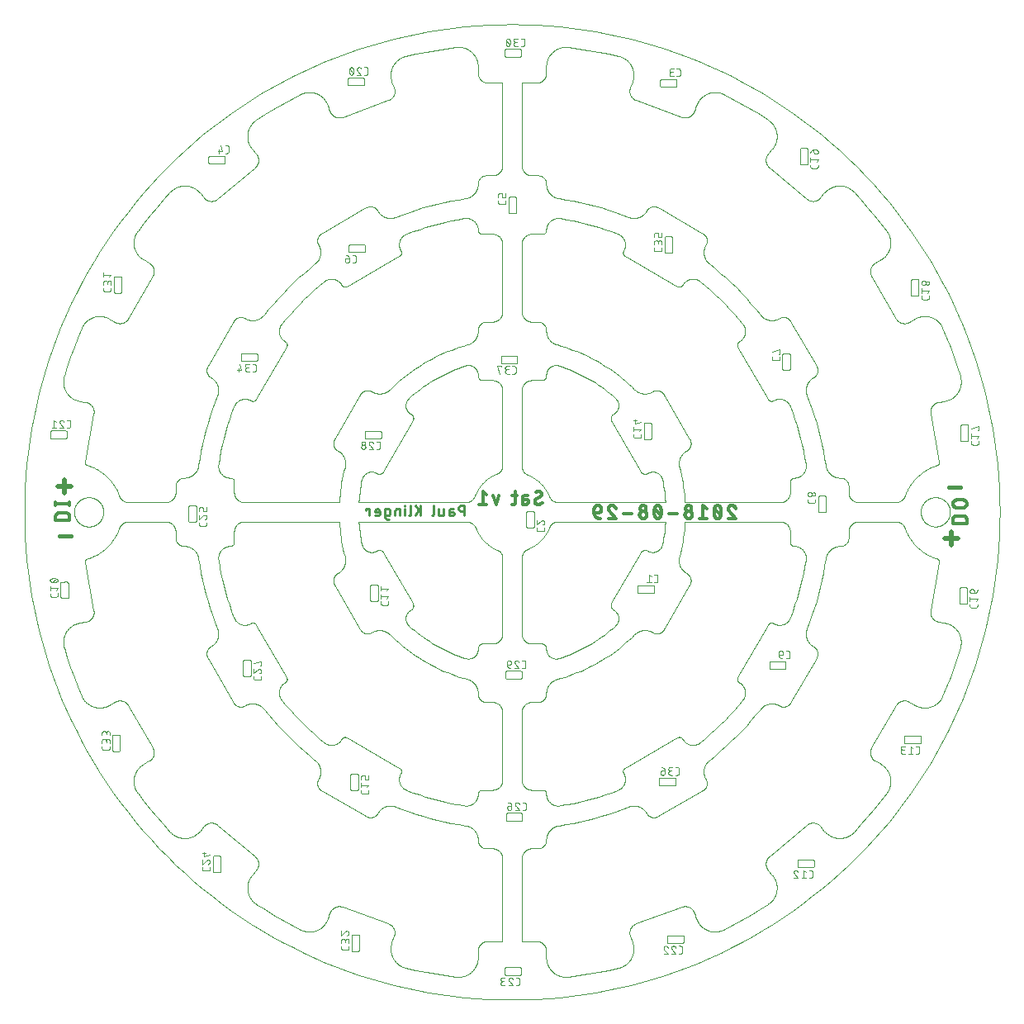
<source format=gbo>
G75*
%MOIN*%
%OFA0B0*%
%FSLAX25Y25*%
%IPPOS*%
%LPD*%
%AMOC8*
5,1,8,0,0,1.08239X$1,22.5*
%
%ADD10C,0.00004*%
%ADD11C,0.00000*%
%ADD12C,0.00900*%
%ADD13C,0.02000*%
%ADD14C,0.01700*%
%ADD15C,0.01400*%
%ADD16C,0.01300*%
%ADD17C,0.00400*%
%ADD18C,0.00300*%
D10*
X0138134Y0128379D02*
X0138212Y0128475D01*
X0138287Y0128574D01*
X0138359Y0128674D01*
X0138427Y0128777D01*
X0138493Y0128882D01*
X0138555Y0128989D01*
X0138613Y0129098D01*
X0138669Y0129209D01*
X0138720Y0129321D01*
X0138768Y0129435D01*
X0138813Y0129551D01*
X0138854Y0129667D01*
X0138891Y0129785D01*
X0138924Y0129904D01*
X0138954Y0130024D01*
X0138980Y0130145D01*
X0139002Y0130267D01*
X0139020Y0130389D01*
X0139035Y0130512D01*
X0139045Y0130635D01*
X0139052Y0130759D01*
X0139055Y0130882D01*
X0139054Y0131006D01*
X0139049Y0131130D01*
X0139040Y0131253D01*
X0139027Y0131376D01*
X0139011Y0131499D01*
X0138990Y0131621D01*
X0138966Y0131742D01*
X0138938Y0131862D01*
X0138906Y0131982D01*
X0138871Y0132100D01*
X0138831Y0132218D01*
X0138789Y0132334D01*
X0138742Y0132448D01*
X0138692Y0132561D01*
X0138638Y0132673D01*
X0138581Y0132783D01*
X0138521Y0132890D01*
X0138457Y0132996D01*
X0138390Y0133100D01*
X0138319Y0133202D01*
X0138246Y0133301D01*
X0138169Y0133398D01*
X0138089Y0133493D01*
X0138007Y0133585D01*
X0137921Y0133674D01*
X0137833Y0133761D01*
X0137742Y0133845D01*
X0137649Y0133926D01*
X0137648Y0133926D02*
X0122569Y0146580D01*
X0122473Y0146658D01*
X0122374Y0146733D01*
X0122274Y0146805D01*
X0122171Y0146873D01*
X0122066Y0146939D01*
X0121959Y0147001D01*
X0121850Y0147059D01*
X0121739Y0147115D01*
X0121627Y0147166D01*
X0121513Y0147214D01*
X0121397Y0147259D01*
X0121281Y0147300D01*
X0121163Y0147337D01*
X0121044Y0147370D01*
X0120924Y0147400D01*
X0120803Y0147426D01*
X0120681Y0147448D01*
X0120559Y0147466D01*
X0120436Y0147481D01*
X0120313Y0147491D01*
X0120189Y0147498D01*
X0120066Y0147501D01*
X0119942Y0147500D01*
X0119818Y0147495D01*
X0119695Y0147486D01*
X0119572Y0147473D01*
X0119449Y0147457D01*
X0119327Y0147436D01*
X0119206Y0147412D01*
X0119086Y0147384D01*
X0118966Y0147352D01*
X0118848Y0147317D01*
X0118730Y0147277D01*
X0118614Y0147235D01*
X0118500Y0147188D01*
X0118387Y0147138D01*
X0118275Y0147084D01*
X0118165Y0147027D01*
X0118058Y0146967D01*
X0117952Y0146903D01*
X0117848Y0146836D01*
X0117746Y0146765D01*
X0117647Y0146692D01*
X0117550Y0146615D01*
X0117455Y0146535D01*
X0117363Y0146453D01*
X0117274Y0146367D01*
X0117187Y0146279D01*
X0117103Y0146188D01*
X0117022Y0146095D01*
X0117022Y0146094D02*
X0115327Y0144074D01*
X0115201Y0143928D01*
X0115072Y0143784D01*
X0114939Y0143645D01*
X0114803Y0143508D01*
X0114663Y0143375D01*
X0114521Y0143245D01*
X0114375Y0143119D01*
X0114226Y0142996D01*
X0114074Y0142877D01*
X0113919Y0142762D01*
X0113762Y0142650D01*
X0113601Y0142543D01*
X0113438Y0142439D01*
X0113273Y0142340D01*
X0113106Y0142244D01*
X0112936Y0142153D01*
X0112763Y0142066D01*
X0112589Y0141983D01*
X0112413Y0141905D01*
X0112235Y0141830D01*
X0112055Y0141761D01*
X0111874Y0141695D01*
X0111690Y0141634D01*
X0111506Y0141578D01*
X0111320Y0141526D01*
X0111133Y0141479D01*
X0110945Y0141436D01*
X0110756Y0141398D01*
X0110566Y0141364D01*
X0110375Y0141335D01*
X0110184Y0141311D01*
X0109992Y0141292D01*
X0109799Y0141277D01*
X0109607Y0141267D01*
X0109414Y0141262D01*
X0109221Y0141261D01*
X0109028Y0141266D01*
X0108835Y0141274D01*
X0108643Y0141288D01*
X0108451Y0141306D01*
X0108259Y0141329D01*
X0108068Y0141357D01*
X0107878Y0141390D01*
X0107689Y0141427D01*
X0107500Y0141468D01*
X0107313Y0141515D01*
X0107127Y0141565D01*
X0106942Y0141621D01*
X0106759Y0141681D01*
X0106577Y0141745D01*
X0106397Y0141814D01*
X0106218Y0141887D01*
X0106041Y0141965D01*
X0105867Y0142046D01*
X0105694Y0142133D01*
X0105524Y0142223D01*
X0105355Y0142317D01*
X0105190Y0142416D01*
X0105026Y0142519D01*
X0104865Y0142625D01*
X0104707Y0142736D01*
X0104552Y0142850D01*
X0104399Y0142968D01*
X0104250Y0143090D01*
X0104103Y0143215D01*
X0103960Y0143344D01*
X0103819Y0143477D01*
X0103682Y0143613D01*
X0103549Y0143752D01*
X0090271Y0159575D02*
X0090157Y0159731D01*
X0090047Y0159889D01*
X0089941Y0160050D01*
X0089839Y0160214D01*
X0089741Y0160380D01*
X0089647Y0160548D01*
X0089557Y0160719D01*
X0089471Y0160892D01*
X0089390Y0161067D01*
X0089313Y0161244D01*
X0089240Y0161423D01*
X0089172Y0161603D01*
X0089108Y0161785D01*
X0089049Y0161969D01*
X0088994Y0162154D01*
X0088944Y0162340D01*
X0088898Y0162527D01*
X0088857Y0162716D01*
X0088820Y0162905D01*
X0088788Y0163096D01*
X0088761Y0163287D01*
X0088739Y0163478D01*
X0088721Y0163670D01*
X0088708Y0163863D01*
X0088700Y0164056D01*
X0088696Y0164249D01*
X0088697Y0164442D01*
X0088703Y0164634D01*
X0088714Y0164827D01*
X0088729Y0165019D01*
X0088749Y0165211D01*
X0088774Y0165403D01*
X0088803Y0165593D01*
X0088837Y0165783D01*
X0088876Y0165972D01*
X0088919Y0166160D01*
X0088967Y0166347D01*
X0089019Y0166533D01*
X0089076Y0166717D01*
X0089138Y0166900D01*
X0089204Y0167081D01*
X0089274Y0167261D01*
X0089349Y0167439D01*
X0089428Y0167615D01*
X0089512Y0167789D01*
X0089599Y0167961D01*
X0089691Y0168130D01*
X0089787Y0168298D01*
X0089887Y0168463D01*
X0089991Y0168625D01*
X0090099Y0168785D01*
X0090211Y0168942D01*
X0090326Y0169097D01*
X0090446Y0169248D01*
X0090569Y0169397D01*
X0090696Y0169542D01*
X0090826Y0169685D01*
X0090959Y0169824D01*
X0091097Y0169959D01*
X0091237Y0170092D01*
X0091380Y0170221D01*
X0091527Y0170346D01*
X0091677Y0170468D01*
X0091829Y0170586D01*
X0091985Y0170700D01*
X0092143Y0170811D01*
X0092304Y0170917D01*
X0092467Y0171020D01*
X0092633Y0171118D01*
X0092633Y0171119D02*
X0094918Y0172437D01*
X0095024Y0172501D01*
X0095128Y0172568D01*
X0095230Y0172638D01*
X0095329Y0172711D01*
X0095427Y0172787D01*
X0095522Y0172867D01*
X0095614Y0172949D01*
X0095704Y0173034D01*
X0095791Y0173122D01*
X0095875Y0173213D01*
X0095956Y0173306D01*
X0096034Y0173402D01*
X0096110Y0173500D01*
X0096182Y0173600D01*
X0096251Y0173703D01*
X0096317Y0173808D01*
X0096379Y0173914D01*
X0096438Y0174023D01*
X0096494Y0174134D01*
X0096546Y0174246D01*
X0096594Y0174359D01*
X0096639Y0174475D01*
X0096680Y0174591D01*
X0096718Y0174709D01*
X0096752Y0174828D01*
X0096782Y0174948D01*
X0096808Y0175069D01*
X0096831Y0175190D01*
X0096850Y0175313D01*
X0096864Y0175435D01*
X0096875Y0175559D01*
X0096883Y0175682D01*
X0096886Y0175806D01*
X0096885Y0175929D01*
X0096881Y0176053D01*
X0096872Y0176176D01*
X0096860Y0176300D01*
X0096844Y0176422D01*
X0096824Y0176544D01*
X0096800Y0176666D01*
X0096772Y0176786D01*
X0096741Y0176906D01*
X0096706Y0177024D01*
X0096667Y0177142D01*
X0096625Y0177258D01*
X0096578Y0177373D01*
X0096529Y0177486D01*
X0096475Y0177598D01*
X0096419Y0177707D01*
X0096359Y0177816D01*
X0086516Y0194863D01*
X0086517Y0194863D02*
X0086453Y0194970D01*
X0086386Y0195074D01*
X0086316Y0195176D01*
X0086243Y0195275D01*
X0086167Y0195373D01*
X0086087Y0195468D01*
X0086005Y0195560D01*
X0085920Y0195650D01*
X0085832Y0195737D01*
X0085741Y0195821D01*
X0085648Y0195902D01*
X0085552Y0195980D01*
X0085454Y0196056D01*
X0085354Y0196128D01*
X0085251Y0196197D01*
X0085146Y0196263D01*
X0085040Y0196325D01*
X0084931Y0196384D01*
X0084821Y0196440D01*
X0084708Y0196492D01*
X0084595Y0196540D01*
X0084479Y0196585D01*
X0084363Y0196626D01*
X0084245Y0196664D01*
X0084126Y0196698D01*
X0084006Y0196728D01*
X0083885Y0196754D01*
X0083764Y0196777D01*
X0083641Y0196796D01*
X0083519Y0196810D01*
X0083395Y0196821D01*
X0083272Y0196829D01*
X0083148Y0196832D01*
X0083025Y0196831D01*
X0082901Y0196827D01*
X0082778Y0196818D01*
X0082655Y0196806D01*
X0082532Y0196790D01*
X0082410Y0196770D01*
X0082288Y0196746D01*
X0082168Y0196718D01*
X0082048Y0196687D01*
X0081930Y0196652D01*
X0081812Y0196613D01*
X0081696Y0196571D01*
X0081581Y0196524D01*
X0081468Y0196475D01*
X0081356Y0196421D01*
X0081247Y0196365D01*
X0081139Y0196305D01*
X0081138Y0196304D02*
X0078854Y0194985D01*
X0078853Y0194985D02*
X0078685Y0194891D01*
X0078514Y0194800D01*
X0078342Y0194714D01*
X0078167Y0194632D01*
X0077990Y0194555D01*
X0077812Y0194482D01*
X0077632Y0194413D01*
X0077450Y0194349D01*
X0077266Y0194289D01*
X0077081Y0194234D01*
X0076895Y0194183D01*
X0076708Y0194137D01*
X0076520Y0194095D01*
X0076330Y0194058D01*
X0076140Y0194026D01*
X0075949Y0193998D01*
X0075757Y0193975D01*
X0075565Y0193957D01*
X0075373Y0193943D01*
X0075180Y0193934D01*
X0074987Y0193930D01*
X0074794Y0193931D01*
X0074602Y0193936D01*
X0074409Y0193946D01*
X0074217Y0193961D01*
X0074025Y0193981D01*
X0073833Y0194005D01*
X0073642Y0194034D01*
X0073452Y0194067D01*
X0073263Y0194105D01*
X0073075Y0194148D01*
X0072888Y0194196D01*
X0072702Y0194248D01*
X0072518Y0194304D01*
X0072335Y0194365D01*
X0072153Y0194431D01*
X0071974Y0194500D01*
X0071796Y0194575D01*
X0071619Y0194653D01*
X0071445Y0194736D01*
X0071273Y0194823D01*
X0071103Y0194915D01*
X0070935Y0195010D01*
X0070770Y0195110D01*
X0070607Y0195213D01*
X0070447Y0195321D01*
X0070290Y0195432D01*
X0070135Y0195548D01*
X0069983Y0195667D01*
X0069834Y0195789D01*
X0069688Y0195916D01*
X0069546Y0196046D01*
X0069406Y0196179D01*
X0069270Y0196315D01*
X0069137Y0196455D01*
X0069008Y0196599D01*
X0068882Y0196745D01*
X0068760Y0196894D01*
X0068642Y0197047D01*
X0068527Y0197202D01*
X0068416Y0197360D01*
X0068309Y0197520D01*
X0068206Y0197683D01*
X0068107Y0197849D01*
X0068012Y0198017D01*
X0067922Y0198187D01*
X0067835Y0198360D01*
X0067753Y0198534D01*
X0067675Y0198711D01*
X0060611Y0218122D02*
X0060557Y0218307D01*
X0060508Y0218494D01*
X0060463Y0218682D01*
X0060423Y0218870D01*
X0060388Y0219060D01*
X0060357Y0219251D01*
X0060331Y0219442D01*
X0060310Y0219634D01*
X0060293Y0219826D01*
X0060282Y0220018D01*
X0060274Y0220211D01*
X0060272Y0220404D01*
X0060274Y0220597D01*
X0060281Y0220790D01*
X0060293Y0220982D01*
X0060310Y0221175D01*
X0060331Y0221366D01*
X0060357Y0221558D01*
X0060387Y0221748D01*
X0060422Y0221938D01*
X0060462Y0222127D01*
X0060506Y0222314D01*
X0060556Y0222501D01*
X0060609Y0222686D01*
X0060667Y0222870D01*
X0060730Y0223053D01*
X0060797Y0223234D01*
X0060868Y0223413D01*
X0060944Y0223590D01*
X0061024Y0223766D01*
X0061109Y0223939D01*
X0061197Y0224111D01*
X0061290Y0224280D01*
X0061387Y0224446D01*
X0061488Y0224611D01*
X0061593Y0224773D01*
X0061702Y0224932D01*
X0061815Y0225088D01*
X0061931Y0225242D01*
X0062052Y0225393D01*
X0062176Y0225541D01*
X0062303Y0225686D01*
X0062434Y0225827D01*
X0062569Y0225965D01*
X0062707Y0226100D01*
X0062848Y0226232D01*
X0062992Y0226360D01*
X0063140Y0226484D01*
X0063290Y0226605D01*
X0063443Y0226722D01*
X0063599Y0226836D01*
X0063758Y0226945D01*
X0063920Y0227051D01*
X0064084Y0227152D01*
X0064250Y0227250D01*
X0064419Y0227343D01*
X0064590Y0227432D01*
X0064763Y0227517D01*
X0064939Y0227598D01*
X0065116Y0227675D01*
X0065295Y0227747D01*
X0065475Y0227814D01*
X0065658Y0227877D01*
X0065842Y0227936D01*
X0066027Y0227990D01*
X0066213Y0228040D01*
X0066401Y0228085D01*
X0066589Y0228126D01*
X0066779Y0228161D01*
X0069376Y0228619D01*
X0069377Y0228619D02*
X0069498Y0228642D01*
X0069619Y0228669D01*
X0069738Y0228700D01*
X0069857Y0228735D01*
X0069975Y0228773D01*
X0070091Y0228816D01*
X0070206Y0228861D01*
X0070319Y0228911D01*
X0070431Y0228963D01*
X0070541Y0229020D01*
X0070650Y0229080D01*
X0070756Y0229143D01*
X0070860Y0229209D01*
X0070962Y0229279D01*
X0071062Y0229352D01*
X0071160Y0229428D01*
X0071255Y0229507D01*
X0071348Y0229589D01*
X0071438Y0229674D01*
X0071525Y0229761D01*
X0071610Y0229851D01*
X0071691Y0229944D01*
X0071770Y0230040D01*
X0071845Y0230138D01*
X0071918Y0230238D01*
X0071987Y0230340D01*
X0072053Y0230445D01*
X0072116Y0230551D01*
X0072176Y0230660D01*
X0072232Y0230770D01*
X0072284Y0230882D01*
X0072333Y0230996D01*
X0072378Y0231111D01*
X0072420Y0231227D01*
X0072458Y0231345D01*
X0072492Y0231464D01*
X0072523Y0231584D01*
X0072550Y0231704D01*
X0072573Y0231826D01*
X0072592Y0231948D01*
X0072607Y0232071D01*
X0072618Y0232194D01*
X0072626Y0232317D01*
X0072630Y0232441D01*
X0072629Y0232565D01*
X0072625Y0232688D01*
X0072617Y0232812D01*
X0072605Y0232935D01*
X0072590Y0233058D01*
X0072570Y0233180D01*
X0069152Y0252566D01*
X0069123Y0252714D02*
X0069110Y0252781D01*
X0069102Y0252848D01*
X0069097Y0252916D01*
X0069096Y0252984D01*
X0069099Y0253051D01*
X0069106Y0253119D01*
X0069117Y0253186D01*
X0069132Y0253252D01*
X0069150Y0253317D01*
X0069172Y0253381D01*
X0069198Y0253444D01*
X0069227Y0253505D01*
X0069260Y0253565D01*
X0069296Y0253622D01*
X0069336Y0253677D01*
X0069378Y0253730D01*
X0069424Y0253780D01*
X0069472Y0253828D01*
X0069523Y0253873D01*
X0069576Y0253914D01*
X0069632Y0253953D01*
X0069690Y0253989D01*
X0069749Y0254021D01*
X0069811Y0254049D01*
X0069874Y0254074D01*
X0069938Y0254095D01*
X0069123Y0252714D02*
X0069138Y0252640D01*
X0069152Y0252565D01*
X0082851Y0266392D02*
X0082894Y0266509D01*
X0082941Y0266624D01*
X0082992Y0266737D01*
X0083046Y0266849D01*
X0083104Y0266959D01*
X0083165Y0267068D01*
X0083229Y0267174D01*
X0083297Y0267278D01*
X0083368Y0267380D01*
X0083442Y0267480D01*
X0083519Y0267577D01*
X0083599Y0267672D01*
X0083683Y0267764D01*
X0083769Y0267854D01*
X0083858Y0267940D01*
X0083949Y0268024D01*
X0084044Y0268105D01*
X0084140Y0268183D01*
X0084240Y0268258D01*
X0084341Y0268330D01*
X0084445Y0268399D01*
X0084550Y0268464D01*
X0084658Y0268526D01*
X0084768Y0268584D01*
X0084879Y0268639D01*
X0084993Y0268690D01*
X0085107Y0268738D01*
X0085223Y0268782D01*
X0085341Y0268823D01*
X0085460Y0268859D01*
X0085579Y0268892D01*
X0085700Y0268921D01*
X0085822Y0268947D01*
X0085944Y0268968D01*
X0086067Y0268986D01*
X0086191Y0268999D01*
X0086315Y0269009D01*
X0086439Y0269015D01*
X0086563Y0269017D01*
X0101694Y0269017D01*
X0101818Y0269015D01*
X0101941Y0269009D01*
X0102065Y0269000D01*
X0102187Y0268986D01*
X0102310Y0268969D01*
X0102432Y0268947D01*
X0102553Y0268922D01*
X0102673Y0268893D01*
X0102792Y0268861D01*
X0102911Y0268824D01*
X0103028Y0268784D01*
X0103143Y0268741D01*
X0103258Y0268693D01*
X0103370Y0268642D01*
X0103481Y0268588D01*
X0103591Y0268530D01*
X0103698Y0268469D01*
X0103804Y0268404D01*
X0103907Y0268336D01*
X0104008Y0268265D01*
X0104107Y0268191D01*
X0104204Y0268114D01*
X0104298Y0268033D01*
X0104389Y0267950D01*
X0104478Y0267864D01*
X0104564Y0267775D01*
X0104647Y0267684D01*
X0104728Y0267590D01*
X0104805Y0267493D01*
X0104879Y0267394D01*
X0104950Y0267293D01*
X0105018Y0267190D01*
X0105083Y0267084D01*
X0105144Y0266977D01*
X0105202Y0266867D01*
X0105256Y0266756D01*
X0105307Y0266644D01*
X0105355Y0266529D01*
X0105398Y0266414D01*
X0105438Y0266297D01*
X0105475Y0266178D01*
X0105507Y0266059D01*
X0105536Y0265939D01*
X0105561Y0265818D01*
X0105583Y0265696D01*
X0105600Y0265573D01*
X0105614Y0265451D01*
X0105623Y0265327D01*
X0105629Y0265204D01*
X0105631Y0265080D01*
X0105631Y0262520D01*
X0105633Y0262406D01*
X0105639Y0262292D01*
X0105649Y0262178D01*
X0105662Y0262064D01*
X0105680Y0261951D01*
X0105701Y0261839D01*
X0105726Y0261728D01*
X0105755Y0261617D01*
X0105788Y0261508D01*
X0105824Y0261399D01*
X0105864Y0261293D01*
X0105908Y0261187D01*
X0105955Y0261083D01*
X0106006Y0260981D01*
X0106060Y0260880D01*
X0106118Y0260781D01*
X0106179Y0260685D01*
X0106243Y0260590D01*
X0106311Y0260498D01*
X0106381Y0260408D01*
X0106455Y0260321D01*
X0106532Y0260236D01*
X0106611Y0260154D01*
X0106693Y0260075D01*
X0106778Y0259998D01*
X0106865Y0259924D01*
X0106955Y0259854D01*
X0107047Y0259786D01*
X0107142Y0259722D01*
X0107238Y0259661D01*
X0107337Y0259603D01*
X0107438Y0259549D01*
X0107540Y0259498D01*
X0107644Y0259451D01*
X0107750Y0259407D01*
X0107856Y0259367D01*
X0107965Y0259331D01*
X0108074Y0259298D01*
X0108185Y0259269D01*
X0108296Y0259244D01*
X0108408Y0259223D01*
X0108521Y0259205D01*
X0108635Y0259192D01*
X0108749Y0259182D01*
X0108863Y0259176D01*
X0108977Y0259174D01*
X0109055Y0259174D01*
X0109054Y0259174D02*
X0109207Y0259172D01*
X0109360Y0259166D01*
X0109512Y0259156D01*
X0109664Y0259142D01*
X0109816Y0259125D01*
X0109967Y0259103D01*
X0110118Y0259077D01*
X0110268Y0259048D01*
X0110417Y0259015D01*
X0110565Y0258977D01*
X0110713Y0258936D01*
X0110859Y0258892D01*
X0111004Y0258843D01*
X0111147Y0258791D01*
X0111289Y0258735D01*
X0111430Y0258675D01*
X0111569Y0258612D01*
X0111707Y0258545D01*
X0111842Y0258474D01*
X0111976Y0258401D01*
X0112108Y0258323D01*
X0112238Y0258243D01*
X0112365Y0258159D01*
X0112491Y0258071D01*
X0112614Y0257981D01*
X0112734Y0257887D01*
X0112853Y0257790D01*
X0112968Y0257690D01*
X0113082Y0257588D01*
X0113192Y0257482D01*
X0113300Y0257374D01*
X0113404Y0257262D01*
X0113506Y0257148D01*
X0113605Y0257032D01*
X0113701Y0256913D01*
X0113794Y0256792D01*
X0113883Y0256668D01*
X0113970Y0256542D01*
X0114053Y0256413D01*
X0114132Y0256283D01*
X0114209Y0256151D01*
X0114282Y0256016D01*
X0114351Y0255880D01*
X0114417Y0255742D01*
X0114479Y0255603D01*
X0114538Y0255461D01*
X0114593Y0255319D01*
X0114644Y0255175D01*
X0114691Y0255030D01*
X0114735Y0254883D01*
X0114775Y0254736D01*
X0114811Y0254587D01*
X0114843Y0254438D01*
X0114871Y0254288D01*
X0114896Y0254137D01*
X0122934Y0253692D02*
X0122914Y0253827D01*
X0122898Y0253963D01*
X0122886Y0254098D01*
X0122878Y0254234D01*
X0122874Y0254371D01*
X0122873Y0254507D01*
X0122877Y0254643D01*
X0122885Y0254780D01*
X0122896Y0254915D01*
X0122911Y0255051D01*
X0122931Y0255186D01*
X0122954Y0255320D01*
X0122981Y0255454D01*
X0123012Y0255587D01*
X0123047Y0255719D01*
X0123085Y0255849D01*
X0123127Y0255979D01*
X0123173Y0256107D01*
X0123223Y0256234D01*
X0123276Y0256360D01*
X0123333Y0256484D01*
X0123394Y0256606D01*
X0123458Y0256726D01*
X0123525Y0256845D01*
X0123596Y0256961D01*
X0123670Y0257076D01*
X0123747Y0257188D01*
X0123828Y0257298D01*
X0123912Y0257406D01*
X0123999Y0257511D01*
X0124089Y0257613D01*
X0124181Y0257713D01*
X0124277Y0257810D01*
X0124375Y0257905D01*
X0124476Y0257996D01*
X0124580Y0258085D01*
X0124686Y0258171D01*
X0124795Y0258253D01*
X0124906Y0258332D01*
X0125019Y0258408D01*
X0125134Y0258481D01*
X0125251Y0258551D01*
X0125371Y0258617D01*
X0125492Y0258679D01*
X0125615Y0258738D01*
X0125740Y0258793D01*
X0125866Y0258845D01*
X0125993Y0258893D01*
X0126122Y0258938D01*
X0126252Y0258979D01*
X0126384Y0259015D01*
X0126516Y0259049D01*
X0126649Y0259078D01*
X0126783Y0259103D01*
X0126918Y0259125D01*
X0127053Y0259143D01*
X0127188Y0259156D01*
X0127324Y0259166D01*
X0127461Y0259172D01*
X0127597Y0259174D01*
X0127678Y0259174D01*
X0127755Y0259176D01*
X0127832Y0259182D01*
X0127909Y0259191D01*
X0127985Y0259204D01*
X0128061Y0259221D01*
X0128135Y0259242D01*
X0128209Y0259266D01*
X0128281Y0259294D01*
X0128351Y0259325D01*
X0128420Y0259360D01*
X0128488Y0259398D01*
X0128553Y0259439D01*
X0128616Y0259484D01*
X0128677Y0259532D01*
X0128736Y0259582D01*
X0128792Y0259635D01*
X0128845Y0259691D01*
X0128895Y0259750D01*
X0128943Y0259811D01*
X0128988Y0259874D01*
X0129029Y0259939D01*
X0129067Y0260007D01*
X0129102Y0260076D01*
X0129133Y0260146D01*
X0129161Y0260218D01*
X0129185Y0260292D01*
X0129206Y0260366D01*
X0129223Y0260442D01*
X0129236Y0260518D01*
X0129245Y0260595D01*
X0129251Y0260672D01*
X0129253Y0260749D01*
X0129253Y0265080D01*
X0129255Y0265204D01*
X0129261Y0265327D01*
X0129270Y0265451D01*
X0129284Y0265573D01*
X0129301Y0265696D01*
X0129323Y0265818D01*
X0129348Y0265939D01*
X0129377Y0266059D01*
X0129409Y0266178D01*
X0129446Y0266297D01*
X0129486Y0266414D01*
X0129529Y0266529D01*
X0129577Y0266644D01*
X0129628Y0266756D01*
X0129682Y0266867D01*
X0129740Y0266977D01*
X0129801Y0267084D01*
X0129866Y0267190D01*
X0129934Y0267293D01*
X0130005Y0267394D01*
X0130079Y0267493D01*
X0130156Y0267590D01*
X0130237Y0267684D01*
X0130320Y0267775D01*
X0130406Y0267864D01*
X0130495Y0267950D01*
X0130586Y0268033D01*
X0130680Y0268114D01*
X0130777Y0268191D01*
X0130876Y0268265D01*
X0130977Y0268336D01*
X0131080Y0268404D01*
X0131186Y0268469D01*
X0131293Y0268530D01*
X0131403Y0268588D01*
X0131514Y0268642D01*
X0131626Y0268693D01*
X0131741Y0268741D01*
X0131856Y0268784D01*
X0131973Y0268824D01*
X0132092Y0268861D01*
X0132211Y0268893D01*
X0132331Y0268922D01*
X0132452Y0268947D01*
X0132574Y0268969D01*
X0132697Y0268986D01*
X0132819Y0269000D01*
X0132943Y0269009D01*
X0133066Y0269015D01*
X0133190Y0269017D01*
X0171687Y0269017D01*
X0171687Y0276891D02*
X0133190Y0276891D01*
X0133066Y0276893D01*
X0132943Y0276899D01*
X0132819Y0276908D01*
X0132697Y0276922D01*
X0132574Y0276939D01*
X0132452Y0276961D01*
X0132331Y0276986D01*
X0132211Y0277015D01*
X0132092Y0277047D01*
X0131973Y0277084D01*
X0131856Y0277124D01*
X0131741Y0277167D01*
X0131626Y0277215D01*
X0131514Y0277266D01*
X0131403Y0277320D01*
X0131293Y0277378D01*
X0131186Y0277439D01*
X0131080Y0277504D01*
X0130977Y0277572D01*
X0130876Y0277643D01*
X0130777Y0277717D01*
X0130680Y0277794D01*
X0130586Y0277875D01*
X0130495Y0277958D01*
X0130406Y0278044D01*
X0130320Y0278133D01*
X0130237Y0278224D01*
X0130156Y0278318D01*
X0130079Y0278415D01*
X0130005Y0278514D01*
X0129934Y0278615D01*
X0129866Y0278718D01*
X0129801Y0278824D01*
X0129740Y0278931D01*
X0129682Y0279041D01*
X0129628Y0279152D01*
X0129577Y0279264D01*
X0129529Y0279379D01*
X0129486Y0279494D01*
X0129446Y0279611D01*
X0129409Y0279730D01*
X0129377Y0279849D01*
X0129348Y0279969D01*
X0129323Y0280090D01*
X0129301Y0280212D01*
X0129284Y0280335D01*
X0129270Y0280457D01*
X0129261Y0280581D01*
X0129255Y0280704D01*
X0129253Y0280828D01*
X0129253Y0285158D01*
X0129251Y0285235D01*
X0129245Y0285312D01*
X0129236Y0285389D01*
X0129223Y0285465D01*
X0129206Y0285541D01*
X0129185Y0285615D01*
X0129161Y0285689D01*
X0129133Y0285761D01*
X0129102Y0285831D01*
X0129067Y0285900D01*
X0129029Y0285968D01*
X0128988Y0286033D01*
X0128943Y0286096D01*
X0128895Y0286157D01*
X0128845Y0286216D01*
X0128792Y0286272D01*
X0128736Y0286325D01*
X0128677Y0286375D01*
X0128616Y0286423D01*
X0128553Y0286468D01*
X0128488Y0286509D01*
X0128420Y0286547D01*
X0128351Y0286582D01*
X0128281Y0286613D01*
X0128209Y0286641D01*
X0128135Y0286665D01*
X0128061Y0286686D01*
X0127985Y0286703D01*
X0127909Y0286716D01*
X0127832Y0286725D01*
X0127755Y0286731D01*
X0127678Y0286733D01*
X0127597Y0286733D01*
X0127461Y0286735D01*
X0127324Y0286741D01*
X0127188Y0286751D01*
X0127053Y0286764D01*
X0126918Y0286782D01*
X0126783Y0286804D01*
X0126649Y0286829D01*
X0126516Y0286858D01*
X0126384Y0286892D01*
X0126252Y0286928D01*
X0126122Y0286969D01*
X0125993Y0287014D01*
X0125866Y0287062D01*
X0125740Y0287114D01*
X0125615Y0287169D01*
X0125492Y0287228D01*
X0125371Y0287290D01*
X0125251Y0287356D01*
X0125134Y0287426D01*
X0125019Y0287499D01*
X0124906Y0287575D01*
X0124795Y0287654D01*
X0124686Y0287736D01*
X0124580Y0287822D01*
X0124476Y0287911D01*
X0124375Y0288002D01*
X0124277Y0288097D01*
X0124181Y0288194D01*
X0124089Y0288294D01*
X0123999Y0288396D01*
X0123912Y0288501D01*
X0123828Y0288609D01*
X0123747Y0288719D01*
X0123670Y0288831D01*
X0123596Y0288946D01*
X0123525Y0289062D01*
X0123458Y0289181D01*
X0123394Y0289301D01*
X0123333Y0289423D01*
X0123276Y0289547D01*
X0123223Y0289673D01*
X0123173Y0289800D01*
X0123127Y0289928D01*
X0123085Y0290058D01*
X0123047Y0290188D01*
X0123012Y0290320D01*
X0122981Y0290453D01*
X0122954Y0290587D01*
X0122931Y0290721D01*
X0122911Y0290856D01*
X0122896Y0290992D01*
X0122885Y0291127D01*
X0122877Y0291264D01*
X0122873Y0291400D01*
X0122874Y0291536D01*
X0122878Y0291673D01*
X0122886Y0291809D01*
X0122898Y0291944D01*
X0122914Y0292080D01*
X0122934Y0292215D01*
X0114896Y0291770D02*
X0114871Y0291619D01*
X0114843Y0291469D01*
X0114811Y0291320D01*
X0114775Y0291171D01*
X0114735Y0291024D01*
X0114691Y0290877D01*
X0114644Y0290732D01*
X0114593Y0290588D01*
X0114538Y0290446D01*
X0114479Y0290304D01*
X0114417Y0290165D01*
X0114351Y0290027D01*
X0114282Y0289891D01*
X0114209Y0289756D01*
X0114132Y0289624D01*
X0114053Y0289494D01*
X0113970Y0289365D01*
X0113883Y0289239D01*
X0113794Y0289115D01*
X0113701Y0288994D01*
X0113605Y0288875D01*
X0113506Y0288759D01*
X0113404Y0288645D01*
X0113300Y0288533D01*
X0113192Y0288425D01*
X0113082Y0288319D01*
X0112968Y0288217D01*
X0112853Y0288117D01*
X0112734Y0288020D01*
X0112614Y0287926D01*
X0112491Y0287836D01*
X0112365Y0287748D01*
X0112238Y0287664D01*
X0112108Y0287584D01*
X0111976Y0287506D01*
X0111842Y0287433D01*
X0111707Y0287362D01*
X0111569Y0287295D01*
X0111430Y0287232D01*
X0111289Y0287172D01*
X0111147Y0287116D01*
X0111004Y0287064D01*
X0110859Y0287015D01*
X0110713Y0286971D01*
X0110565Y0286930D01*
X0110417Y0286892D01*
X0110268Y0286859D01*
X0110118Y0286830D01*
X0109967Y0286804D01*
X0109816Y0286782D01*
X0109664Y0286765D01*
X0109512Y0286751D01*
X0109360Y0286741D01*
X0109207Y0286735D01*
X0109054Y0286733D01*
X0109055Y0286733D02*
X0108977Y0286733D01*
X0108863Y0286731D01*
X0108749Y0286725D01*
X0108635Y0286715D01*
X0108521Y0286702D01*
X0108408Y0286684D01*
X0108296Y0286663D01*
X0108185Y0286638D01*
X0108074Y0286609D01*
X0107965Y0286576D01*
X0107856Y0286540D01*
X0107750Y0286500D01*
X0107644Y0286456D01*
X0107540Y0286409D01*
X0107438Y0286358D01*
X0107337Y0286304D01*
X0107238Y0286246D01*
X0107142Y0286185D01*
X0107047Y0286121D01*
X0106955Y0286053D01*
X0106865Y0285983D01*
X0106778Y0285909D01*
X0106693Y0285832D01*
X0106611Y0285753D01*
X0106532Y0285671D01*
X0106455Y0285586D01*
X0106381Y0285499D01*
X0106311Y0285409D01*
X0106243Y0285317D01*
X0106179Y0285222D01*
X0106118Y0285126D01*
X0106060Y0285027D01*
X0106006Y0284926D01*
X0105955Y0284824D01*
X0105908Y0284720D01*
X0105864Y0284614D01*
X0105824Y0284508D01*
X0105788Y0284399D01*
X0105755Y0284290D01*
X0105726Y0284179D01*
X0105701Y0284068D01*
X0105680Y0283956D01*
X0105662Y0283843D01*
X0105649Y0283729D01*
X0105639Y0283615D01*
X0105633Y0283501D01*
X0105631Y0283387D01*
X0105631Y0280828D01*
X0105629Y0280704D01*
X0105623Y0280581D01*
X0105614Y0280457D01*
X0105600Y0280335D01*
X0105583Y0280212D01*
X0105561Y0280090D01*
X0105536Y0279969D01*
X0105507Y0279849D01*
X0105475Y0279730D01*
X0105438Y0279611D01*
X0105398Y0279494D01*
X0105355Y0279379D01*
X0105307Y0279264D01*
X0105256Y0279152D01*
X0105202Y0279041D01*
X0105144Y0278931D01*
X0105083Y0278824D01*
X0105018Y0278718D01*
X0104950Y0278615D01*
X0104879Y0278514D01*
X0104805Y0278415D01*
X0104728Y0278318D01*
X0104647Y0278224D01*
X0104564Y0278133D01*
X0104478Y0278044D01*
X0104389Y0277958D01*
X0104298Y0277875D01*
X0104204Y0277794D01*
X0104107Y0277717D01*
X0104008Y0277643D01*
X0103907Y0277572D01*
X0103804Y0277504D01*
X0103698Y0277439D01*
X0103591Y0277378D01*
X0103481Y0277320D01*
X0103370Y0277266D01*
X0103258Y0277215D01*
X0103143Y0277167D01*
X0103028Y0277124D01*
X0102911Y0277084D01*
X0102792Y0277047D01*
X0102673Y0277015D01*
X0102553Y0276986D01*
X0102432Y0276961D01*
X0102310Y0276939D01*
X0102187Y0276922D01*
X0102065Y0276908D01*
X0101941Y0276899D01*
X0101818Y0276893D01*
X0101694Y0276891D01*
X0086563Y0276891D01*
X0086563Y0276890D02*
X0086439Y0276892D01*
X0086315Y0276898D01*
X0086191Y0276908D01*
X0086067Y0276921D01*
X0085944Y0276939D01*
X0085822Y0276960D01*
X0085700Y0276986D01*
X0085579Y0277015D01*
X0085460Y0277048D01*
X0085341Y0277084D01*
X0085223Y0277125D01*
X0085107Y0277169D01*
X0084993Y0277217D01*
X0084879Y0277268D01*
X0084768Y0277323D01*
X0084658Y0277381D01*
X0084550Y0277443D01*
X0084445Y0277508D01*
X0084341Y0277577D01*
X0084240Y0277649D01*
X0084140Y0277724D01*
X0084044Y0277802D01*
X0083949Y0277883D01*
X0083858Y0277967D01*
X0083769Y0278053D01*
X0083683Y0278143D01*
X0083599Y0278235D01*
X0083519Y0278330D01*
X0083442Y0278427D01*
X0083368Y0278527D01*
X0083297Y0278629D01*
X0083229Y0278733D01*
X0083165Y0278839D01*
X0083104Y0278948D01*
X0083046Y0279058D01*
X0082992Y0279170D01*
X0082941Y0279283D01*
X0082894Y0279398D01*
X0082851Y0279515D01*
X0069938Y0291812D02*
X0069874Y0291833D01*
X0069811Y0291858D01*
X0069749Y0291886D01*
X0069690Y0291918D01*
X0069632Y0291954D01*
X0069576Y0291993D01*
X0069523Y0292034D01*
X0069472Y0292079D01*
X0069424Y0292127D01*
X0069378Y0292177D01*
X0069336Y0292230D01*
X0069296Y0292285D01*
X0069260Y0292342D01*
X0069227Y0292402D01*
X0069198Y0292463D01*
X0069172Y0292526D01*
X0069150Y0292590D01*
X0069132Y0292655D01*
X0069117Y0292721D01*
X0069106Y0292788D01*
X0069099Y0292856D01*
X0069096Y0292923D01*
X0069097Y0292991D01*
X0069102Y0293059D01*
X0069110Y0293126D01*
X0069123Y0293193D01*
X0069152Y0293341D02*
X0072570Y0312727D01*
X0072590Y0312849D01*
X0072605Y0312972D01*
X0072617Y0313095D01*
X0072625Y0313219D01*
X0072629Y0313342D01*
X0072630Y0313466D01*
X0072626Y0313590D01*
X0072618Y0313713D01*
X0072607Y0313836D01*
X0072592Y0313959D01*
X0072573Y0314081D01*
X0072550Y0314203D01*
X0072523Y0314323D01*
X0072492Y0314443D01*
X0072458Y0314562D01*
X0072420Y0314680D01*
X0072378Y0314796D01*
X0072333Y0314911D01*
X0072284Y0315025D01*
X0072232Y0315137D01*
X0072176Y0315247D01*
X0072116Y0315356D01*
X0072053Y0315462D01*
X0071987Y0315567D01*
X0071918Y0315669D01*
X0071845Y0315769D01*
X0071770Y0315867D01*
X0071691Y0315963D01*
X0071610Y0316056D01*
X0071525Y0316146D01*
X0071438Y0316233D01*
X0071348Y0316318D01*
X0071255Y0316400D01*
X0071160Y0316479D01*
X0071062Y0316555D01*
X0070962Y0316628D01*
X0070860Y0316698D01*
X0070756Y0316764D01*
X0070650Y0316827D01*
X0070541Y0316887D01*
X0070431Y0316944D01*
X0070319Y0316996D01*
X0070206Y0317046D01*
X0070091Y0317091D01*
X0069975Y0317134D01*
X0069857Y0317172D01*
X0069738Y0317207D01*
X0069619Y0317238D01*
X0069498Y0317265D01*
X0069377Y0317288D01*
X0069376Y0317288D02*
X0066779Y0317746D01*
X0066589Y0317781D01*
X0066401Y0317822D01*
X0066213Y0317867D01*
X0066027Y0317917D01*
X0065842Y0317971D01*
X0065658Y0318030D01*
X0065475Y0318093D01*
X0065295Y0318160D01*
X0065116Y0318232D01*
X0064939Y0318309D01*
X0064763Y0318390D01*
X0064590Y0318475D01*
X0064419Y0318564D01*
X0064250Y0318657D01*
X0064084Y0318755D01*
X0063920Y0318856D01*
X0063758Y0318962D01*
X0063599Y0319071D01*
X0063443Y0319185D01*
X0063290Y0319302D01*
X0063140Y0319423D01*
X0062992Y0319547D01*
X0062848Y0319675D01*
X0062707Y0319807D01*
X0062569Y0319942D01*
X0062434Y0320080D01*
X0062303Y0320221D01*
X0062176Y0320366D01*
X0062052Y0320514D01*
X0061931Y0320665D01*
X0061815Y0320819D01*
X0061702Y0320975D01*
X0061593Y0321134D01*
X0061488Y0321296D01*
X0061387Y0321461D01*
X0061290Y0321627D01*
X0061197Y0321796D01*
X0061109Y0321968D01*
X0061024Y0322141D01*
X0060944Y0322317D01*
X0060868Y0322494D01*
X0060797Y0322673D01*
X0060730Y0322854D01*
X0060667Y0323037D01*
X0060609Y0323221D01*
X0060556Y0323406D01*
X0060506Y0323593D01*
X0060462Y0323780D01*
X0060422Y0323969D01*
X0060387Y0324159D01*
X0060357Y0324349D01*
X0060331Y0324541D01*
X0060310Y0324732D01*
X0060293Y0324925D01*
X0060281Y0325117D01*
X0060274Y0325310D01*
X0060272Y0325503D01*
X0060274Y0325696D01*
X0060282Y0325889D01*
X0060293Y0326081D01*
X0060310Y0326273D01*
X0060331Y0326465D01*
X0060357Y0326656D01*
X0060388Y0326847D01*
X0060423Y0327037D01*
X0060463Y0327225D01*
X0060508Y0327413D01*
X0060557Y0327600D01*
X0060611Y0327785D01*
X0067675Y0347196D02*
X0067753Y0347373D01*
X0067835Y0347547D01*
X0067922Y0347720D01*
X0068012Y0347890D01*
X0068107Y0348058D01*
X0068206Y0348224D01*
X0068309Y0348387D01*
X0068416Y0348547D01*
X0068527Y0348705D01*
X0068642Y0348860D01*
X0068760Y0349013D01*
X0068882Y0349162D01*
X0069008Y0349308D01*
X0069137Y0349452D01*
X0069270Y0349592D01*
X0069406Y0349728D01*
X0069546Y0349861D01*
X0069688Y0349991D01*
X0069834Y0350118D01*
X0069983Y0350240D01*
X0070135Y0350359D01*
X0070290Y0350475D01*
X0070447Y0350586D01*
X0070607Y0350694D01*
X0070770Y0350797D01*
X0070935Y0350897D01*
X0071103Y0350992D01*
X0071273Y0351084D01*
X0071445Y0351171D01*
X0071619Y0351254D01*
X0071796Y0351332D01*
X0071974Y0351407D01*
X0072153Y0351476D01*
X0072335Y0351542D01*
X0072518Y0351603D01*
X0072702Y0351659D01*
X0072888Y0351711D01*
X0073075Y0351759D01*
X0073263Y0351802D01*
X0073452Y0351840D01*
X0073642Y0351873D01*
X0073833Y0351902D01*
X0074025Y0351926D01*
X0074217Y0351946D01*
X0074409Y0351961D01*
X0074602Y0351971D01*
X0074794Y0351976D01*
X0074987Y0351977D01*
X0075180Y0351973D01*
X0075373Y0351964D01*
X0075565Y0351950D01*
X0075757Y0351932D01*
X0075949Y0351909D01*
X0076140Y0351881D01*
X0076330Y0351849D01*
X0076520Y0351812D01*
X0076708Y0351770D01*
X0076895Y0351724D01*
X0077081Y0351673D01*
X0077266Y0351618D01*
X0077450Y0351558D01*
X0077632Y0351494D01*
X0077812Y0351425D01*
X0077990Y0351352D01*
X0078167Y0351275D01*
X0078342Y0351193D01*
X0078514Y0351107D01*
X0078685Y0351016D01*
X0078853Y0350922D01*
X0078854Y0350922D02*
X0081138Y0349603D01*
X0081139Y0349602D02*
X0081247Y0349542D01*
X0081356Y0349486D01*
X0081468Y0349432D01*
X0081581Y0349383D01*
X0081696Y0349336D01*
X0081812Y0349294D01*
X0081930Y0349255D01*
X0082048Y0349220D01*
X0082168Y0349189D01*
X0082288Y0349161D01*
X0082410Y0349137D01*
X0082532Y0349117D01*
X0082655Y0349101D01*
X0082778Y0349089D01*
X0082901Y0349080D01*
X0083025Y0349076D01*
X0083148Y0349075D01*
X0083272Y0349078D01*
X0083395Y0349086D01*
X0083519Y0349097D01*
X0083641Y0349111D01*
X0083764Y0349130D01*
X0083885Y0349153D01*
X0084006Y0349179D01*
X0084126Y0349209D01*
X0084245Y0349243D01*
X0084363Y0349281D01*
X0084479Y0349322D01*
X0084595Y0349367D01*
X0084708Y0349415D01*
X0084821Y0349467D01*
X0084931Y0349523D01*
X0085040Y0349582D01*
X0085146Y0349644D01*
X0085251Y0349710D01*
X0085354Y0349779D01*
X0085454Y0349851D01*
X0085552Y0349927D01*
X0085648Y0350005D01*
X0085741Y0350086D01*
X0085832Y0350170D01*
X0085920Y0350257D01*
X0086005Y0350347D01*
X0086087Y0350439D01*
X0086167Y0350534D01*
X0086243Y0350632D01*
X0086316Y0350731D01*
X0086386Y0350833D01*
X0086453Y0350937D01*
X0086517Y0351044D01*
X0086516Y0351044D02*
X0096359Y0368092D01*
X0096359Y0368091D02*
X0096419Y0368200D01*
X0096475Y0368309D01*
X0096529Y0368421D01*
X0096578Y0368534D01*
X0096625Y0368649D01*
X0096667Y0368765D01*
X0096706Y0368883D01*
X0096741Y0369001D01*
X0096772Y0369121D01*
X0096800Y0369241D01*
X0096824Y0369363D01*
X0096844Y0369485D01*
X0096860Y0369607D01*
X0096872Y0369731D01*
X0096881Y0369854D01*
X0096885Y0369978D01*
X0096886Y0370101D01*
X0096883Y0370225D01*
X0096875Y0370348D01*
X0096864Y0370472D01*
X0096850Y0370594D01*
X0096831Y0370717D01*
X0096808Y0370838D01*
X0096782Y0370959D01*
X0096752Y0371079D01*
X0096718Y0371198D01*
X0096680Y0371316D01*
X0096639Y0371432D01*
X0096594Y0371548D01*
X0096546Y0371661D01*
X0096494Y0371773D01*
X0096438Y0371884D01*
X0096379Y0371993D01*
X0096317Y0372099D01*
X0096251Y0372204D01*
X0096182Y0372307D01*
X0096110Y0372407D01*
X0096034Y0372505D01*
X0095956Y0372601D01*
X0095875Y0372694D01*
X0095791Y0372785D01*
X0095704Y0372873D01*
X0095614Y0372958D01*
X0095522Y0373040D01*
X0095427Y0373120D01*
X0095329Y0373196D01*
X0095230Y0373269D01*
X0095128Y0373339D01*
X0095024Y0373406D01*
X0094918Y0373470D01*
X0092633Y0374789D01*
X0092467Y0374887D01*
X0092304Y0374990D01*
X0092143Y0375096D01*
X0091985Y0375207D01*
X0091829Y0375321D01*
X0091677Y0375439D01*
X0091527Y0375561D01*
X0091380Y0375686D01*
X0091237Y0375815D01*
X0091097Y0375948D01*
X0090959Y0376083D01*
X0090826Y0376222D01*
X0090696Y0376365D01*
X0090569Y0376510D01*
X0090446Y0376659D01*
X0090326Y0376810D01*
X0090211Y0376965D01*
X0090099Y0377122D01*
X0089991Y0377282D01*
X0089887Y0377444D01*
X0089787Y0377609D01*
X0089691Y0377777D01*
X0089599Y0377946D01*
X0089512Y0378118D01*
X0089428Y0378292D01*
X0089349Y0378468D01*
X0089274Y0378646D01*
X0089204Y0378826D01*
X0089138Y0379007D01*
X0089076Y0379190D01*
X0089019Y0379374D01*
X0088967Y0379560D01*
X0088919Y0379747D01*
X0088876Y0379935D01*
X0088837Y0380124D01*
X0088803Y0380314D01*
X0088774Y0380504D01*
X0088749Y0380696D01*
X0088729Y0380888D01*
X0088714Y0381080D01*
X0088703Y0381273D01*
X0088697Y0381465D01*
X0088696Y0381658D01*
X0088700Y0381851D01*
X0088708Y0382044D01*
X0088721Y0382237D01*
X0088739Y0382429D01*
X0088761Y0382620D01*
X0088788Y0382811D01*
X0088820Y0383002D01*
X0088857Y0383191D01*
X0088898Y0383380D01*
X0088944Y0383567D01*
X0088994Y0383753D01*
X0089049Y0383938D01*
X0089108Y0384122D01*
X0089172Y0384304D01*
X0089240Y0384484D01*
X0089313Y0384663D01*
X0089390Y0384840D01*
X0089471Y0385015D01*
X0089557Y0385188D01*
X0089647Y0385359D01*
X0089741Y0385527D01*
X0089839Y0385693D01*
X0089941Y0385857D01*
X0090047Y0386018D01*
X0090157Y0386176D01*
X0090271Y0386332D01*
X0103549Y0402155D02*
X0103682Y0402294D01*
X0103819Y0402430D01*
X0103960Y0402563D01*
X0104103Y0402692D01*
X0104250Y0402817D01*
X0104399Y0402939D01*
X0104552Y0403057D01*
X0104707Y0403171D01*
X0104865Y0403282D01*
X0105026Y0403388D01*
X0105190Y0403491D01*
X0105355Y0403590D01*
X0105524Y0403684D01*
X0105694Y0403774D01*
X0105867Y0403861D01*
X0106041Y0403942D01*
X0106218Y0404020D01*
X0106397Y0404093D01*
X0106577Y0404162D01*
X0106759Y0404226D01*
X0106942Y0404286D01*
X0107127Y0404342D01*
X0107313Y0404392D01*
X0107500Y0404439D01*
X0107689Y0404480D01*
X0107878Y0404517D01*
X0108068Y0404550D01*
X0108259Y0404578D01*
X0108451Y0404601D01*
X0108643Y0404619D01*
X0108835Y0404633D01*
X0109028Y0404641D01*
X0109221Y0404646D01*
X0109414Y0404645D01*
X0109607Y0404640D01*
X0109799Y0404630D01*
X0109992Y0404615D01*
X0110184Y0404596D01*
X0110375Y0404572D01*
X0110566Y0404543D01*
X0110756Y0404509D01*
X0110945Y0404471D01*
X0111133Y0404428D01*
X0111320Y0404381D01*
X0111506Y0404329D01*
X0111690Y0404273D01*
X0111874Y0404212D01*
X0112055Y0404146D01*
X0112235Y0404077D01*
X0112413Y0404002D01*
X0112589Y0403924D01*
X0112763Y0403841D01*
X0112936Y0403754D01*
X0113106Y0403663D01*
X0113273Y0403567D01*
X0113438Y0403468D01*
X0113601Y0403364D01*
X0113762Y0403257D01*
X0113919Y0403145D01*
X0114074Y0403030D01*
X0114226Y0402911D01*
X0114375Y0402788D01*
X0114521Y0402662D01*
X0114663Y0402532D01*
X0114803Y0402399D01*
X0114939Y0402262D01*
X0115072Y0402123D01*
X0115201Y0401979D01*
X0115327Y0401833D01*
X0117022Y0399813D01*
X0117022Y0399812D02*
X0117103Y0399719D01*
X0117187Y0399628D01*
X0117274Y0399540D01*
X0117363Y0399454D01*
X0117455Y0399372D01*
X0117550Y0399292D01*
X0117647Y0399215D01*
X0117746Y0399142D01*
X0117848Y0399071D01*
X0117952Y0399004D01*
X0118058Y0398940D01*
X0118165Y0398880D01*
X0118275Y0398823D01*
X0118387Y0398769D01*
X0118500Y0398719D01*
X0118614Y0398672D01*
X0118730Y0398630D01*
X0118848Y0398590D01*
X0118966Y0398555D01*
X0119086Y0398523D01*
X0119206Y0398495D01*
X0119327Y0398471D01*
X0119449Y0398450D01*
X0119572Y0398434D01*
X0119695Y0398421D01*
X0119818Y0398412D01*
X0119942Y0398407D01*
X0120066Y0398406D01*
X0120189Y0398409D01*
X0120313Y0398416D01*
X0120436Y0398426D01*
X0120559Y0398441D01*
X0120681Y0398459D01*
X0120803Y0398481D01*
X0120924Y0398507D01*
X0121044Y0398537D01*
X0121163Y0398570D01*
X0121281Y0398607D01*
X0121397Y0398648D01*
X0121513Y0398693D01*
X0121627Y0398741D01*
X0121739Y0398792D01*
X0121850Y0398848D01*
X0121959Y0398906D01*
X0122066Y0398968D01*
X0122171Y0399034D01*
X0122274Y0399102D01*
X0122374Y0399174D01*
X0122473Y0399249D01*
X0122569Y0399327D01*
X0122569Y0399328D02*
X0137648Y0411981D01*
X0137649Y0411981D02*
X0137742Y0412062D01*
X0137833Y0412146D01*
X0137921Y0412233D01*
X0138007Y0412322D01*
X0138089Y0412414D01*
X0138169Y0412509D01*
X0138246Y0412606D01*
X0138319Y0412705D01*
X0138390Y0412807D01*
X0138457Y0412911D01*
X0138521Y0413017D01*
X0138581Y0413124D01*
X0138638Y0413234D01*
X0138692Y0413346D01*
X0138742Y0413459D01*
X0138789Y0413573D01*
X0138831Y0413689D01*
X0138871Y0413807D01*
X0138906Y0413925D01*
X0138938Y0414045D01*
X0138966Y0414165D01*
X0138990Y0414286D01*
X0139011Y0414408D01*
X0139027Y0414531D01*
X0139040Y0414654D01*
X0139049Y0414777D01*
X0139054Y0414901D01*
X0139055Y0415025D01*
X0139052Y0415148D01*
X0139045Y0415272D01*
X0139035Y0415395D01*
X0139020Y0415518D01*
X0139002Y0415640D01*
X0138980Y0415762D01*
X0138954Y0415883D01*
X0138924Y0416003D01*
X0138891Y0416122D01*
X0138854Y0416240D01*
X0138813Y0416356D01*
X0138768Y0416472D01*
X0138720Y0416586D01*
X0138669Y0416698D01*
X0138613Y0416809D01*
X0138555Y0416918D01*
X0138493Y0417025D01*
X0138427Y0417130D01*
X0138359Y0417233D01*
X0138287Y0417333D01*
X0138212Y0417432D01*
X0138134Y0417528D01*
X0138134Y0417527D02*
X0136438Y0419548D01*
X0136316Y0419697D01*
X0136198Y0419849D01*
X0136083Y0420004D01*
X0135972Y0420162D01*
X0135865Y0420323D01*
X0135762Y0420486D01*
X0135663Y0420651D01*
X0135568Y0420819D01*
X0135477Y0420989D01*
X0135391Y0421162D01*
X0135308Y0421336D01*
X0135230Y0421513D01*
X0135157Y0421691D01*
X0135087Y0421871D01*
X0135022Y0422053D01*
X0134962Y0422236D01*
X0134906Y0422421D01*
X0134855Y0422607D01*
X0134808Y0422794D01*
X0134766Y0422982D01*
X0134728Y0423171D01*
X0134695Y0423362D01*
X0134667Y0423552D01*
X0134644Y0423744D01*
X0134625Y0423936D01*
X0134611Y0424128D01*
X0134601Y0424321D01*
X0134597Y0424514D01*
X0134597Y0424707D01*
X0134601Y0424900D01*
X0134611Y0425092D01*
X0134625Y0425285D01*
X0134644Y0425477D01*
X0134668Y0425668D01*
X0134696Y0425859D01*
X0134729Y0426049D01*
X0134766Y0426238D01*
X0134809Y0426427D01*
X0134856Y0426614D01*
X0134907Y0426800D01*
X0134963Y0426984D01*
X0135023Y0427168D01*
X0135088Y0427349D01*
X0135158Y0427529D01*
X0135231Y0427708D01*
X0135309Y0427884D01*
X0135392Y0428059D01*
X0135478Y0428231D01*
X0135569Y0428401D01*
X0135664Y0428569D01*
X0135763Y0428735D01*
X0135866Y0428898D01*
X0135974Y0429058D01*
X0136084Y0429216D01*
X0136199Y0429371D01*
X0136318Y0429523D01*
X0136440Y0429673D01*
X0136566Y0429819D01*
X0136695Y0429962D01*
X0136828Y0430102D01*
X0136965Y0430238D01*
X0137104Y0430372D01*
X0137247Y0430501D01*
X0137393Y0430627D01*
X0137542Y0430750D01*
X0137694Y0430869D01*
X0137849Y0430984D01*
X0138006Y0431095D01*
X0138166Y0431203D01*
X0156055Y0441532D02*
X0156229Y0441617D01*
X0156404Y0441698D01*
X0156581Y0441774D01*
X0156760Y0441846D01*
X0156940Y0441914D01*
X0157123Y0441977D01*
X0157306Y0442036D01*
X0157492Y0442091D01*
X0157678Y0442140D01*
X0157866Y0442185D01*
X0158054Y0442226D01*
X0158244Y0442262D01*
X0158434Y0442293D01*
X0158625Y0442320D01*
X0158817Y0442342D01*
X0159009Y0442359D01*
X0159202Y0442371D01*
X0159394Y0442379D01*
X0159587Y0442382D01*
X0159780Y0442380D01*
X0159973Y0442374D01*
X0160166Y0442363D01*
X0160358Y0442347D01*
X0160550Y0442326D01*
X0160741Y0442301D01*
X0160932Y0442271D01*
X0161121Y0442236D01*
X0161310Y0442197D01*
X0161498Y0442153D01*
X0161685Y0442105D01*
X0161870Y0442052D01*
X0162055Y0441994D01*
X0162237Y0441932D01*
X0162418Y0441866D01*
X0162598Y0441795D01*
X0162775Y0441719D01*
X0162951Y0441640D01*
X0163125Y0441556D01*
X0163297Y0441468D01*
X0163466Y0441375D01*
X0163633Y0441279D01*
X0163798Y0441179D01*
X0163960Y0441074D01*
X0164120Y0440966D01*
X0164276Y0440853D01*
X0164430Y0440737D01*
X0164582Y0440617D01*
X0164730Y0440494D01*
X0164875Y0440367D01*
X0165017Y0440236D01*
X0165156Y0440102D01*
X0165291Y0439964D01*
X0165423Y0439824D01*
X0165551Y0439680D01*
X0165676Y0439533D01*
X0165798Y0439383D01*
X0165915Y0439230D01*
X0166029Y0439074D01*
X0166139Y0438915D01*
X0166245Y0438754D01*
X0166347Y0438590D01*
X0166445Y0438424D01*
X0166539Y0438256D01*
X0166629Y0438085D01*
X0166714Y0437912D01*
X0166795Y0437737D01*
X0166872Y0437560D01*
X0166945Y0437381D01*
X0167013Y0437201D01*
X0167013Y0437200D02*
X0167915Y0434722D01*
X0167914Y0434721D02*
X0167959Y0434606D01*
X0168006Y0434492D01*
X0168058Y0434379D01*
X0168112Y0434268D01*
X0168171Y0434159D01*
X0168232Y0434052D01*
X0168297Y0433947D01*
X0168366Y0433844D01*
X0168437Y0433743D01*
X0168512Y0433644D01*
X0168589Y0433548D01*
X0168670Y0433454D01*
X0168753Y0433363D01*
X0168840Y0433274D01*
X0168929Y0433189D01*
X0169021Y0433106D01*
X0169115Y0433026D01*
X0169212Y0432949D01*
X0169311Y0432875D01*
X0169412Y0432804D01*
X0169516Y0432737D01*
X0169622Y0432672D01*
X0169729Y0432611D01*
X0169839Y0432554D01*
X0169950Y0432500D01*
X0170063Y0432449D01*
X0170177Y0432402D01*
X0170293Y0432359D01*
X0170410Y0432319D01*
X0170529Y0432284D01*
X0170648Y0432251D01*
X0170769Y0432223D01*
X0170890Y0432198D01*
X0171012Y0432177D01*
X0171134Y0432160D01*
X0171257Y0432147D01*
X0171380Y0432138D01*
X0171504Y0432133D01*
X0171628Y0432131D01*
X0171751Y0432133D01*
X0171875Y0432140D01*
X0171998Y0432150D01*
X0172121Y0432164D01*
X0172243Y0432182D01*
X0172365Y0432203D01*
X0172486Y0432229D01*
X0172606Y0432258D01*
X0172726Y0432291D01*
X0172844Y0432328D01*
X0172961Y0432368D01*
X0172961Y0432369D02*
X0191459Y0439101D01*
X0191574Y0439146D01*
X0191688Y0439193D01*
X0191801Y0439245D01*
X0191912Y0439299D01*
X0192021Y0439358D01*
X0192128Y0439419D01*
X0192233Y0439484D01*
X0192336Y0439553D01*
X0192437Y0439624D01*
X0192536Y0439699D01*
X0192632Y0439776D01*
X0192726Y0439857D01*
X0192817Y0439940D01*
X0192906Y0440027D01*
X0192991Y0440116D01*
X0193074Y0440208D01*
X0193154Y0440302D01*
X0193231Y0440399D01*
X0193305Y0440498D01*
X0193376Y0440599D01*
X0193443Y0440703D01*
X0193508Y0440809D01*
X0193569Y0440916D01*
X0193626Y0441026D01*
X0193680Y0441137D01*
X0193731Y0441250D01*
X0193778Y0441364D01*
X0193821Y0441480D01*
X0193861Y0441597D01*
X0193896Y0441716D01*
X0193929Y0441835D01*
X0193957Y0441956D01*
X0193982Y0442077D01*
X0194003Y0442199D01*
X0194020Y0442321D01*
X0194033Y0442444D01*
X0194042Y0442568D01*
X0194047Y0442691D01*
X0194049Y0442815D01*
X0194047Y0442938D01*
X0194040Y0443062D01*
X0194030Y0443185D01*
X0194016Y0443308D01*
X0193998Y0443430D01*
X0193977Y0443552D01*
X0193951Y0443673D01*
X0193922Y0443793D01*
X0193889Y0443913D01*
X0193852Y0444031D01*
X0193812Y0444148D01*
X0193812Y0444147D02*
X0192910Y0446626D01*
X0192846Y0446808D01*
X0192787Y0446991D01*
X0192732Y0447176D01*
X0192682Y0447363D01*
X0192636Y0447550D01*
X0192595Y0447739D01*
X0192559Y0447928D01*
X0192527Y0448118D01*
X0192500Y0448309D01*
X0192478Y0448501D01*
X0192460Y0448693D01*
X0192447Y0448886D01*
X0192439Y0449078D01*
X0192435Y0449271D01*
X0192436Y0449464D01*
X0192442Y0449657D01*
X0192453Y0449850D01*
X0192468Y0450042D01*
X0192488Y0450234D01*
X0192513Y0450425D01*
X0192543Y0450616D01*
X0192577Y0450806D01*
X0192615Y0450995D01*
X0192659Y0451183D01*
X0192707Y0451370D01*
X0192759Y0451555D01*
X0192816Y0451740D01*
X0192878Y0451923D01*
X0192944Y0452104D01*
X0193014Y0452283D01*
X0193089Y0452461D01*
X0193168Y0452637D01*
X0193252Y0452811D01*
X0193339Y0452983D01*
X0193431Y0453153D01*
X0193527Y0453320D01*
X0193627Y0453485D01*
X0193731Y0453647D01*
X0193839Y0453807D01*
X0193951Y0453964D01*
X0194067Y0454119D01*
X0194187Y0454270D01*
X0194310Y0454419D01*
X0194436Y0454564D01*
X0194567Y0454707D01*
X0194700Y0454846D01*
X0194838Y0454981D01*
X0194978Y0455114D01*
X0195121Y0455243D01*
X0195268Y0455368D01*
X0195418Y0455490D01*
X0195571Y0455608D01*
X0195726Y0455722D01*
X0195884Y0455832D01*
X0196045Y0455939D01*
X0196209Y0456041D01*
X0196375Y0456140D01*
X0196543Y0456234D01*
X0196713Y0456324D01*
X0196886Y0456410D01*
X0197061Y0456492D01*
X0197238Y0456569D01*
X0197416Y0456642D01*
X0197596Y0456711D01*
X0197778Y0456775D01*
X0197962Y0456835D01*
X0198147Y0456890D01*
X0198333Y0456941D01*
X0198520Y0456987D01*
X0218862Y0460574D02*
X0219054Y0460595D01*
X0219246Y0460611D01*
X0219439Y0460623D01*
X0219632Y0460629D01*
X0219825Y0460631D01*
X0220018Y0460628D01*
X0220210Y0460621D01*
X0220403Y0460608D01*
X0220595Y0460591D01*
X0220787Y0460569D01*
X0220978Y0460543D01*
X0221168Y0460512D01*
X0221358Y0460476D01*
X0221547Y0460436D01*
X0221734Y0460391D01*
X0221921Y0460341D01*
X0222106Y0460287D01*
X0222290Y0460228D01*
X0222472Y0460165D01*
X0222653Y0460098D01*
X0222832Y0460026D01*
X0223009Y0459949D01*
X0223184Y0459869D01*
X0223357Y0459784D01*
X0223528Y0459694D01*
X0223697Y0459601D01*
X0223864Y0459504D01*
X0224028Y0459402D01*
X0224189Y0459297D01*
X0224348Y0459187D01*
X0224504Y0459074D01*
X0224658Y0458957D01*
X0224808Y0458836D01*
X0224956Y0458712D01*
X0225100Y0458584D01*
X0225241Y0458452D01*
X0225379Y0458317D01*
X0225514Y0458179D01*
X0225645Y0458038D01*
X0225772Y0457893D01*
X0225897Y0457745D01*
X0226017Y0457594D01*
X0226134Y0457441D01*
X0226246Y0457284D01*
X0226355Y0457125D01*
X0226460Y0456963D01*
X0226561Y0456799D01*
X0226658Y0456632D01*
X0226751Y0456463D01*
X0226840Y0456292D01*
X0226925Y0456118D01*
X0227005Y0455943D01*
X0227081Y0455765D01*
X0227152Y0455586D01*
X0227219Y0455405D01*
X0227282Y0455223D01*
X0227340Y0455039D01*
X0227394Y0454853D01*
X0227443Y0454667D01*
X0227487Y0454479D01*
X0227527Y0454290D01*
X0227562Y0454101D01*
X0227593Y0453910D01*
X0227619Y0453719D01*
X0227640Y0453527D01*
X0227657Y0453335D01*
X0227669Y0453143D01*
X0227676Y0452950D01*
X0227678Y0452757D01*
X0227678Y0450119D01*
X0227680Y0449995D01*
X0227686Y0449872D01*
X0227695Y0449748D01*
X0227709Y0449626D01*
X0227726Y0449503D01*
X0227748Y0449381D01*
X0227773Y0449260D01*
X0227802Y0449140D01*
X0227834Y0449021D01*
X0227871Y0448902D01*
X0227911Y0448785D01*
X0227954Y0448670D01*
X0228002Y0448555D01*
X0228053Y0448443D01*
X0228107Y0448332D01*
X0228165Y0448222D01*
X0228226Y0448115D01*
X0228291Y0448009D01*
X0228359Y0447906D01*
X0228430Y0447805D01*
X0228504Y0447706D01*
X0228581Y0447609D01*
X0228662Y0447515D01*
X0228745Y0447424D01*
X0228831Y0447335D01*
X0228920Y0447249D01*
X0229011Y0447166D01*
X0229105Y0447085D01*
X0229202Y0447008D01*
X0229301Y0446934D01*
X0229402Y0446863D01*
X0229505Y0446795D01*
X0229611Y0446730D01*
X0229718Y0446669D01*
X0229828Y0446611D01*
X0229939Y0446557D01*
X0230051Y0446506D01*
X0230166Y0446458D01*
X0230281Y0446415D01*
X0230398Y0446375D01*
X0230517Y0446338D01*
X0230636Y0446306D01*
X0230756Y0446277D01*
X0230877Y0446252D01*
X0230999Y0446230D01*
X0231122Y0446213D01*
X0231244Y0446199D01*
X0231368Y0446190D01*
X0231491Y0446184D01*
X0231615Y0446182D01*
X0237520Y0446182D01*
X0237520Y0412717D01*
X0237518Y0412593D01*
X0237512Y0412470D01*
X0237503Y0412346D01*
X0237489Y0412224D01*
X0237472Y0412101D01*
X0237450Y0411979D01*
X0237425Y0411858D01*
X0237396Y0411738D01*
X0237364Y0411619D01*
X0237327Y0411500D01*
X0237287Y0411383D01*
X0237244Y0411268D01*
X0237196Y0411153D01*
X0237145Y0411041D01*
X0237091Y0410930D01*
X0237033Y0410820D01*
X0236972Y0410713D01*
X0236907Y0410607D01*
X0236839Y0410504D01*
X0236768Y0410403D01*
X0236694Y0410304D01*
X0236617Y0410207D01*
X0236536Y0410113D01*
X0236453Y0410022D01*
X0236367Y0409933D01*
X0236278Y0409847D01*
X0236187Y0409764D01*
X0236093Y0409683D01*
X0235996Y0409606D01*
X0235897Y0409532D01*
X0235796Y0409461D01*
X0235693Y0409393D01*
X0235587Y0409328D01*
X0235480Y0409267D01*
X0235370Y0409209D01*
X0235259Y0409155D01*
X0235147Y0409104D01*
X0235032Y0409056D01*
X0234917Y0409013D01*
X0234800Y0408973D01*
X0234681Y0408936D01*
X0234562Y0408904D01*
X0234442Y0408875D01*
X0234321Y0408850D01*
X0234199Y0408828D01*
X0234076Y0408811D01*
X0233954Y0408797D01*
X0233830Y0408788D01*
X0233707Y0408782D01*
X0233583Y0408780D01*
X0231024Y0408780D01*
X0230910Y0408778D01*
X0230796Y0408772D01*
X0230682Y0408762D01*
X0230568Y0408749D01*
X0230455Y0408731D01*
X0230343Y0408710D01*
X0230232Y0408685D01*
X0230121Y0408656D01*
X0230012Y0408623D01*
X0229903Y0408587D01*
X0229797Y0408547D01*
X0229691Y0408503D01*
X0229587Y0408456D01*
X0229485Y0408405D01*
X0229384Y0408351D01*
X0229285Y0408293D01*
X0229189Y0408232D01*
X0229094Y0408168D01*
X0229002Y0408100D01*
X0228912Y0408030D01*
X0228825Y0407956D01*
X0228740Y0407879D01*
X0228658Y0407800D01*
X0228579Y0407718D01*
X0228502Y0407633D01*
X0228428Y0407546D01*
X0228358Y0407456D01*
X0228290Y0407364D01*
X0228226Y0407269D01*
X0228165Y0407173D01*
X0228107Y0407074D01*
X0228053Y0406973D01*
X0228002Y0406871D01*
X0227955Y0406767D01*
X0227911Y0406661D01*
X0227871Y0406555D01*
X0227835Y0406446D01*
X0227802Y0406337D01*
X0227773Y0406226D01*
X0227748Y0406115D01*
X0227727Y0406003D01*
X0227709Y0405890D01*
X0227696Y0405776D01*
X0227686Y0405662D01*
X0227680Y0405548D01*
X0227678Y0405434D01*
X0227678Y0405356D01*
X0227678Y0405357D02*
X0227676Y0405204D01*
X0227670Y0405051D01*
X0227660Y0404899D01*
X0227646Y0404747D01*
X0227629Y0404595D01*
X0227607Y0404444D01*
X0227581Y0404293D01*
X0227552Y0404143D01*
X0227519Y0403994D01*
X0227481Y0403846D01*
X0227440Y0403698D01*
X0227396Y0403552D01*
X0227347Y0403407D01*
X0227295Y0403264D01*
X0227239Y0403122D01*
X0227179Y0402981D01*
X0227116Y0402842D01*
X0227049Y0402704D01*
X0226978Y0402569D01*
X0226905Y0402435D01*
X0226827Y0402303D01*
X0226747Y0402173D01*
X0226663Y0402046D01*
X0226575Y0401920D01*
X0226485Y0401797D01*
X0226391Y0401677D01*
X0226294Y0401558D01*
X0226194Y0401443D01*
X0226092Y0401329D01*
X0225986Y0401219D01*
X0225878Y0401111D01*
X0225766Y0401007D01*
X0225652Y0400905D01*
X0225536Y0400806D01*
X0225417Y0400710D01*
X0225296Y0400617D01*
X0225172Y0400528D01*
X0225046Y0400441D01*
X0224917Y0400358D01*
X0224787Y0400279D01*
X0224655Y0400202D01*
X0224520Y0400129D01*
X0224384Y0400060D01*
X0224246Y0399994D01*
X0224107Y0399932D01*
X0223965Y0399873D01*
X0223823Y0399818D01*
X0223679Y0399767D01*
X0223534Y0399720D01*
X0223387Y0399676D01*
X0223240Y0399636D01*
X0223091Y0399600D01*
X0222942Y0399568D01*
X0222792Y0399540D01*
X0222641Y0399515D01*
X0222196Y0391477D02*
X0222331Y0391497D01*
X0222467Y0391513D01*
X0222602Y0391525D01*
X0222738Y0391533D01*
X0222875Y0391537D01*
X0223011Y0391538D01*
X0223147Y0391534D01*
X0223284Y0391526D01*
X0223419Y0391515D01*
X0223555Y0391500D01*
X0223690Y0391480D01*
X0223824Y0391457D01*
X0223958Y0391430D01*
X0224091Y0391399D01*
X0224223Y0391364D01*
X0224353Y0391326D01*
X0224483Y0391284D01*
X0224611Y0391238D01*
X0224738Y0391188D01*
X0224864Y0391135D01*
X0224988Y0391078D01*
X0225110Y0391017D01*
X0225230Y0390953D01*
X0225349Y0390886D01*
X0225465Y0390815D01*
X0225580Y0390741D01*
X0225692Y0390664D01*
X0225802Y0390583D01*
X0225910Y0390499D01*
X0226015Y0390412D01*
X0226117Y0390322D01*
X0226217Y0390230D01*
X0226314Y0390134D01*
X0226409Y0390036D01*
X0226500Y0389935D01*
X0226589Y0389831D01*
X0226675Y0389725D01*
X0226757Y0389616D01*
X0226836Y0389505D01*
X0226912Y0389392D01*
X0226985Y0389277D01*
X0227055Y0389160D01*
X0227121Y0389040D01*
X0227183Y0388919D01*
X0227242Y0388796D01*
X0227297Y0388671D01*
X0227349Y0388545D01*
X0227397Y0388418D01*
X0227442Y0388289D01*
X0227483Y0388159D01*
X0227519Y0388027D01*
X0227553Y0387895D01*
X0227582Y0387762D01*
X0227607Y0387628D01*
X0227629Y0387493D01*
X0227647Y0387358D01*
X0227660Y0387223D01*
X0227670Y0387087D01*
X0227676Y0386950D01*
X0227678Y0386814D01*
X0227678Y0386733D01*
X0227680Y0386656D01*
X0227686Y0386579D01*
X0227695Y0386502D01*
X0227708Y0386426D01*
X0227725Y0386350D01*
X0227746Y0386276D01*
X0227770Y0386202D01*
X0227798Y0386130D01*
X0227829Y0386060D01*
X0227864Y0385991D01*
X0227902Y0385923D01*
X0227943Y0385858D01*
X0227988Y0385795D01*
X0228036Y0385734D01*
X0228086Y0385675D01*
X0228139Y0385619D01*
X0228195Y0385566D01*
X0228254Y0385516D01*
X0228315Y0385468D01*
X0228378Y0385423D01*
X0228443Y0385382D01*
X0228511Y0385344D01*
X0228580Y0385309D01*
X0228650Y0385278D01*
X0228722Y0385250D01*
X0228796Y0385226D01*
X0228870Y0385205D01*
X0228946Y0385188D01*
X0229022Y0385175D01*
X0229099Y0385166D01*
X0229176Y0385160D01*
X0229253Y0385158D01*
X0233583Y0385158D01*
X0233707Y0385156D01*
X0233830Y0385150D01*
X0233954Y0385141D01*
X0234076Y0385127D01*
X0234199Y0385110D01*
X0234321Y0385088D01*
X0234442Y0385063D01*
X0234562Y0385034D01*
X0234681Y0385002D01*
X0234800Y0384965D01*
X0234917Y0384925D01*
X0235032Y0384882D01*
X0235147Y0384834D01*
X0235259Y0384783D01*
X0235370Y0384729D01*
X0235480Y0384671D01*
X0235587Y0384610D01*
X0235693Y0384545D01*
X0235796Y0384477D01*
X0235897Y0384406D01*
X0235996Y0384332D01*
X0236093Y0384255D01*
X0236187Y0384174D01*
X0236278Y0384091D01*
X0236367Y0384005D01*
X0236453Y0383916D01*
X0236536Y0383825D01*
X0236617Y0383731D01*
X0236694Y0383634D01*
X0236768Y0383535D01*
X0236839Y0383434D01*
X0236907Y0383331D01*
X0236972Y0383225D01*
X0237033Y0383118D01*
X0237091Y0383008D01*
X0237145Y0382897D01*
X0237196Y0382785D01*
X0237244Y0382670D01*
X0237287Y0382555D01*
X0237327Y0382438D01*
X0237364Y0382319D01*
X0237396Y0382200D01*
X0237425Y0382080D01*
X0237450Y0381959D01*
X0237472Y0381837D01*
X0237489Y0381714D01*
X0237503Y0381592D01*
X0237512Y0381468D01*
X0237518Y0381345D01*
X0237520Y0381221D01*
X0237520Y0353662D01*
X0237518Y0353538D01*
X0237512Y0353415D01*
X0237503Y0353291D01*
X0237489Y0353169D01*
X0237472Y0353046D01*
X0237450Y0352924D01*
X0237425Y0352803D01*
X0237396Y0352683D01*
X0237364Y0352564D01*
X0237327Y0352445D01*
X0237287Y0352328D01*
X0237244Y0352213D01*
X0237196Y0352098D01*
X0237145Y0351986D01*
X0237091Y0351875D01*
X0237033Y0351765D01*
X0236972Y0351658D01*
X0236907Y0351552D01*
X0236839Y0351449D01*
X0236768Y0351348D01*
X0236694Y0351249D01*
X0236617Y0351152D01*
X0236536Y0351058D01*
X0236453Y0350967D01*
X0236367Y0350878D01*
X0236278Y0350792D01*
X0236187Y0350709D01*
X0236093Y0350628D01*
X0235996Y0350551D01*
X0235897Y0350477D01*
X0235796Y0350406D01*
X0235693Y0350338D01*
X0235587Y0350273D01*
X0235480Y0350212D01*
X0235370Y0350154D01*
X0235259Y0350100D01*
X0235147Y0350049D01*
X0235032Y0350001D01*
X0234917Y0349958D01*
X0234800Y0349918D01*
X0234681Y0349881D01*
X0234562Y0349849D01*
X0234442Y0349820D01*
X0234321Y0349795D01*
X0234199Y0349773D01*
X0234076Y0349756D01*
X0233954Y0349742D01*
X0233830Y0349733D01*
X0233707Y0349727D01*
X0233583Y0349725D01*
X0231024Y0349725D01*
X0230910Y0349723D01*
X0230796Y0349717D01*
X0230682Y0349707D01*
X0230568Y0349694D01*
X0230455Y0349676D01*
X0230343Y0349655D01*
X0230232Y0349630D01*
X0230121Y0349601D01*
X0230012Y0349568D01*
X0229903Y0349532D01*
X0229797Y0349492D01*
X0229691Y0349448D01*
X0229587Y0349401D01*
X0229485Y0349350D01*
X0229384Y0349296D01*
X0229285Y0349238D01*
X0229189Y0349177D01*
X0229094Y0349113D01*
X0229002Y0349045D01*
X0228912Y0348975D01*
X0228825Y0348901D01*
X0228740Y0348824D01*
X0228658Y0348745D01*
X0228579Y0348663D01*
X0228502Y0348578D01*
X0228428Y0348491D01*
X0228358Y0348401D01*
X0228290Y0348309D01*
X0228226Y0348214D01*
X0228165Y0348118D01*
X0228107Y0348019D01*
X0228053Y0347918D01*
X0228002Y0347816D01*
X0227955Y0347712D01*
X0227911Y0347606D01*
X0227871Y0347500D01*
X0227835Y0347391D01*
X0227802Y0347282D01*
X0227773Y0347171D01*
X0227748Y0347060D01*
X0227727Y0346948D01*
X0227709Y0346835D01*
X0227696Y0346721D01*
X0227686Y0346607D01*
X0227680Y0346493D01*
X0227678Y0346379D01*
X0227678Y0346140D01*
X0227676Y0345989D01*
X0227670Y0345837D01*
X0227661Y0345686D01*
X0227647Y0345535D01*
X0227630Y0345385D01*
X0227608Y0345235D01*
X0227583Y0345086D01*
X0227554Y0344937D01*
X0227521Y0344789D01*
X0227485Y0344642D01*
X0227445Y0344496D01*
X0227401Y0344351D01*
X0227353Y0344208D01*
X0227301Y0344065D01*
X0227246Y0343924D01*
X0227188Y0343784D01*
X0227126Y0343646D01*
X0227060Y0343510D01*
X0226991Y0343375D01*
X0226918Y0343242D01*
X0226842Y0343111D01*
X0226763Y0342982D01*
X0226680Y0342855D01*
X0226594Y0342730D01*
X0226505Y0342608D01*
X0226413Y0342488D01*
X0226318Y0342370D01*
X0226220Y0342255D01*
X0226119Y0342142D01*
X0226015Y0342032D01*
X0225908Y0341924D01*
X0225798Y0341820D01*
X0225686Y0341718D01*
X0225571Y0341619D01*
X0225454Y0341523D01*
X0225335Y0341430D01*
X0225213Y0341340D01*
X0225088Y0341254D01*
X0224962Y0341170D01*
X0224834Y0341090D01*
X0224703Y0341013D01*
X0224571Y0340940D01*
X0224436Y0340870D01*
X0224300Y0340803D01*
X0224163Y0340740D01*
X0224023Y0340681D01*
X0223882Y0340625D01*
X0223740Y0340572D01*
X0223597Y0340524D01*
X0223452Y0340479D01*
X0223307Y0340438D01*
X0222540Y0332005D02*
X0222658Y0332041D01*
X0222777Y0332073D01*
X0222897Y0332102D01*
X0223018Y0332126D01*
X0223140Y0332147D01*
X0223262Y0332164D01*
X0223385Y0332177D01*
X0223508Y0332186D01*
X0223631Y0332191D01*
X0223755Y0332193D01*
X0223878Y0332191D01*
X0224001Y0332184D01*
X0224124Y0332174D01*
X0224247Y0332160D01*
X0224369Y0332143D01*
X0224490Y0332121D01*
X0224611Y0332096D01*
X0224731Y0332066D01*
X0224850Y0332034D01*
X0224968Y0331997D01*
X0225085Y0331957D01*
X0225200Y0331913D01*
X0225314Y0331865D01*
X0225426Y0331814D01*
X0225537Y0331760D01*
X0225646Y0331702D01*
X0225753Y0331640D01*
X0225858Y0331575D01*
X0225961Y0331507D01*
X0226062Y0331436D01*
X0226160Y0331362D01*
X0226256Y0331285D01*
X0226350Y0331204D01*
X0226441Y0331121D01*
X0226530Y0331035D01*
X0226615Y0330946D01*
X0226698Y0330855D01*
X0226778Y0330761D01*
X0226855Y0330665D01*
X0226929Y0330566D01*
X0227000Y0330465D01*
X0227068Y0330361D01*
X0227132Y0330256D01*
X0227193Y0330149D01*
X0227251Y0330040D01*
X0227305Y0329929D01*
X0227356Y0329816D01*
X0227403Y0329702D01*
X0227446Y0329587D01*
X0227486Y0329470D01*
X0227522Y0329352D01*
X0227555Y0329233D01*
X0227584Y0329113D01*
X0227609Y0328992D01*
X0227630Y0328871D01*
X0227647Y0328748D01*
X0227661Y0328626D01*
X0227670Y0328503D01*
X0227676Y0328380D01*
X0227678Y0328256D01*
X0227678Y0328072D01*
X0227677Y0328072D02*
X0227679Y0327986D01*
X0227684Y0327900D01*
X0227694Y0327815D01*
X0227707Y0327730D01*
X0227724Y0327646D01*
X0227744Y0327562D01*
X0227768Y0327480D01*
X0227796Y0327399D01*
X0227827Y0327318D01*
X0227861Y0327240D01*
X0227899Y0327163D01*
X0227941Y0327088D01*
X0227985Y0327014D01*
X0228033Y0326943D01*
X0228084Y0326873D01*
X0228138Y0326806D01*
X0228194Y0326742D01*
X0228254Y0326680D01*
X0228316Y0326620D01*
X0228380Y0326564D01*
X0228447Y0326510D01*
X0228517Y0326459D01*
X0228588Y0326411D01*
X0228662Y0326367D01*
X0228737Y0326325D01*
X0228814Y0326287D01*
X0228892Y0326253D01*
X0228973Y0326222D01*
X0229054Y0326194D01*
X0229136Y0326170D01*
X0229220Y0326150D01*
X0229304Y0326133D01*
X0229389Y0326120D01*
X0229474Y0326110D01*
X0229560Y0326105D01*
X0229646Y0326103D01*
X0233583Y0326103D01*
X0233707Y0326101D01*
X0233830Y0326095D01*
X0233954Y0326086D01*
X0234076Y0326072D01*
X0234199Y0326055D01*
X0234321Y0326033D01*
X0234442Y0326008D01*
X0234562Y0325979D01*
X0234681Y0325947D01*
X0234800Y0325910D01*
X0234917Y0325870D01*
X0235032Y0325827D01*
X0235147Y0325779D01*
X0235259Y0325728D01*
X0235370Y0325674D01*
X0235480Y0325616D01*
X0235587Y0325555D01*
X0235693Y0325490D01*
X0235796Y0325422D01*
X0235897Y0325351D01*
X0235996Y0325277D01*
X0236093Y0325200D01*
X0236187Y0325119D01*
X0236278Y0325036D01*
X0236367Y0324950D01*
X0236453Y0324861D01*
X0236536Y0324770D01*
X0236617Y0324676D01*
X0236694Y0324579D01*
X0236768Y0324480D01*
X0236839Y0324379D01*
X0236907Y0324276D01*
X0236972Y0324170D01*
X0237033Y0324063D01*
X0237091Y0323953D01*
X0237145Y0323842D01*
X0237196Y0323730D01*
X0237244Y0323615D01*
X0237287Y0323500D01*
X0237327Y0323383D01*
X0237364Y0323264D01*
X0237396Y0323145D01*
X0237425Y0323025D01*
X0237450Y0322904D01*
X0237472Y0322782D01*
X0237489Y0322659D01*
X0237503Y0322537D01*
X0237512Y0322413D01*
X0237518Y0322290D01*
X0237520Y0322166D01*
X0237520Y0290995D01*
X0237520Y0290996D02*
X0237495Y0290879D01*
X0237467Y0290763D01*
X0237434Y0290649D01*
X0237398Y0290535D01*
X0237358Y0290423D01*
X0237314Y0290312D01*
X0237266Y0290202D01*
X0237215Y0290095D01*
X0237161Y0289989D01*
X0237103Y0289885D01*
X0237041Y0289782D01*
X0236976Y0289682D01*
X0236908Y0289585D01*
X0236837Y0289489D01*
X0236762Y0289396D01*
X0236685Y0289305D01*
X0236604Y0289217D01*
X0236521Y0289132D01*
X0236435Y0289049D01*
X0236346Y0288970D01*
X0236255Y0288893D01*
X0236161Y0288820D01*
X0236065Y0288749D01*
X0235966Y0288682D01*
X0235866Y0288618D01*
X0235763Y0288558D01*
X0235658Y0288501D01*
X0235552Y0288447D01*
X0235443Y0288397D01*
X0235333Y0288351D01*
X0235222Y0288308D01*
X0235110Y0288269D01*
X0234996Y0288234D01*
X0234881Y0288202D01*
X0234765Y0288175D01*
X0245394Y0290995D02*
X0245394Y0322166D01*
X0245396Y0322290D01*
X0245402Y0322413D01*
X0245411Y0322537D01*
X0245425Y0322659D01*
X0245442Y0322782D01*
X0245464Y0322904D01*
X0245489Y0323025D01*
X0245518Y0323145D01*
X0245550Y0323264D01*
X0245587Y0323383D01*
X0245627Y0323500D01*
X0245670Y0323615D01*
X0245718Y0323730D01*
X0245769Y0323842D01*
X0245823Y0323953D01*
X0245881Y0324063D01*
X0245942Y0324170D01*
X0246007Y0324276D01*
X0246075Y0324379D01*
X0246146Y0324480D01*
X0246220Y0324579D01*
X0246297Y0324676D01*
X0246378Y0324770D01*
X0246461Y0324861D01*
X0246547Y0324950D01*
X0246636Y0325036D01*
X0246727Y0325119D01*
X0246821Y0325200D01*
X0246918Y0325277D01*
X0247017Y0325351D01*
X0247118Y0325422D01*
X0247221Y0325490D01*
X0247327Y0325555D01*
X0247434Y0325616D01*
X0247544Y0325674D01*
X0247655Y0325728D01*
X0247767Y0325779D01*
X0247882Y0325827D01*
X0247997Y0325870D01*
X0248114Y0325910D01*
X0248233Y0325947D01*
X0248352Y0325979D01*
X0248472Y0326008D01*
X0248593Y0326033D01*
X0248715Y0326055D01*
X0248838Y0326072D01*
X0248960Y0326086D01*
X0249084Y0326095D01*
X0249207Y0326101D01*
X0249331Y0326103D01*
X0253269Y0326103D01*
X0253355Y0326105D01*
X0253441Y0326110D01*
X0253526Y0326120D01*
X0253611Y0326133D01*
X0253695Y0326150D01*
X0253779Y0326170D01*
X0253861Y0326194D01*
X0253942Y0326222D01*
X0254023Y0326253D01*
X0254101Y0326287D01*
X0254178Y0326325D01*
X0254254Y0326367D01*
X0254327Y0326411D01*
X0254398Y0326459D01*
X0254468Y0326510D01*
X0254535Y0326564D01*
X0254599Y0326620D01*
X0254661Y0326680D01*
X0254721Y0326742D01*
X0254777Y0326806D01*
X0254831Y0326873D01*
X0254882Y0326943D01*
X0254930Y0327014D01*
X0254974Y0327088D01*
X0255016Y0327163D01*
X0255054Y0327240D01*
X0255088Y0327318D01*
X0255119Y0327399D01*
X0255147Y0327480D01*
X0255171Y0327562D01*
X0255191Y0327646D01*
X0255208Y0327730D01*
X0255221Y0327815D01*
X0255231Y0327900D01*
X0255236Y0327986D01*
X0255238Y0328072D01*
X0255237Y0328072D02*
X0255237Y0328256D01*
X0255239Y0328380D01*
X0255245Y0328503D01*
X0255254Y0328626D01*
X0255268Y0328748D01*
X0255285Y0328871D01*
X0255306Y0328992D01*
X0255331Y0329113D01*
X0255360Y0329233D01*
X0255393Y0329352D01*
X0255429Y0329470D01*
X0255469Y0329587D01*
X0255512Y0329702D01*
X0255559Y0329816D01*
X0255610Y0329929D01*
X0255664Y0330040D01*
X0255722Y0330149D01*
X0255783Y0330256D01*
X0255847Y0330361D01*
X0255915Y0330465D01*
X0255986Y0330566D01*
X0256060Y0330665D01*
X0256137Y0330761D01*
X0256217Y0330855D01*
X0256300Y0330946D01*
X0256385Y0331035D01*
X0256474Y0331121D01*
X0256565Y0331204D01*
X0256659Y0331285D01*
X0256755Y0331362D01*
X0256853Y0331436D01*
X0256954Y0331507D01*
X0257057Y0331575D01*
X0257162Y0331640D01*
X0257269Y0331702D01*
X0257378Y0331760D01*
X0257489Y0331814D01*
X0257601Y0331865D01*
X0257715Y0331913D01*
X0257830Y0331957D01*
X0257947Y0331997D01*
X0258065Y0332034D01*
X0258184Y0332066D01*
X0258304Y0332096D01*
X0258425Y0332121D01*
X0258546Y0332143D01*
X0258668Y0332160D01*
X0258791Y0332174D01*
X0258914Y0332184D01*
X0259037Y0332191D01*
X0259160Y0332193D01*
X0259284Y0332191D01*
X0259407Y0332186D01*
X0259530Y0332177D01*
X0259653Y0332164D01*
X0259775Y0332147D01*
X0259897Y0332126D01*
X0260018Y0332102D01*
X0260138Y0332073D01*
X0260257Y0332041D01*
X0260375Y0332005D01*
X0259608Y0340438D02*
X0259463Y0340479D01*
X0259318Y0340524D01*
X0259175Y0340572D01*
X0259033Y0340625D01*
X0258892Y0340681D01*
X0258752Y0340740D01*
X0258615Y0340803D01*
X0258479Y0340870D01*
X0258344Y0340940D01*
X0258212Y0341013D01*
X0258081Y0341090D01*
X0257953Y0341170D01*
X0257827Y0341254D01*
X0257702Y0341340D01*
X0257580Y0341430D01*
X0257461Y0341523D01*
X0257344Y0341619D01*
X0257229Y0341718D01*
X0257117Y0341820D01*
X0257007Y0341924D01*
X0256900Y0342032D01*
X0256796Y0342142D01*
X0256695Y0342255D01*
X0256597Y0342370D01*
X0256502Y0342488D01*
X0256410Y0342608D01*
X0256321Y0342730D01*
X0256235Y0342855D01*
X0256152Y0342982D01*
X0256073Y0343111D01*
X0255997Y0343242D01*
X0255924Y0343375D01*
X0255855Y0343510D01*
X0255789Y0343646D01*
X0255727Y0343784D01*
X0255669Y0343924D01*
X0255614Y0344065D01*
X0255562Y0344208D01*
X0255514Y0344351D01*
X0255470Y0344496D01*
X0255430Y0344642D01*
X0255394Y0344789D01*
X0255361Y0344937D01*
X0255332Y0345086D01*
X0255307Y0345235D01*
X0255285Y0345385D01*
X0255268Y0345535D01*
X0255254Y0345686D01*
X0255245Y0345837D01*
X0255239Y0345989D01*
X0255237Y0346140D01*
X0255237Y0346379D01*
X0255235Y0346493D01*
X0255229Y0346607D01*
X0255219Y0346721D01*
X0255206Y0346835D01*
X0255188Y0346948D01*
X0255167Y0347060D01*
X0255142Y0347171D01*
X0255113Y0347282D01*
X0255080Y0347391D01*
X0255044Y0347500D01*
X0255004Y0347606D01*
X0254960Y0347712D01*
X0254913Y0347816D01*
X0254862Y0347918D01*
X0254808Y0348019D01*
X0254750Y0348118D01*
X0254689Y0348214D01*
X0254625Y0348309D01*
X0254557Y0348401D01*
X0254487Y0348491D01*
X0254413Y0348578D01*
X0254336Y0348663D01*
X0254257Y0348745D01*
X0254175Y0348824D01*
X0254090Y0348901D01*
X0254003Y0348975D01*
X0253913Y0349045D01*
X0253821Y0349113D01*
X0253726Y0349177D01*
X0253630Y0349238D01*
X0253531Y0349296D01*
X0253430Y0349350D01*
X0253328Y0349401D01*
X0253224Y0349448D01*
X0253118Y0349492D01*
X0253012Y0349532D01*
X0252903Y0349568D01*
X0252794Y0349601D01*
X0252683Y0349630D01*
X0252572Y0349655D01*
X0252460Y0349676D01*
X0252347Y0349694D01*
X0252233Y0349707D01*
X0252119Y0349717D01*
X0252005Y0349723D01*
X0251891Y0349725D01*
X0249331Y0349725D01*
X0249207Y0349727D01*
X0249084Y0349733D01*
X0248960Y0349742D01*
X0248838Y0349756D01*
X0248715Y0349773D01*
X0248593Y0349795D01*
X0248472Y0349820D01*
X0248352Y0349849D01*
X0248233Y0349881D01*
X0248114Y0349918D01*
X0247997Y0349958D01*
X0247882Y0350001D01*
X0247767Y0350049D01*
X0247655Y0350100D01*
X0247544Y0350154D01*
X0247434Y0350212D01*
X0247327Y0350273D01*
X0247221Y0350338D01*
X0247118Y0350406D01*
X0247017Y0350477D01*
X0246918Y0350551D01*
X0246821Y0350628D01*
X0246727Y0350709D01*
X0246636Y0350792D01*
X0246547Y0350878D01*
X0246461Y0350967D01*
X0246378Y0351058D01*
X0246297Y0351152D01*
X0246220Y0351249D01*
X0246146Y0351348D01*
X0246075Y0351449D01*
X0246007Y0351552D01*
X0245942Y0351658D01*
X0245881Y0351765D01*
X0245823Y0351875D01*
X0245769Y0351986D01*
X0245718Y0352098D01*
X0245670Y0352213D01*
X0245627Y0352328D01*
X0245587Y0352445D01*
X0245550Y0352564D01*
X0245518Y0352683D01*
X0245489Y0352803D01*
X0245464Y0352924D01*
X0245442Y0353046D01*
X0245425Y0353169D01*
X0245411Y0353291D01*
X0245402Y0353415D01*
X0245396Y0353538D01*
X0245394Y0353662D01*
X0245394Y0381221D01*
X0245396Y0381345D01*
X0245402Y0381468D01*
X0245411Y0381592D01*
X0245425Y0381714D01*
X0245442Y0381837D01*
X0245464Y0381959D01*
X0245489Y0382080D01*
X0245518Y0382200D01*
X0245550Y0382319D01*
X0245587Y0382438D01*
X0245627Y0382555D01*
X0245670Y0382670D01*
X0245718Y0382785D01*
X0245769Y0382897D01*
X0245823Y0383008D01*
X0245881Y0383118D01*
X0245942Y0383225D01*
X0246007Y0383331D01*
X0246075Y0383434D01*
X0246146Y0383535D01*
X0246220Y0383634D01*
X0246297Y0383731D01*
X0246378Y0383825D01*
X0246461Y0383916D01*
X0246547Y0384005D01*
X0246636Y0384091D01*
X0246727Y0384174D01*
X0246821Y0384255D01*
X0246918Y0384332D01*
X0247017Y0384406D01*
X0247118Y0384477D01*
X0247221Y0384545D01*
X0247327Y0384610D01*
X0247434Y0384671D01*
X0247544Y0384729D01*
X0247655Y0384783D01*
X0247767Y0384834D01*
X0247882Y0384882D01*
X0247997Y0384925D01*
X0248114Y0384965D01*
X0248233Y0385002D01*
X0248352Y0385034D01*
X0248472Y0385063D01*
X0248593Y0385088D01*
X0248715Y0385110D01*
X0248838Y0385127D01*
X0248960Y0385141D01*
X0249084Y0385150D01*
X0249207Y0385156D01*
X0249331Y0385158D01*
X0253662Y0385158D01*
X0253739Y0385160D01*
X0253816Y0385166D01*
X0253893Y0385175D01*
X0253969Y0385188D01*
X0254045Y0385205D01*
X0254119Y0385226D01*
X0254193Y0385250D01*
X0254265Y0385278D01*
X0254335Y0385309D01*
X0254404Y0385344D01*
X0254472Y0385382D01*
X0254537Y0385423D01*
X0254600Y0385468D01*
X0254661Y0385516D01*
X0254720Y0385566D01*
X0254776Y0385619D01*
X0254829Y0385675D01*
X0254879Y0385734D01*
X0254927Y0385795D01*
X0254972Y0385858D01*
X0255013Y0385923D01*
X0255051Y0385991D01*
X0255086Y0386060D01*
X0255117Y0386130D01*
X0255145Y0386202D01*
X0255169Y0386276D01*
X0255190Y0386350D01*
X0255207Y0386426D01*
X0255220Y0386502D01*
X0255229Y0386579D01*
X0255235Y0386656D01*
X0255237Y0386733D01*
X0255237Y0386814D01*
X0255239Y0386950D01*
X0255245Y0387087D01*
X0255255Y0387223D01*
X0255268Y0387358D01*
X0255286Y0387493D01*
X0255308Y0387628D01*
X0255333Y0387762D01*
X0255362Y0387895D01*
X0255396Y0388027D01*
X0255432Y0388159D01*
X0255473Y0388289D01*
X0255518Y0388418D01*
X0255566Y0388545D01*
X0255618Y0388671D01*
X0255673Y0388796D01*
X0255732Y0388919D01*
X0255794Y0389040D01*
X0255860Y0389160D01*
X0255930Y0389277D01*
X0256003Y0389392D01*
X0256079Y0389505D01*
X0256158Y0389616D01*
X0256240Y0389725D01*
X0256326Y0389831D01*
X0256415Y0389935D01*
X0256506Y0390036D01*
X0256601Y0390134D01*
X0256698Y0390230D01*
X0256798Y0390322D01*
X0256900Y0390412D01*
X0257005Y0390499D01*
X0257113Y0390583D01*
X0257223Y0390664D01*
X0257335Y0390741D01*
X0257450Y0390815D01*
X0257566Y0390886D01*
X0257685Y0390953D01*
X0257805Y0391017D01*
X0257927Y0391078D01*
X0258051Y0391135D01*
X0258177Y0391188D01*
X0258304Y0391238D01*
X0258432Y0391284D01*
X0258562Y0391326D01*
X0258692Y0391364D01*
X0258824Y0391399D01*
X0258957Y0391430D01*
X0259091Y0391457D01*
X0259225Y0391480D01*
X0259360Y0391500D01*
X0259496Y0391515D01*
X0259631Y0391526D01*
X0259768Y0391534D01*
X0259904Y0391538D01*
X0260040Y0391537D01*
X0260177Y0391533D01*
X0260313Y0391525D01*
X0260448Y0391513D01*
X0260584Y0391497D01*
X0260719Y0391477D01*
X0260274Y0399515D02*
X0260123Y0399540D01*
X0259973Y0399568D01*
X0259824Y0399600D01*
X0259675Y0399636D01*
X0259528Y0399676D01*
X0259381Y0399720D01*
X0259236Y0399767D01*
X0259092Y0399818D01*
X0258950Y0399873D01*
X0258808Y0399932D01*
X0258669Y0399994D01*
X0258531Y0400060D01*
X0258395Y0400129D01*
X0258260Y0400202D01*
X0258128Y0400279D01*
X0257998Y0400358D01*
X0257869Y0400441D01*
X0257743Y0400528D01*
X0257619Y0400617D01*
X0257498Y0400710D01*
X0257379Y0400806D01*
X0257263Y0400905D01*
X0257149Y0401007D01*
X0257037Y0401111D01*
X0256929Y0401219D01*
X0256823Y0401329D01*
X0256721Y0401443D01*
X0256621Y0401558D01*
X0256524Y0401677D01*
X0256430Y0401797D01*
X0256340Y0401920D01*
X0256252Y0402046D01*
X0256168Y0402173D01*
X0256088Y0402303D01*
X0256010Y0402435D01*
X0255937Y0402569D01*
X0255866Y0402704D01*
X0255799Y0402842D01*
X0255736Y0402981D01*
X0255676Y0403122D01*
X0255620Y0403264D01*
X0255568Y0403407D01*
X0255519Y0403552D01*
X0255475Y0403698D01*
X0255434Y0403846D01*
X0255396Y0403994D01*
X0255363Y0404143D01*
X0255334Y0404293D01*
X0255308Y0404444D01*
X0255286Y0404595D01*
X0255269Y0404747D01*
X0255255Y0404899D01*
X0255245Y0405051D01*
X0255239Y0405204D01*
X0255237Y0405357D01*
X0255237Y0405356D02*
X0255237Y0405434D01*
X0255235Y0405548D01*
X0255229Y0405662D01*
X0255219Y0405776D01*
X0255206Y0405890D01*
X0255188Y0406003D01*
X0255167Y0406115D01*
X0255142Y0406226D01*
X0255113Y0406337D01*
X0255080Y0406446D01*
X0255044Y0406555D01*
X0255004Y0406661D01*
X0254960Y0406767D01*
X0254913Y0406871D01*
X0254862Y0406973D01*
X0254808Y0407074D01*
X0254750Y0407173D01*
X0254689Y0407269D01*
X0254625Y0407364D01*
X0254557Y0407456D01*
X0254487Y0407546D01*
X0254413Y0407633D01*
X0254336Y0407718D01*
X0254257Y0407800D01*
X0254175Y0407879D01*
X0254090Y0407956D01*
X0254003Y0408030D01*
X0253913Y0408100D01*
X0253821Y0408168D01*
X0253726Y0408232D01*
X0253630Y0408293D01*
X0253531Y0408351D01*
X0253430Y0408405D01*
X0253328Y0408456D01*
X0253224Y0408503D01*
X0253118Y0408547D01*
X0253012Y0408587D01*
X0252903Y0408623D01*
X0252794Y0408656D01*
X0252683Y0408685D01*
X0252572Y0408710D01*
X0252460Y0408731D01*
X0252347Y0408749D01*
X0252233Y0408762D01*
X0252119Y0408772D01*
X0252005Y0408778D01*
X0251891Y0408780D01*
X0249331Y0408780D01*
X0249207Y0408782D01*
X0249084Y0408788D01*
X0248960Y0408797D01*
X0248838Y0408811D01*
X0248715Y0408828D01*
X0248593Y0408850D01*
X0248472Y0408875D01*
X0248352Y0408904D01*
X0248233Y0408936D01*
X0248114Y0408973D01*
X0247997Y0409013D01*
X0247882Y0409056D01*
X0247767Y0409104D01*
X0247655Y0409155D01*
X0247544Y0409209D01*
X0247434Y0409267D01*
X0247327Y0409328D01*
X0247221Y0409393D01*
X0247118Y0409461D01*
X0247017Y0409532D01*
X0246918Y0409606D01*
X0246821Y0409683D01*
X0246727Y0409764D01*
X0246636Y0409847D01*
X0246547Y0409933D01*
X0246461Y0410022D01*
X0246378Y0410113D01*
X0246297Y0410207D01*
X0246220Y0410304D01*
X0246146Y0410403D01*
X0246075Y0410504D01*
X0246007Y0410607D01*
X0245942Y0410713D01*
X0245881Y0410820D01*
X0245823Y0410930D01*
X0245769Y0411041D01*
X0245718Y0411153D01*
X0245670Y0411268D01*
X0245627Y0411383D01*
X0245587Y0411500D01*
X0245550Y0411619D01*
X0245518Y0411738D01*
X0245489Y0411858D01*
X0245464Y0411979D01*
X0245442Y0412101D01*
X0245425Y0412224D01*
X0245411Y0412346D01*
X0245402Y0412470D01*
X0245396Y0412593D01*
X0245394Y0412717D01*
X0245394Y0446182D01*
X0251300Y0446182D01*
X0251424Y0446184D01*
X0251547Y0446190D01*
X0251671Y0446199D01*
X0251793Y0446213D01*
X0251916Y0446230D01*
X0252038Y0446252D01*
X0252159Y0446277D01*
X0252279Y0446306D01*
X0252398Y0446338D01*
X0252517Y0446375D01*
X0252634Y0446415D01*
X0252749Y0446458D01*
X0252864Y0446506D01*
X0252976Y0446557D01*
X0253087Y0446611D01*
X0253197Y0446669D01*
X0253304Y0446730D01*
X0253410Y0446795D01*
X0253513Y0446863D01*
X0253614Y0446934D01*
X0253713Y0447008D01*
X0253810Y0447085D01*
X0253904Y0447166D01*
X0253995Y0447249D01*
X0254084Y0447335D01*
X0254170Y0447424D01*
X0254253Y0447515D01*
X0254334Y0447609D01*
X0254411Y0447706D01*
X0254485Y0447805D01*
X0254556Y0447906D01*
X0254624Y0448009D01*
X0254689Y0448115D01*
X0254750Y0448222D01*
X0254808Y0448332D01*
X0254862Y0448443D01*
X0254913Y0448555D01*
X0254961Y0448670D01*
X0255004Y0448785D01*
X0255044Y0448902D01*
X0255081Y0449021D01*
X0255113Y0449140D01*
X0255142Y0449260D01*
X0255167Y0449381D01*
X0255189Y0449503D01*
X0255206Y0449626D01*
X0255220Y0449748D01*
X0255229Y0449872D01*
X0255235Y0449995D01*
X0255237Y0450119D01*
X0255237Y0452757D01*
X0255239Y0452950D01*
X0255246Y0453143D01*
X0255258Y0453335D01*
X0255275Y0453527D01*
X0255296Y0453719D01*
X0255322Y0453910D01*
X0255353Y0454101D01*
X0255388Y0454290D01*
X0255428Y0454479D01*
X0255472Y0454667D01*
X0255521Y0454853D01*
X0255575Y0455039D01*
X0255633Y0455223D01*
X0255696Y0455405D01*
X0255763Y0455586D01*
X0255834Y0455765D01*
X0255910Y0455943D01*
X0255990Y0456118D01*
X0256075Y0456292D01*
X0256164Y0456463D01*
X0256257Y0456632D01*
X0256354Y0456799D01*
X0256455Y0456963D01*
X0256560Y0457125D01*
X0256669Y0457284D01*
X0256781Y0457441D01*
X0256898Y0457594D01*
X0257018Y0457745D01*
X0257143Y0457893D01*
X0257270Y0458038D01*
X0257401Y0458179D01*
X0257536Y0458317D01*
X0257674Y0458452D01*
X0257815Y0458584D01*
X0257959Y0458712D01*
X0258107Y0458836D01*
X0258257Y0458957D01*
X0258411Y0459074D01*
X0258567Y0459187D01*
X0258726Y0459297D01*
X0258887Y0459402D01*
X0259051Y0459504D01*
X0259218Y0459601D01*
X0259387Y0459694D01*
X0259558Y0459784D01*
X0259731Y0459869D01*
X0259906Y0459949D01*
X0260083Y0460026D01*
X0260262Y0460098D01*
X0260443Y0460165D01*
X0260625Y0460228D01*
X0260809Y0460287D01*
X0260994Y0460341D01*
X0261181Y0460391D01*
X0261368Y0460436D01*
X0261557Y0460476D01*
X0261747Y0460512D01*
X0261937Y0460543D01*
X0262128Y0460569D01*
X0262320Y0460591D01*
X0262512Y0460608D01*
X0262705Y0460621D01*
X0262897Y0460628D01*
X0263090Y0460631D01*
X0263283Y0460629D01*
X0263476Y0460623D01*
X0263669Y0460611D01*
X0263861Y0460595D01*
X0264053Y0460574D01*
X0284395Y0456987D02*
X0284582Y0456941D01*
X0284768Y0456890D01*
X0284953Y0456835D01*
X0285137Y0456775D01*
X0285319Y0456711D01*
X0285499Y0456642D01*
X0285677Y0456569D01*
X0285854Y0456492D01*
X0286029Y0456410D01*
X0286202Y0456324D01*
X0286372Y0456234D01*
X0286540Y0456140D01*
X0286706Y0456041D01*
X0286870Y0455939D01*
X0287031Y0455832D01*
X0287189Y0455722D01*
X0287344Y0455608D01*
X0287497Y0455490D01*
X0287647Y0455368D01*
X0287794Y0455243D01*
X0287937Y0455114D01*
X0288077Y0454981D01*
X0288215Y0454846D01*
X0288348Y0454707D01*
X0288479Y0454564D01*
X0288605Y0454419D01*
X0288728Y0454270D01*
X0288848Y0454119D01*
X0288964Y0453964D01*
X0289076Y0453807D01*
X0289184Y0453647D01*
X0289288Y0453485D01*
X0289388Y0453320D01*
X0289484Y0453153D01*
X0289576Y0452983D01*
X0289663Y0452811D01*
X0289747Y0452637D01*
X0289826Y0452461D01*
X0289901Y0452283D01*
X0289971Y0452104D01*
X0290037Y0451923D01*
X0290099Y0451740D01*
X0290156Y0451555D01*
X0290208Y0451370D01*
X0290256Y0451183D01*
X0290300Y0450995D01*
X0290338Y0450806D01*
X0290372Y0450616D01*
X0290402Y0450425D01*
X0290427Y0450234D01*
X0290447Y0450042D01*
X0290462Y0449850D01*
X0290473Y0449657D01*
X0290479Y0449464D01*
X0290480Y0449271D01*
X0290476Y0449078D01*
X0290468Y0448886D01*
X0290455Y0448693D01*
X0290437Y0448501D01*
X0290415Y0448309D01*
X0290388Y0448118D01*
X0290356Y0447928D01*
X0290320Y0447739D01*
X0290279Y0447550D01*
X0290233Y0447363D01*
X0290183Y0447176D01*
X0290128Y0446991D01*
X0290069Y0446808D01*
X0290005Y0446626D01*
X0289103Y0444147D01*
X0289103Y0444148D02*
X0289063Y0444031D01*
X0289026Y0443913D01*
X0288993Y0443793D01*
X0288964Y0443673D01*
X0288938Y0443552D01*
X0288917Y0443430D01*
X0288899Y0443308D01*
X0288885Y0443185D01*
X0288875Y0443062D01*
X0288868Y0442938D01*
X0288866Y0442815D01*
X0288868Y0442691D01*
X0288873Y0442568D01*
X0288882Y0442444D01*
X0288895Y0442321D01*
X0288912Y0442199D01*
X0288933Y0442077D01*
X0288958Y0441956D01*
X0288986Y0441835D01*
X0289019Y0441716D01*
X0289054Y0441597D01*
X0289094Y0441480D01*
X0289137Y0441364D01*
X0289184Y0441250D01*
X0289235Y0441137D01*
X0289289Y0441026D01*
X0289346Y0440916D01*
X0289407Y0440809D01*
X0289472Y0440703D01*
X0289539Y0440599D01*
X0289610Y0440498D01*
X0289684Y0440399D01*
X0289761Y0440302D01*
X0289841Y0440208D01*
X0289924Y0440116D01*
X0290009Y0440027D01*
X0290098Y0439940D01*
X0290189Y0439857D01*
X0290283Y0439776D01*
X0290379Y0439699D01*
X0290478Y0439624D01*
X0290579Y0439553D01*
X0290682Y0439484D01*
X0290787Y0439419D01*
X0290894Y0439358D01*
X0291003Y0439299D01*
X0291114Y0439245D01*
X0291227Y0439193D01*
X0291341Y0439146D01*
X0291456Y0439101D01*
X0309954Y0432369D01*
X0309954Y0432368D02*
X0310071Y0432328D01*
X0310189Y0432291D01*
X0310309Y0432258D01*
X0310429Y0432229D01*
X0310550Y0432203D01*
X0310672Y0432182D01*
X0310794Y0432164D01*
X0310917Y0432150D01*
X0311040Y0432140D01*
X0311164Y0432133D01*
X0311287Y0432131D01*
X0311411Y0432133D01*
X0311535Y0432138D01*
X0311658Y0432147D01*
X0311781Y0432160D01*
X0311903Y0432177D01*
X0312025Y0432198D01*
X0312146Y0432223D01*
X0312267Y0432251D01*
X0312386Y0432284D01*
X0312505Y0432319D01*
X0312622Y0432359D01*
X0312738Y0432402D01*
X0312852Y0432449D01*
X0312965Y0432500D01*
X0313076Y0432554D01*
X0313186Y0432611D01*
X0313293Y0432672D01*
X0313399Y0432737D01*
X0313503Y0432804D01*
X0313604Y0432875D01*
X0313703Y0432949D01*
X0313800Y0433026D01*
X0313894Y0433106D01*
X0313986Y0433189D01*
X0314075Y0433274D01*
X0314162Y0433363D01*
X0314245Y0433454D01*
X0314326Y0433548D01*
X0314403Y0433644D01*
X0314478Y0433743D01*
X0314549Y0433844D01*
X0314618Y0433947D01*
X0314683Y0434052D01*
X0314744Y0434159D01*
X0314803Y0434268D01*
X0314857Y0434379D01*
X0314909Y0434492D01*
X0314956Y0434606D01*
X0315001Y0434721D01*
X0315000Y0434722D02*
X0315902Y0437200D01*
X0315902Y0437201D02*
X0315970Y0437381D01*
X0316043Y0437560D01*
X0316120Y0437737D01*
X0316201Y0437912D01*
X0316286Y0438085D01*
X0316376Y0438256D01*
X0316470Y0438424D01*
X0316568Y0438590D01*
X0316670Y0438754D01*
X0316776Y0438915D01*
X0316886Y0439074D01*
X0317000Y0439230D01*
X0317117Y0439383D01*
X0317239Y0439533D01*
X0317364Y0439680D01*
X0317492Y0439824D01*
X0317624Y0439964D01*
X0317759Y0440102D01*
X0317898Y0440236D01*
X0318040Y0440367D01*
X0318185Y0440494D01*
X0318333Y0440617D01*
X0318485Y0440737D01*
X0318639Y0440853D01*
X0318795Y0440966D01*
X0318955Y0441074D01*
X0319117Y0441179D01*
X0319282Y0441279D01*
X0319449Y0441375D01*
X0319618Y0441468D01*
X0319790Y0441556D01*
X0319964Y0441640D01*
X0320140Y0441719D01*
X0320317Y0441795D01*
X0320497Y0441866D01*
X0320678Y0441932D01*
X0320860Y0441994D01*
X0321045Y0442052D01*
X0321230Y0442105D01*
X0321417Y0442153D01*
X0321605Y0442197D01*
X0321794Y0442236D01*
X0321983Y0442271D01*
X0322174Y0442301D01*
X0322365Y0442326D01*
X0322557Y0442347D01*
X0322749Y0442363D01*
X0322942Y0442374D01*
X0323135Y0442380D01*
X0323328Y0442382D01*
X0323521Y0442379D01*
X0323713Y0442371D01*
X0323906Y0442359D01*
X0324098Y0442342D01*
X0324290Y0442320D01*
X0324481Y0442293D01*
X0324671Y0442262D01*
X0324861Y0442226D01*
X0325049Y0442185D01*
X0325237Y0442140D01*
X0325423Y0442091D01*
X0325609Y0442036D01*
X0325792Y0441977D01*
X0325975Y0441914D01*
X0326155Y0441846D01*
X0326334Y0441774D01*
X0326511Y0441698D01*
X0326686Y0441617D01*
X0326860Y0441532D01*
X0344749Y0431203D02*
X0344909Y0431095D01*
X0345066Y0430984D01*
X0345221Y0430869D01*
X0345373Y0430750D01*
X0345522Y0430627D01*
X0345668Y0430501D01*
X0345811Y0430372D01*
X0345950Y0430238D01*
X0346087Y0430102D01*
X0346220Y0429962D01*
X0346349Y0429819D01*
X0346475Y0429673D01*
X0346597Y0429523D01*
X0346716Y0429371D01*
X0346831Y0429216D01*
X0346941Y0429058D01*
X0347049Y0428898D01*
X0347152Y0428735D01*
X0347251Y0428569D01*
X0347346Y0428401D01*
X0347437Y0428231D01*
X0347523Y0428059D01*
X0347606Y0427884D01*
X0347684Y0427708D01*
X0347757Y0427529D01*
X0347827Y0427349D01*
X0347892Y0427168D01*
X0347952Y0426984D01*
X0348008Y0426800D01*
X0348059Y0426614D01*
X0348106Y0426427D01*
X0348149Y0426238D01*
X0348186Y0426049D01*
X0348219Y0425859D01*
X0348247Y0425668D01*
X0348271Y0425477D01*
X0348290Y0425285D01*
X0348304Y0425092D01*
X0348314Y0424900D01*
X0348318Y0424707D01*
X0348318Y0424514D01*
X0348314Y0424321D01*
X0348304Y0424128D01*
X0348290Y0423936D01*
X0348271Y0423744D01*
X0348248Y0423552D01*
X0348220Y0423362D01*
X0348187Y0423171D01*
X0348149Y0422982D01*
X0348107Y0422794D01*
X0348060Y0422607D01*
X0348009Y0422421D01*
X0347953Y0422236D01*
X0347893Y0422053D01*
X0347828Y0421871D01*
X0347758Y0421691D01*
X0347685Y0421513D01*
X0347607Y0421336D01*
X0347524Y0421162D01*
X0347438Y0420989D01*
X0347347Y0420819D01*
X0347252Y0420651D01*
X0347153Y0420486D01*
X0347050Y0420323D01*
X0346943Y0420162D01*
X0346832Y0420004D01*
X0346717Y0419849D01*
X0346599Y0419697D01*
X0346477Y0419548D01*
X0344781Y0417527D01*
X0344781Y0417528D02*
X0344703Y0417432D01*
X0344628Y0417333D01*
X0344556Y0417233D01*
X0344488Y0417130D01*
X0344422Y0417025D01*
X0344360Y0416918D01*
X0344302Y0416809D01*
X0344246Y0416698D01*
X0344195Y0416586D01*
X0344147Y0416472D01*
X0344102Y0416356D01*
X0344061Y0416240D01*
X0344024Y0416122D01*
X0343991Y0416003D01*
X0343961Y0415883D01*
X0343935Y0415762D01*
X0343913Y0415640D01*
X0343895Y0415518D01*
X0343880Y0415395D01*
X0343870Y0415272D01*
X0343863Y0415148D01*
X0343860Y0415025D01*
X0343861Y0414901D01*
X0343866Y0414777D01*
X0343875Y0414654D01*
X0343888Y0414531D01*
X0343904Y0414408D01*
X0343925Y0414286D01*
X0343949Y0414165D01*
X0343977Y0414045D01*
X0344009Y0413925D01*
X0344044Y0413807D01*
X0344084Y0413689D01*
X0344126Y0413573D01*
X0344173Y0413459D01*
X0344223Y0413346D01*
X0344277Y0413234D01*
X0344334Y0413124D01*
X0344394Y0413017D01*
X0344458Y0412911D01*
X0344525Y0412807D01*
X0344596Y0412705D01*
X0344669Y0412606D01*
X0344746Y0412509D01*
X0344826Y0412414D01*
X0344908Y0412322D01*
X0344994Y0412233D01*
X0345082Y0412146D01*
X0345173Y0412062D01*
X0345266Y0411981D01*
X0345267Y0411981D02*
X0360346Y0399328D01*
X0360346Y0399327D02*
X0360442Y0399249D01*
X0360541Y0399174D01*
X0360641Y0399102D01*
X0360744Y0399034D01*
X0360849Y0398968D01*
X0360956Y0398906D01*
X0361065Y0398848D01*
X0361176Y0398792D01*
X0361288Y0398741D01*
X0361402Y0398693D01*
X0361518Y0398648D01*
X0361634Y0398607D01*
X0361752Y0398570D01*
X0361871Y0398537D01*
X0361991Y0398507D01*
X0362112Y0398481D01*
X0362234Y0398459D01*
X0362356Y0398441D01*
X0362479Y0398426D01*
X0362602Y0398416D01*
X0362726Y0398409D01*
X0362849Y0398406D01*
X0362973Y0398407D01*
X0363097Y0398412D01*
X0363220Y0398421D01*
X0363343Y0398434D01*
X0363466Y0398450D01*
X0363588Y0398471D01*
X0363709Y0398495D01*
X0363829Y0398523D01*
X0363949Y0398555D01*
X0364067Y0398590D01*
X0364185Y0398630D01*
X0364301Y0398672D01*
X0364415Y0398719D01*
X0364528Y0398769D01*
X0364640Y0398823D01*
X0364750Y0398880D01*
X0364857Y0398940D01*
X0364963Y0399004D01*
X0365067Y0399071D01*
X0365169Y0399142D01*
X0365268Y0399215D01*
X0365365Y0399292D01*
X0365460Y0399372D01*
X0365552Y0399454D01*
X0365641Y0399540D01*
X0365728Y0399628D01*
X0365812Y0399719D01*
X0365893Y0399812D01*
X0365893Y0399813D02*
X0367588Y0401833D01*
X0367714Y0401979D01*
X0367843Y0402123D01*
X0367976Y0402262D01*
X0368112Y0402399D01*
X0368252Y0402532D01*
X0368394Y0402662D01*
X0368540Y0402788D01*
X0368689Y0402911D01*
X0368841Y0403030D01*
X0368996Y0403145D01*
X0369153Y0403257D01*
X0369314Y0403364D01*
X0369477Y0403468D01*
X0369642Y0403567D01*
X0369809Y0403663D01*
X0369979Y0403754D01*
X0370152Y0403841D01*
X0370326Y0403924D01*
X0370502Y0404002D01*
X0370680Y0404077D01*
X0370860Y0404146D01*
X0371041Y0404212D01*
X0371225Y0404273D01*
X0371409Y0404329D01*
X0371595Y0404381D01*
X0371782Y0404428D01*
X0371970Y0404471D01*
X0372159Y0404509D01*
X0372349Y0404543D01*
X0372540Y0404572D01*
X0372731Y0404596D01*
X0372923Y0404615D01*
X0373116Y0404630D01*
X0373308Y0404640D01*
X0373501Y0404645D01*
X0373694Y0404646D01*
X0373887Y0404641D01*
X0374080Y0404633D01*
X0374272Y0404619D01*
X0374464Y0404601D01*
X0374656Y0404578D01*
X0374847Y0404550D01*
X0375037Y0404517D01*
X0375226Y0404480D01*
X0375415Y0404439D01*
X0375602Y0404392D01*
X0375788Y0404342D01*
X0375973Y0404286D01*
X0376156Y0404226D01*
X0376338Y0404162D01*
X0376518Y0404093D01*
X0376697Y0404020D01*
X0376874Y0403942D01*
X0377048Y0403861D01*
X0377221Y0403774D01*
X0377391Y0403684D01*
X0377560Y0403590D01*
X0377725Y0403491D01*
X0377889Y0403388D01*
X0378050Y0403282D01*
X0378208Y0403171D01*
X0378363Y0403057D01*
X0378516Y0402939D01*
X0378665Y0402817D01*
X0378812Y0402692D01*
X0378955Y0402563D01*
X0379096Y0402430D01*
X0379233Y0402294D01*
X0379366Y0402155D01*
X0392644Y0386332D02*
X0392758Y0386176D01*
X0392868Y0386018D01*
X0392974Y0385857D01*
X0393076Y0385693D01*
X0393174Y0385527D01*
X0393268Y0385359D01*
X0393358Y0385188D01*
X0393444Y0385015D01*
X0393525Y0384840D01*
X0393602Y0384663D01*
X0393675Y0384484D01*
X0393743Y0384304D01*
X0393807Y0384122D01*
X0393866Y0383938D01*
X0393921Y0383753D01*
X0393971Y0383567D01*
X0394017Y0383380D01*
X0394058Y0383191D01*
X0394095Y0383002D01*
X0394127Y0382811D01*
X0394154Y0382620D01*
X0394176Y0382429D01*
X0394194Y0382237D01*
X0394207Y0382044D01*
X0394215Y0381851D01*
X0394219Y0381658D01*
X0394218Y0381465D01*
X0394212Y0381273D01*
X0394201Y0381080D01*
X0394186Y0380888D01*
X0394166Y0380696D01*
X0394141Y0380504D01*
X0394112Y0380314D01*
X0394078Y0380124D01*
X0394039Y0379935D01*
X0393996Y0379747D01*
X0393948Y0379560D01*
X0393896Y0379374D01*
X0393839Y0379190D01*
X0393777Y0379007D01*
X0393711Y0378826D01*
X0393641Y0378646D01*
X0393566Y0378468D01*
X0393487Y0378292D01*
X0393403Y0378118D01*
X0393316Y0377946D01*
X0393224Y0377777D01*
X0393128Y0377609D01*
X0393028Y0377444D01*
X0392924Y0377282D01*
X0392816Y0377122D01*
X0392704Y0376965D01*
X0392589Y0376810D01*
X0392469Y0376659D01*
X0392346Y0376510D01*
X0392219Y0376365D01*
X0392089Y0376222D01*
X0391956Y0376083D01*
X0391818Y0375948D01*
X0391678Y0375815D01*
X0391535Y0375686D01*
X0391388Y0375561D01*
X0391238Y0375439D01*
X0391086Y0375321D01*
X0390930Y0375207D01*
X0390772Y0375096D01*
X0390611Y0374990D01*
X0390448Y0374887D01*
X0390282Y0374789D01*
X0387997Y0373470D01*
X0387891Y0373406D01*
X0387787Y0373339D01*
X0387685Y0373269D01*
X0387586Y0373196D01*
X0387488Y0373120D01*
X0387393Y0373040D01*
X0387301Y0372958D01*
X0387211Y0372873D01*
X0387124Y0372785D01*
X0387040Y0372694D01*
X0386959Y0372601D01*
X0386881Y0372505D01*
X0386805Y0372407D01*
X0386733Y0372307D01*
X0386664Y0372204D01*
X0386598Y0372099D01*
X0386536Y0371993D01*
X0386477Y0371884D01*
X0386421Y0371773D01*
X0386369Y0371661D01*
X0386321Y0371548D01*
X0386276Y0371432D01*
X0386235Y0371316D01*
X0386197Y0371198D01*
X0386163Y0371079D01*
X0386133Y0370959D01*
X0386107Y0370838D01*
X0386084Y0370717D01*
X0386065Y0370594D01*
X0386051Y0370472D01*
X0386040Y0370348D01*
X0386032Y0370225D01*
X0386029Y0370101D01*
X0386030Y0369978D01*
X0386034Y0369854D01*
X0386043Y0369731D01*
X0386055Y0369607D01*
X0386071Y0369485D01*
X0386091Y0369363D01*
X0386115Y0369241D01*
X0386143Y0369121D01*
X0386174Y0369001D01*
X0386209Y0368883D01*
X0386248Y0368765D01*
X0386290Y0368649D01*
X0386337Y0368534D01*
X0386386Y0368421D01*
X0386440Y0368309D01*
X0386496Y0368200D01*
X0386556Y0368091D01*
X0386556Y0368092D02*
X0396399Y0351044D01*
X0396398Y0351044D02*
X0396462Y0350937D01*
X0396529Y0350833D01*
X0396599Y0350731D01*
X0396672Y0350632D01*
X0396748Y0350534D01*
X0396828Y0350439D01*
X0396910Y0350347D01*
X0396995Y0350257D01*
X0397083Y0350170D01*
X0397174Y0350086D01*
X0397267Y0350005D01*
X0397363Y0349927D01*
X0397461Y0349851D01*
X0397561Y0349779D01*
X0397664Y0349710D01*
X0397769Y0349644D01*
X0397875Y0349582D01*
X0397984Y0349523D01*
X0398094Y0349467D01*
X0398207Y0349415D01*
X0398320Y0349367D01*
X0398436Y0349322D01*
X0398552Y0349281D01*
X0398670Y0349243D01*
X0398789Y0349209D01*
X0398909Y0349179D01*
X0399030Y0349153D01*
X0399151Y0349130D01*
X0399274Y0349111D01*
X0399396Y0349097D01*
X0399520Y0349086D01*
X0399643Y0349078D01*
X0399767Y0349075D01*
X0399890Y0349076D01*
X0400014Y0349080D01*
X0400137Y0349089D01*
X0400260Y0349101D01*
X0400383Y0349117D01*
X0400505Y0349137D01*
X0400627Y0349161D01*
X0400747Y0349189D01*
X0400867Y0349220D01*
X0400985Y0349255D01*
X0401103Y0349294D01*
X0401219Y0349336D01*
X0401334Y0349383D01*
X0401447Y0349432D01*
X0401559Y0349486D01*
X0401668Y0349542D01*
X0401776Y0349602D01*
X0401777Y0349603D02*
X0404061Y0350922D01*
X0404229Y0351016D01*
X0404400Y0351107D01*
X0404572Y0351193D01*
X0404747Y0351275D01*
X0404924Y0351352D01*
X0405102Y0351425D01*
X0405282Y0351494D01*
X0405464Y0351558D01*
X0405648Y0351618D01*
X0405833Y0351673D01*
X0406019Y0351724D01*
X0406206Y0351770D01*
X0406394Y0351812D01*
X0406584Y0351849D01*
X0406774Y0351881D01*
X0406965Y0351909D01*
X0407157Y0351932D01*
X0407349Y0351950D01*
X0407541Y0351964D01*
X0407734Y0351973D01*
X0407927Y0351977D01*
X0408120Y0351976D01*
X0408312Y0351971D01*
X0408505Y0351961D01*
X0408697Y0351946D01*
X0408889Y0351926D01*
X0409081Y0351902D01*
X0409272Y0351873D01*
X0409462Y0351840D01*
X0409651Y0351802D01*
X0409839Y0351759D01*
X0410026Y0351711D01*
X0410212Y0351659D01*
X0410396Y0351603D01*
X0410579Y0351542D01*
X0410761Y0351476D01*
X0410940Y0351407D01*
X0411118Y0351332D01*
X0411295Y0351254D01*
X0411469Y0351171D01*
X0411641Y0351084D01*
X0411811Y0350992D01*
X0411979Y0350897D01*
X0412144Y0350797D01*
X0412307Y0350694D01*
X0412467Y0350586D01*
X0412624Y0350475D01*
X0412779Y0350359D01*
X0412931Y0350240D01*
X0413080Y0350118D01*
X0413226Y0349991D01*
X0413368Y0349861D01*
X0413508Y0349728D01*
X0413644Y0349592D01*
X0413777Y0349452D01*
X0413906Y0349308D01*
X0414032Y0349162D01*
X0414154Y0349013D01*
X0414272Y0348860D01*
X0414387Y0348705D01*
X0414498Y0348547D01*
X0414605Y0348387D01*
X0414708Y0348224D01*
X0414807Y0348058D01*
X0414902Y0347890D01*
X0414992Y0347720D01*
X0415079Y0347547D01*
X0415161Y0347373D01*
X0415239Y0347196D01*
X0422304Y0327785D02*
X0422358Y0327600D01*
X0422407Y0327413D01*
X0422452Y0327225D01*
X0422492Y0327037D01*
X0422527Y0326847D01*
X0422558Y0326656D01*
X0422584Y0326465D01*
X0422605Y0326273D01*
X0422622Y0326081D01*
X0422633Y0325889D01*
X0422641Y0325696D01*
X0422643Y0325503D01*
X0422641Y0325310D01*
X0422634Y0325117D01*
X0422622Y0324925D01*
X0422605Y0324732D01*
X0422584Y0324541D01*
X0422558Y0324349D01*
X0422528Y0324159D01*
X0422493Y0323969D01*
X0422453Y0323780D01*
X0422409Y0323593D01*
X0422359Y0323406D01*
X0422306Y0323221D01*
X0422248Y0323037D01*
X0422185Y0322854D01*
X0422118Y0322673D01*
X0422047Y0322494D01*
X0421971Y0322317D01*
X0421891Y0322141D01*
X0421806Y0321968D01*
X0421718Y0321796D01*
X0421625Y0321627D01*
X0421528Y0321461D01*
X0421427Y0321296D01*
X0421322Y0321134D01*
X0421213Y0320975D01*
X0421100Y0320819D01*
X0420984Y0320665D01*
X0420863Y0320514D01*
X0420739Y0320366D01*
X0420612Y0320221D01*
X0420481Y0320080D01*
X0420346Y0319942D01*
X0420208Y0319807D01*
X0420067Y0319675D01*
X0419923Y0319547D01*
X0419775Y0319423D01*
X0419625Y0319302D01*
X0419472Y0319185D01*
X0419316Y0319071D01*
X0419157Y0318962D01*
X0418995Y0318856D01*
X0418831Y0318755D01*
X0418665Y0318657D01*
X0418496Y0318564D01*
X0418325Y0318475D01*
X0418152Y0318390D01*
X0417976Y0318309D01*
X0417799Y0318232D01*
X0417620Y0318160D01*
X0417440Y0318093D01*
X0417257Y0318030D01*
X0417073Y0317971D01*
X0416888Y0317917D01*
X0416702Y0317867D01*
X0416514Y0317822D01*
X0416326Y0317781D01*
X0416136Y0317746D01*
X0413539Y0317288D01*
X0413538Y0317288D02*
X0413417Y0317265D01*
X0413296Y0317238D01*
X0413177Y0317207D01*
X0413058Y0317172D01*
X0412940Y0317134D01*
X0412824Y0317091D01*
X0412709Y0317046D01*
X0412596Y0316996D01*
X0412484Y0316944D01*
X0412374Y0316887D01*
X0412265Y0316827D01*
X0412159Y0316764D01*
X0412055Y0316698D01*
X0411953Y0316628D01*
X0411853Y0316555D01*
X0411755Y0316479D01*
X0411660Y0316400D01*
X0411567Y0316318D01*
X0411477Y0316233D01*
X0411390Y0316146D01*
X0411305Y0316056D01*
X0411224Y0315963D01*
X0411145Y0315867D01*
X0411070Y0315769D01*
X0410997Y0315669D01*
X0410928Y0315567D01*
X0410862Y0315462D01*
X0410799Y0315356D01*
X0410739Y0315247D01*
X0410683Y0315137D01*
X0410631Y0315025D01*
X0410582Y0314911D01*
X0410537Y0314796D01*
X0410495Y0314680D01*
X0410457Y0314562D01*
X0410423Y0314443D01*
X0410392Y0314323D01*
X0410365Y0314203D01*
X0410342Y0314081D01*
X0410323Y0313959D01*
X0410308Y0313836D01*
X0410297Y0313713D01*
X0410289Y0313590D01*
X0410285Y0313466D01*
X0410286Y0313342D01*
X0410290Y0313219D01*
X0410298Y0313095D01*
X0410310Y0312972D01*
X0410325Y0312849D01*
X0410345Y0312727D01*
X0413763Y0293341D01*
X0413792Y0293193D02*
X0413805Y0293126D01*
X0413813Y0293059D01*
X0413818Y0292991D01*
X0413819Y0292923D01*
X0413816Y0292856D01*
X0413809Y0292788D01*
X0413798Y0292721D01*
X0413783Y0292655D01*
X0413765Y0292590D01*
X0413743Y0292526D01*
X0413717Y0292463D01*
X0413688Y0292402D01*
X0413655Y0292342D01*
X0413619Y0292285D01*
X0413579Y0292230D01*
X0413537Y0292177D01*
X0413491Y0292127D01*
X0413443Y0292079D01*
X0413392Y0292034D01*
X0413339Y0291993D01*
X0413283Y0291954D01*
X0413225Y0291918D01*
X0413166Y0291886D01*
X0413104Y0291858D01*
X0413041Y0291833D01*
X0412977Y0291812D01*
X0413792Y0293193D02*
X0413777Y0293267D01*
X0413763Y0293342D01*
X0400064Y0266392D02*
X0400227Y0265947D01*
X0400402Y0265505D01*
X0400586Y0265068D01*
X0400782Y0264636D01*
X0400987Y0264208D01*
X0401203Y0263786D01*
X0401429Y0263369D01*
X0401665Y0262957D01*
X0401911Y0262551D01*
X0402167Y0262152D01*
X0402432Y0261758D01*
X0402706Y0261371D01*
X0402990Y0260991D01*
X0403283Y0260618D01*
X0403585Y0260252D01*
X0403895Y0259893D01*
X0404214Y0259542D01*
X0404542Y0259198D01*
X0404877Y0258863D01*
X0405221Y0258536D01*
X0405572Y0258217D01*
X0405931Y0257907D01*
X0406298Y0257605D01*
X0406671Y0257313D01*
X0407052Y0257029D01*
X0407439Y0256755D01*
X0407833Y0256490D01*
X0408233Y0256235D01*
X0408638Y0255989D01*
X0409050Y0255753D01*
X0409468Y0255528D01*
X0409890Y0255312D01*
X0410318Y0255107D01*
X0410751Y0254912D01*
X0411188Y0254727D01*
X0411629Y0254553D01*
X0412075Y0254390D01*
X0412524Y0254238D01*
X0412977Y0254096D01*
X0412977Y0254095D02*
X0413041Y0254074D01*
X0413104Y0254049D01*
X0413166Y0254021D01*
X0413225Y0253989D01*
X0413283Y0253953D01*
X0413339Y0253914D01*
X0413392Y0253873D01*
X0413443Y0253828D01*
X0413491Y0253780D01*
X0413537Y0253730D01*
X0413579Y0253677D01*
X0413619Y0253622D01*
X0413655Y0253565D01*
X0413688Y0253505D01*
X0413717Y0253444D01*
X0413743Y0253381D01*
X0413765Y0253317D01*
X0413783Y0253252D01*
X0413798Y0253186D01*
X0413809Y0253119D01*
X0413816Y0253051D01*
X0413819Y0252984D01*
X0413818Y0252916D01*
X0413813Y0252848D01*
X0413805Y0252781D01*
X0413792Y0252714D01*
X0413763Y0252566D02*
X0410345Y0233180D01*
X0410325Y0233058D01*
X0410310Y0232935D01*
X0410298Y0232812D01*
X0410290Y0232688D01*
X0410286Y0232565D01*
X0410285Y0232441D01*
X0410289Y0232317D01*
X0410297Y0232194D01*
X0410308Y0232071D01*
X0410323Y0231948D01*
X0410342Y0231826D01*
X0410365Y0231704D01*
X0410392Y0231584D01*
X0410423Y0231464D01*
X0410457Y0231345D01*
X0410495Y0231227D01*
X0410537Y0231111D01*
X0410582Y0230996D01*
X0410631Y0230882D01*
X0410683Y0230770D01*
X0410739Y0230660D01*
X0410799Y0230551D01*
X0410862Y0230445D01*
X0410928Y0230340D01*
X0410997Y0230238D01*
X0411070Y0230138D01*
X0411145Y0230040D01*
X0411224Y0229944D01*
X0411305Y0229851D01*
X0411390Y0229761D01*
X0411477Y0229674D01*
X0411567Y0229589D01*
X0411660Y0229507D01*
X0411755Y0229428D01*
X0411853Y0229352D01*
X0411953Y0229279D01*
X0412055Y0229209D01*
X0412159Y0229143D01*
X0412265Y0229080D01*
X0412374Y0229020D01*
X0412484Y0228963D01*
X0412596Y0228911D01*
X0412709Y0228861D01*
X0412824Y0228816D01*
X0412940Y0228773D01*
X0413058Y0228735D01*
X0413177Y0228700D01*
X0413296Y0228669D01*
X0413417Y0228642D01*
X0413538Y0228619D01*
X0413539Y0228619D02*
X0416136Y0228161D01*
X0416326Y0228126D01*
X0416514Y0228085D01*
X0416702Y0228040D01*
X0416888Y0227990D01*
X0417073Y0227936D01*
X0417257Y0227877D01*
X0417440Y0227814D01*
X0417620Y0227747D01*
X0417799Y0227675D01*
X0417976Y0227598D01*
X0418152Y0227517D01*
X0418325Y0227432D01*
X0418496Y0227343D01*
X0418665Y0227250D01*
X0418831Y0227152D01*
X0418995Y0227051D01*
X0419157Y0226945D01*
X0419316Y0226836D01*
X0419472Y0226722D01*
X0419625Y0226605D01*
X0419775Y0226484D01*
X0419923Y0226360D01*
X0420067Y0226232D01*
X0420208Y0226100D01*
X0420346Y0225965D01*
X0420481Y0225827D01*
X0420612Y0225686D01*
X0420739Y0225541D01*
X0420863Y0225393D01*
X0420984Y0225242D01*
X0421100Y0225088D01*
X0421213Y0224932D01*
X0421322Y0224773D01*
X0421427Y0224611D01*
X0421528Y0224446D01*
X0421625Y0224280D01*
X0421718Y0224111D01*
X0421806Y0223939D01*
X0421891Y0223766D01*
X0421971Y0223590D01*
X0422047Y0223413D01*
X0422118Y0223234D01*
X0422185Y0223053D01*
X0422248Y0222870D01*
X0422306Y0222686D01*
X0422359Y0222501D01*
X0422409Y0222314D01*
X0422453Y0222127D01*
X0422493Y0221938D01*
X0422528Y0221748D01*
X0422558Y0221558D01*
X0422584Y0221366D01*
X0422605Y0221175D01*
X0422622Y0220982D01*
X0422634Y0220790D01*
X0422641Y0220597D01*
X0422643Y0220404D01*
X0422641Y0220211D01*
X0422633Y0220018D01*
X0422622Y0219826D01*
X0422605Y0219634D01*
X0422584Y0219442D01*
X0422558Y0219251D01*
X0422527Y0219060D01*
X0422492Y0218870D01*
X0422452Y0218682D01*
X0422407Y0218494D01*
X0422358Y0218307D01*
X0422304Y0218122D01*
X0415239Y0198711D02*
X0415161Y0198534D01*
X0415079Y0198360D01*
X0414992Y0198187D01*
X0414902Y0198017D01*
X0414807Y0197849D01*
X0414708Y0197683D01*
X0414605Y0197520D01*
X0414498Y0197360D01*
X0414387Y0197202D01*
X0414272Y0197047D01*
X0414154Y0196894D01*
X0414032Y0196745D01*
X0413906Y0196599D01*
X0413777Y0196455D01*
X0413644Y0196315D01*
X0413508Y0196179D01*
X0413368Y0196046D01*
X0413226Y0195916D01*
X0413080Y0195789D01*
X0412931Y0195667D01*
X0412779Y0195548D01*
X0412624Y0195432D01*
X0412467Y0195321D01*
X0412307Y0195213D01*
X0412144Y0195110D01*
X0411979Y0195010D01*
X0411811Y0194915D01*
X0411641Y0194823D01*
X0411469Y0194736D01*
X0411295Y0194653D01*
X0411118Y0194575D01*
X0410940Y0194500D01*
X0410761Y0194431D01*
X0410579Y0194365D01*
X0410396Y0194304D01*
X0410212Y0194248D01*
X0410026Y0194196D01*
X0409839Y0194148D01*
X0409651Y0194105D01*
X0409462Y0194067D01*
X0409272Y0194034D01*
X0409081Y0194005D01*
X0408889Y0193981D01*
X0408697Y0193961D01*
X0408505Y0193946D01*
X0408312Y0193936D01*
X0408120Y0193931D01*
X0407927Y0193930D01*
X0407734Y0193934D01*
X0407541Y0193943D01*
X0407349Y0193957D01*
X0407157Y0193975D01*
X0406965Y0193998D01*
X0406774Y0194026D01*
X0406584Y0194058D01*
X0406394Y0194095D01*
X0406206Y0194137D01*
X0406019Y0194183D01*
X0405833Y0194234D01*
X0405648Y0194289D01*
X0405464Y0194349D01*
X0405282Y0194413D01*
X0405102Y0194482D01*
X0404924Y0194555D01*
X0404747Y0194632D01*
X0404572Y0194714D01*
X0404400Y0194800D01*
X0404229Y0194891D01*
X0404061Y0194985D01*
X0401777Y0196304D01*
X0401776Y0196305D02*
X0401668Y0196365D01*
X0401559Y0196421D01*
X0401447Y0196475D01*
X0401334Y0196524D01*
X0401219Y0196571D01*
X0401103Y0196613D01*
X0400985Y0196652D01*
X0400867Y0196687D01*
X0400747Y0196718D01*
X0400627Y0196746D01*
X0400505Y0196770D01*
X0400383Y0196790D01*
X0400260Y0196806D01*
X0400137Y0196818D01*
X0400014Y0196827D01*
X0399890Y0196831D01*
X0399767Y0196832D01*
X0399643Y0196829D01*
X0399520Y0196821D01*
X0399396Y0196810D01*
X0399274Y0196796D01*
X0399151Y0196777D01*
X0399030Y0196754D01*
X0398909Y0196728D01*
X0398789Y0196698D01*
X0398670Y0196664D01*
X0398552Y0196626D01*
X0398436Y0196585D01*
X0398320Y0196540D01*
X0398207Y0196492D01*
X0398094Y0196440D01*
X0397984Y0196384D01*
X0397875Y0196325D01*
X0397769Y0196263D01*
X0397664Y0196197D01*
X0397561Y0196128D01*
X0397461Y0196056D01*
X0397363Y0195980D01*
X0397267Y0195902D01*
X0397174Y0195821D01*
X0397083Y0195737D01*
X0396995Y0195650D01*
X0396910Y0195560D01*
X0396828Y0195468D01*
X0396748Y0195373D01*
X0396672Y0195275D01*
X0396599Y0195176D01*
X0396529Y0195074D01*
X0396462Y0194970D01*
X0396398Y0194863D01*
X0396399Y0194863D02*
X0386556Y0177816D01*
X0386496Y0177707D01*
X0386440Y0177598D01*
X0386386Y0177486D01*
X0386337Y0177373D01*
X0386290Y0177258D01*
X0386248Y0177142D01*
X0386209Y0177024D01*
X0386174Y0176906D01*
X0386143Y0176786D01*
X0386115Y0176666D01*
X0386091Y0176544D01*
X0386071Y0176422D01*
X0386055Y0176300D01*
X0386043Y0176176D01*
X0386034Y0176053D01*
X0386030Y0175929D01*
X0386029Y0175806D01*
X0386032Y0175682D01*
X0386040Y0175559D01*
X0386051Y0175435D01*
X0386065Y0175313D01*
X0386084Y0175190D01*
X0386107Y0175069D01*
X0386133Y0174948D01*
X0386163Y0174828D01*
X0386197Y0174709D01*
X0386235Y0174591D01*
X0386276Y0174475D01*
X0386321Y0174359D01*
X0386369Y0174246D01*
X0386421Y0174134D01*
X0386477Y0174023D01*
X0386536Y0173914D01*
X0386598Y0173808D01*
X0386664Y0173703D01*
X0386733Y0173600D01*
X0386805Y0173500D01*
X0386881Y0173402D01*
X0386959Y0173306D01*
X0387040Y0173213D01*
X0387124Y0173122D01*
X0387211Y0173034D01*
X0387301Y0172949D01*
X0387393Y0172867D01*
X0387488Y0172787D01*
X0387586Y0172711D01*
X0387685Y0172638D01*
X0387787Y0172568D01*
X0387891Y0172501D01*
X0387997Y0172437D01*
X0390282Y0171119D01*
X0390282Y0171118D02*
X0390448Y0171020D01*
X0390611Y0170917D01*
X0390772Y0170811D01*
X0390930Y0170700D01*
X0391086Y0170586D01*
X0391238Y0170468D01*
X0391388Y0170346D01*
X0391535Y0170221D01*
X0391678Y0170092D01*
X0391818Y0169959D01*
X0391956Y0169824D01*
X0392089Y0169685D01*
X0392219Y0169542D01*
X0392346Y0169397D01*
X0392469Y0169248D01*
X0392589Y0169097D01*
X0392704Y0168942D01*
X0392816Y0168785D01*
X0392924Y0168625D01*
X0393028Y0168463D01*
X0393128Y0168298D01*
X0393224Y0168130D01*
X0393316Y0167961D01*
X0393403Y0167789D01*
X0393487Y0167615D01*
X0393566Y0167439D01*
X0393641Y0167261D01*
X0393711Y0167081D01*
X0393777Y0166900D01*
X0393839Y0166717D01*
X0393896Y0166533D01*
X0393948Y0166347D01*
X0393996Y0166160D01*
X0394039Y0165972D01*
X0394078Y0165783D01*
X0394112Y0165593D01*
X0394141Y0165403D01*
X0394166Y0165211D01*
X0394186Y0165019D01*
X0394201Y0164827D01*
X0394212Y0164634D01*
X0394218Y0164442D01*
X0394219Y0164249D01*
X0394215Y0164056D01*
X0394207Y0163863D01*
X0394194Y0163670D01*
X0394176Y0163478D01*
X0394154Y0163287D01*
X0394127Y0163096D01*
X0394095Y0162905D01*
X0394058Y0162716D01*
X0394017Y0162527D01*
X0393971Y0162340D01*
X0393921Y0162154D01*
X0393866Y0161969D01*
X0393807Y0161785D01*
X0393743Y0161603D01*
X0393675Y0161423D01*
X0393602Y0161244D01*
X0393525Y0161067D01*
X0393444Y0160892D01*
X0393358Y0160719D01*
X0393268Y0160548D01*
X0393174Y0160380D01*
X0393076Y0160214D01*
X0392974Y0160050D01*
X0392868Y0159889D01*
X0392758Y0159731D01*
X0392644Y0159575D01*
X0379366Y0143752D02*
X0379233Y0143613D01*
X0379096Y0143477D01*
X0378955Y0143344D01*
X0378812Y0143215D01*
X0378665Y0143090D01*
X0378516Y0142968D01*
X0378363Y0142850D01*
X0378208Y0142736D01*
X0378050Y0142625D01*
X0377889Y0142519D01*
X0377725Y0142416D01*
X0377560Y0142317D01*
X0377391Y0142223D01*
X0377221Y0142133D01*
X0377048Y0142046D01*
X0376874Y0141965D01*
X0376697Y0141887D01*
X0376518Y0141814D01*
X0376338Y0141745D01*
X0376156Y0141681D01*
X0375973Y0141621D01*
X0375788Y0141565D01*
X0375602Y0141515D01*
X0375415Y0141468D01*
X0375226Y0141427D01*
X0375037Y0141390D01*
X0374847Y0141357D01*
X0374656Y0141329D01*
X0374464Y0141306D01*
X0374272Y0141288D01*
X0374080Y0141274D01*
X0373887Y0141266D01*
X0373694Y0141261D01*
X0373501Y0141262D01*
X0373308Y0141267D01*
X0373116Y0141277D01*
X0372923Y0141292D01*
X0372731Y0141311D01*
X0372540Y0141335D01*
X0372349Y0141364D01*
X0372159Y0141398D01*
X0371970Y0141436D01*
X0371782Y0141479D01*
X0371595Y0141526D01*
X0371409Y0141578D01*
X0371225Y0141634D01*
X0371041Y0141695D01*
X0370860Y0141761D01*
X0370680Y0141830D01*
X0370502Y0141905D01*
X0370326Y0141983D01*
X0370152Y0142066D01*
X0369979Y0142153D01*
X0369809Y0142244D01*
X0369642Y0142340D01*
X0369477Y0142439D01*
X0369314Y0142543D01*
X0369153Y0142650D01*
X0368996Y0142762D01*
X0368841Y0142877D01*
X0368689Y0142996D01*
X0368540Y0143119D01*
X0368394Y0143245D01*
X0368252Y0143375D01*
X0368112Y0143508D01*
X0367976Y0143645D01*
X0367843Y0143784D01*
X0367714Y0143928D01*
X0367588Y0144074D01*
X0365893Y0146094D01*
X0365893Y0146095D02*
X0365812Y0146188D01*
X0365728Y0146279D01*
X0365641Y0146367D01*
X0365552Y0146453D01*
X0365460Y0146535D01*
X0365365Y0146615D01*
X0365268Y0146692D01*
X0365169Y0146765D01*
X0365067Y0146836D01*
X0364963Y0146903D01*
X0364857Y0146967D01*
X0364750Y0147027D01*
X0364640Y0147084D01*
X0364528Y0147138D01*
X0364415Y0147188D01*
X0364301Y0147235D01*
X0364185Y0147277D01*
X0364067Y0147317D01*
X0363949Y0147352D01*
X0363829Y0147384D01*
X0363709Y0147412D01*
X0363588Y0147436D01*
X0363466Y0147457D01*
X0363343Y0147473D01*
X0363220Y0147486D01*
X0363097Y0147495D01*
X0362973Y0147500D01*
X0362849Y0147501D01*
X0362726Y0147498D01*
X0362602Y0147491D01*
X0362479Y0147481D01*
X0362356Y0147466D01*
X0362234Y0147448D01*
X0362112Y0147426D01*
X0361991Y0147400D01*
X0361871Y0147370D01*
X0361752Y0147337D01*
X0361634Y0147300D01*
X0361518Y0147259D01*
X0361402Y0147214D01*
X0361288Y0147166D01*
X0361176Y0147115D01*
X0361065Y0147059D01*
X0360956Y0147001D01*
X0360849Y0146939D01*
X0360744Y0146873D01*
X0360641Y0146805D01*
X0360541Y0146733D01*
X0360442Y0146658D01*
X0360346Y0146580D01*
X0345267Y0133926D01*
X0345266Y0133926D02*
X0345173Y0133845D01*
X0345082Y0133761D01*
X0344994Y0133674D01*
X0344908Y0133585D01*
X0344826Y0133493D01*
X0344746Y0133398D01*
X0344669Y0133301D01*
X0344596Y0133202D01*
X0344525Y0133100D01*
X0344458Y0132996D01*
X0344394Y0132890D01*
X0344334Y0132783D01*
X0344277Y0132673D01*
X0344223Y0132561D01*
X0344173Y0132448D01*
X0344126Y0132334D01*
X0344084Y0132218D01*
X0344044Y0132100D01*
X0344009Y0131982D01*
X0343977Y0131862D01*
X0343949Y0131742D01*
X0343925Y0131621D01*
X0343904Y0131499D01*
X0343888Y0131376D01*
X0343875Y0131253D01*
X0343866Y0131130D01*
X0343861Y0131006D01*
X0343860Y0130882D01*
X0343863Y0130759D01*
X0343870Y0130635D01*
X0343880Y0130512D01*
X0343895Y0130389D01*
X0343913Y0130267D01*
X0343935Y0130145D01*
X0343961Y0130024D01*
X0343991Y0129904D01*
X0344024Y0129785D01*
X0344061Y0129667D01*
X0344102Y0129551D01*
X0344147Y0129435D01*
X0344195Y0129321D01*
X0344246Y0129209D01*
X0344302Y0129098D01*
X0344360Y0128989D01*
X0344422Y0128882D01*
X0344488Y0128777D01*
X0344556Y0128674D01*
X0344628Y0128574D01*
X0344703Y0128475D01*
X0344781Y0128379D01*
X0344781Y0128380D02*
X0346477Y0126359D01*
X0346599Y0126210D01*
X0346717Y0126058D01*
X0346832Y0125903D01*
X0346943Y0125745D01*
X0347050Y0125584D01*
X0347153Y0125421D01*
X0347252Y0125256D01*
X0347347Y0125088D01*
X0347438Y0124918D01*
X0347524Y0124745D01*
X0347607Y0124571D01*
X0347685Y0124394D01*
X0347758Y0124216D01*
X0347828Y0124036D01*
X0347893Y0123854D01*
X0347953Y0123671D01*
X0348009Y0123486D01*
X0348060Y0123300D01*
X0348107Y0123113D01*
X0348149Y0122925D01*
X0348187Y0122736D01*
X0348220Y0122545D01*
X0348248Y0122355D01*
X0348271Y0122163D01*
X0348290Y0121971D01*
X0348304Y0121779D01*
X0348314Y0121586D01*
X0348318Y0121393D01*
X0348318Y0121200D01*
X0348314Y0121007D01*
X0348304Y0120815D01*
X0348290Y0120622D01*
X0348271Y0120430D01*
X0348247Y0120239D01*
X0348219Y0120048D01*
X0348186Y0119858D01*
X0348149Y0119669D01*
X0348106Y0119480D01*
X0348059Y0119293D01*
X0348008Y0119107D01*
X0347952Y0118923D01*
X0347892Y0118739D01*
X0347827Y0118558D01*
X0347757Y0118378D01*
X0347684Y0118199D01*
X0347606Y0118023D01*
X0347523Y0117848D01*
X0347437Y0117676D01*
X0347346Y0117506D01*
X0347251Y0117338D01*
X0347152Y0117172D01*
X0347049Y0117009D01*
X0346941Y0116849D01*
X0346831Y0116691D01*
X0346716Y0116536D01*
X0346597Y0116384D01*
X0346475Y0116234D01*
X0346349Y0116088D01*
X0346220Y0115945D01*
X0346087Y0115805D01*
X0345950Y0115669D01*
X0345811Y0115535D01*
X0345668Y0115406D01*
X0345522Y0115280D01*
X0345373Y0115157D01*
X0345221Y0115038D01*
X0345066Y0114923D01*
X0344909Y0114812D01*
X0344749Y0114704D01*
X0326860Y0104375D02*
X0326686Y0104290D01*
X0326511Y0104209D01*
X0326334Y0104133D01*
X0326155Y0104061D01*
X0325975Y0103993D01*
X0325792Y0103930D01*
X0325609Y0103871D01*
X0325423Y0103816D01*
X0325237Y0103767D01*
X0325049Y0103722D01*
X0324861Y0103681D01*
X0324671Y0103645D01*
X0324481Y0103614D01*
X0324290Y0103587D01*
X0324098Y0103565D01*
X0323906Y0103548D01*
X0323713Y0103536D01*
X0323521Y0103528D01*
X0323328Y0103525D01*
X0323135Y0103527D01*
X0322942Y0103533D01*
X0322749Y0103544D01*
X0322557Y0103560D01*
X0322365Y0103581D01*
X0322174Y0103606D01*
X0321983Y0103636D01*
X0321794Y0103671D01*
X0321605Y0103710D01*
X0321417Y0103754D01*
X0321230Y0103802D01*
X0321045Y0103855D01*
X0320860Y0103913D01*
X0320678Y0103975D01*
X0320497Y0104041D01*
X0320317Y0104112D01*
X0320140Y0104188D01*
X0319964Y0104267D01*
X0319790Y0104351D01*
X0319618Y0104439D01*
X0319449Y0104532D01*
X0319282Y0104628D01*
X0319117Y0104728D01*
X0318955Y0104833D01*
X0318795Y0104941D01*
X0318639Y0105054D01*
X0318485Y0105170D01*
X0318333Y0105290D01*
X0318185Y0105413D01*
X0318040Y0105540D01*
X0317898Y0105671D01*
X0317759Y0105805D01*
X0317624Y0105943D01*
X0317492Y0106083D01*
X0317364Y0106227D01*
X0317239Y0106374D01*
X0317117Y0106524D01*
X0317000Y0106677D01*
X0316886Y0106833D01*
X0316776Y0106992D01*
X0316670Y0107153D01*
X0316568Y0107317D01*
X0316470Y0107483D01*
X0316376Y0107651D01*
X0316286Y0107822D01*
X0316201Y0107995D01*
X0316120Y0108170D01*
X0316043Y0108347D01*
X0315970Y0108526D01*
X0315902Y0108706D01*
X0315902Y0108707D02*
X0315000Y0111185D01*
X0315001Y0111186D02*
X0314956Y0111301D01*
X0314909Y0111415D01*
X0314857Y0111528D01*
X0314803Y0111639D01*
X0314744Y0111748D01*
X0314683Y0111855D01*
X0314618Y0111960D01*
X0314549Y0112063D01*
X0314478Y0112164D01*
X0314403Y0112263D01*
X0314326Y0112359D01*
X0314245Y0112453D01*
X0314162Y0112544D01*
X0314075Y0112633D01*
X0313986Y0112718D01*
X0313894Y0112801D01*
X0313800Y0112881D01*
X0313703Y0112958D01*
X0313604Y0113032D01*
X0313503Y0113103D01*
X0313399Y0113170D01*
X0313293Y0113235D01*
X0313186Y0113296D01*
X0313076Y0113353D01*
X0312965Y0113407D01*
X0312852Y0113458D01*
X0312738Y0113505D01*
X0312622Y0113548D01*
X0312505Y0113588D01*
X0312386Y0113623D01*
X0312267Y0113656D01*
X0312146Y0113684D01*
X0312025Y0113709D01*
X0311903Y0113730D01*
X0311781Y0113747D01*
X0311658Y0113760D01*
X0311535Y0113769D01*
X0311411Y0113774D01*
X0311287Y0113776D01*
X0311164Y0113774D01*
X0311040Y0113767D01*
X0310917Y0113757D01*
X0310794Y0113743D01*
X0310672Y0113725D01*
X0310550Y0113704D01*
X0310429Y0113678D01*
X0310309Y0113649D01*
X0310189Y0113616D01*
X0310071Y0113579D01*
X0309954Y0113539D01*
X0291456Y0106806D01*
X0291341Y0106761D01*
X0291227Y0106714D01*
X0291114Y0106662D01*
X0291003Y0106608D01*
X0290894Y0106549D01*
X0290787Y0106488D01*
X0290682Y0106423D01*
X0290579Y0106354D01*
X0290478Y0106283D01*
X0290379Y0106208D01*
X0290283Y0106131D01*
X0290189Y0106050D01*
X0290098Y0105967D01*
X0290009Y0105880D01*
X0289924Y0105791D01*
X0289841Y0105699D01*
X0289761Y0105605D01*
X0289684Y0105508D01*
X0289610Y0105409D01*
X0289539Y0105308D01*
X0289472Y0105204D01*
X0289407Y0105098D01*
X0289346Y0104991D01*
X0289289Y0104881D01*
X0289235Y0104770D01*
X0289184Y0104657D01*
X0289137Y0104543D01*
X0289094Y0104427D01*
X0289054Y0104310D01*
X0289019Y0104191D01*
X0288986Y0104072D01*
X0288958Y0103951D01*
X0288933Y0103830D01*
X0288912Y0103708D01*
X0288895Y0103586D01*
X0288882Y0103463D01*
X0288873Y0103339D01*
X0288868Y0103216D01*
X0288866Y0103092D01*
X0288868Y0102969D01*
X0288875Y0102845D01*
X0288885Y0102722D01*
X0288899Y0102599D01*
X0288917Y0102477D01*
X0288938Y0102355D01*
X0288964Y0102234D01*
X0288993Y0102114D01*
X0289026Y0101994D01*
X0289063Y0101876D01*
X0289103Y0101759D01*
X0289103Y0101760D02*
X0290005Y0099281D01*
X0290069Y0099099D01*
X0290128Y0098916D01*
X0290183Y0098731D01*
X0290233Y0098544D01*
X0290279Y0098357D01*
X0290320Y0098168D01*
X0290356Y0097979D01*
X0290388Y0097789D01*
X0290415Y0097598D01*
X0290437Y0097406D01*
X0290455Y0097214D01*
X0290468Y0097021D01*
X0290476Y0096829D01*
X0290480Y0096636D01*
X0290479Y0096443D01*
X0290473Y0096250D01*
X0290462Y0096057D01*
X0290447Y0095865D01*
X0290427Y0095673D01*
X0290402Y0095482D01*
X0290372Y0095291D01*
X0290338Y0095101D01*
X0290300Y0094912D01*
X0290256Y0094724D01*
X0290208Y0094537D01*
X0290156Y0094352D01*
X0290099Y0094167D01*
X0290037Y0093984D01*
X0289971Y0093803D01*
X0289901Y0093624D01*
X0289826Y0093446D01*
X0289747Y0093270D01*
X0289663Y0093096D01*
X0289576Y0092924D01*
X0289484Y0092754D01*
X0289388Y0092587D01*
X0289288Y0092422D01*
X0289184Y0092260D01*
X0289076Y0092100D01*
X0288964Y0091943D01*
X0288848Y0091788D01*
X0288728Y0091637D01*
X0288605Y0091488D01*
X0288479Y0091343D01*
X0288348Y0091200D01*
X0288215Y0091061D01*
X0288077Y0090926D01*
X0287937Y0090793D01*
X0287794Y0090664D01*
X0287647Y0090539D01*
X0287497Y0090417D01*
X0287344Y0090299D01*
X0287189Y0090185D01*
X0287031Y0090075D01*
X0286870Y0089968D01*
X0286706Y0089866D01*
X0286540Y0089767D01*
X0286372Y0089673D01*
X0286202Y0089583D01*
X0286029Y0089497D01*
X0285854Y0089415D01*
X0285677Y0089338D01*
X0285499Y0089265D01*
X0285319Y0089196D01*
X0285137Y0089132D01*
X0284953Y0089072D01*
X0284768Y0089017D01*
X0284582Y0088966D01*
X0284395Y0088920D01*
X0264053Y0085333D02*
X0263861Y0085312D01*
X0263669Y0085296D01*
X0263476Y0085284D01*
X0263283Y0085278D01*
X0263090Y0085276D01*
X0262897Y0085279D01*
X0262705Y0085286D01*
X0262512Y0085299D01*
X0262320Y0085316D01*
X0262128Y0085338D01*
X0261937Y0085364D01*
X0261747Y0085395D01*
X0261557Y0085431D01*
X0261368Y0085471D01*
X0261181Y0085516D01*
X0260994Y0085566D01*
X0260809Y0085620D01*
X0260625Y0085679D01*
X0260443Y0085742D01*
X0260262Y0085809D01*
X0260083Y0085881D01*
X0259906Y0085958D01*
X0259731Y0086038D01*
X0259558Y0086123D01*
X0259387Y0086213D01*
X0259218Y0086306D01*
X0259051Y0086403D01*
X0258887Y0086505D01*
X0258726Y0086610D01*
X0258567Y0086720D01*
X0258411Y0086833D01*
X0258257Y0086950D01*
X0258107Y0087071D01*
X0257959Y0087195D01*
X0257815Y0087323D01*
X0257674Y0087455D01*
X0257536Y0087590D01*
X0257401Y0087728D01*
X0257270Y0087869D01*
X0257143Y0088014D01*
X0257018Y0088162D01*
X0256898Y0088313D01*
X0256781Y0088466D01*
X0256669Y0088623D01*
X0256560Y0088782D01*
X0256455Y0088944D01*
X0256354Y0089108D01*
X0256257Y0089275D01*
X0256164Y0089444D01*
X0256075Y0089615D01*
X0255990Y0089789D01*
X0255910Y0089964D01*
X0255834Y0090142D01*
X0255763Y0090321D01*
X0255696Y0090502D01*
X0255633Y0090684D01*
X0255575Y0090868D01*
X0255521Y0091054D01*
X0255472Y0091240D01*
X0255428Y0091428D01*
X0255388Y0091617D01*
X0255353Y0091806D01*
X0255322Y0091997D01*
X0255296Y0092188D01*
X0255275Y0092380D01*
X0255258Y0092572D01*
X0255246Y0092764D01*
X0255239Y0092957D01*
X0255237Y0093150D01*
X0255237Y0095788D01*
X0255235Y0095912D01*
X0255229Y0096035D01*
X0255220Y0096159D01*
X0255206Y0096281D01*
X0255189Y0096404D01*
X0255167Y0096526D01*
X0255142Y0096647D01*
X0255113Y0096767D01*
X0255081Y0096886D01*
X0255044Y0097005D01*
X0255004Y0097122D01*
X0254961Y0097237D01*
X0254913Y0097352D01*
X0254862Y0097464D01*
X0254808Y0097575D01*
X0254750Y0097685D01*
X0254689Y0097792D01*
X0254624Y0097898D01*
X0254556Y0098001D01*
X0254485Y0098102D01*
X0254411Y0098201D01*
X0254334Y0098298D01*
X0254253Y0098392D01*
X0254170Y0098483D01*
X0254084Y0098572D01*
X0253995Y0098658D01*
X0253904Y0098741D01*
X0253810Y0098822D01*
X0253713Y0098899D01*
X0253614Y0098973D01*
X0253513Y0099044D01*
X0253410Y0099112D01*
X0253304Y0099177D01*
X0253197Y0099238D01*
X0253087Y0099296D01*
X0252976Y0099350D01*
X0252864Y0099401D01*
X0252749Y0099449D01*
X0252634Y0099492D01*
X0252517Y0099532D01*
X0252398Y0099569D01*
X0252279Y0099601D01*
X0252159Y0099630D01*
X0252038Y0099655D01*
X0251916Y0099677D01*
X0251793Y0099694D01*
X0251671Y0099708D01*
X0251547Y0099717D01*
X0251424Y0099723D01*
X0251300Y0099725D01*
X0245394Y0099725D01*
X0245394Y0133190D01*
X0245396Y0133314D01*
X0245402Y0133437D01*
X0245411Y0133561D01*
X0245425Y0133683D01*
X0245442Y0133806D01*
X0245464Y0133928D01*
X0245489Y0134049D01*
X0245518Y0134169D01*
X0245550Y0134288D01*
X0245587Y0134407D01*
X0245627Y0134524D01*
X0245670Y0134639D01*
X0245718Y0134754D01*
X0245769Y0134866D01*
X0245823Y0134977D01*
X0245881Y0135087D01*
X0245942Y0135194D01*
X0246007Y0135300D01*
X0246075Y0135403D01*
X0246146Y0135504D01*
X0246220Y0135603D01*
X0246297Y0135700D01*
X0246378Y0135794D01*
X0246461Y0135885D01*
X0246547Y0135974D01*
X0246636Y0136060D01*
X0246727Y0136143D01*
X0246821Y0136224D01*
X0246918Y0136301D01*
X0247017Y0136375D01*
X0247118Y0136446D01*
X0247221Y0136514D01*
X0247327Y0136579D01*
X0247434Y0136640D01*
X0247544Y0136698D01*
X0247655Y0136752D01*
X0247767Y0136803D01*
X0247882Y0136851D01*
X0247997Y0136894D01*
X0248114Y0136934D01*
X0248233Y0136971D01*
X0248352Y0137003D01*
X0248472Y0137032D01*
X0248593Y0137057D01*
X0248715Y0137079D01*
X0248838Y0137096D01*
X0248960Y0137110D01*
X0249084Y0137119D01*
X0249207Y0137125D01*
X0249331Y0137127D01*
X0251891Y0137127D01*
X0252005Y0137129D01*
X0252119Y0137135D01*
X0252233Y0137145D01*
X0252347Y0137158D01*
X0252460Y0137176D01*
X0252572Y0137197D01*
X0252683Y0137222D01*
X0252794Y0137251D01*
X0252903Y0137284D01*
X0253012Y0137320D01*
X0253118Y0137360D01*
X0253224Y0137404D01*
X0253328Y0137451D01*
X0253430Y0137502D01*
X0253531Y0137556D01*
X0253630Y0137614D01*
X0253726Y0137675D01*
X0253821Y0137739D01*
X0253913Y0137807D01*
X0254003Y0137877D01*
X0254090Y0137951D01*
X0254175Y0138028D01*
X0254257Y0138107D01*
X0254336Y0138189D01*
X0254413Y0138274D01*
X0254487Y0138361D01*
X0254557Y0138451D01*
X0254625Y0138543D01*
X0254689Y0138638D01*
X0254750Y0138734D01*
X0254808Y0138833D01*
X0254862Y0138934D01*
X0254913Y0139036D01*
X0254960Y0139140D01*
X0255004Y0139246D01*
X0255044Y0139352D01*
X0255080Y0139461D01*
X0255113Y0139570D01*
X0255142Y0139681D01*
X0255167Y0139792D01*
X0255188Y0139904D01*
X0255206Y0140017D01*
X0255219Y0140131D01*
X0255229Y0140245D01*
X0255235Y0140359D01*
X0255237Y0140473D01*
X0255237Y0140551D01*
X0255237Y0140550D02*
X0255239Y0140703D01*
X0255245Y0140856D01*
X0255255Y0141008D01*
X0255269Y0141160D01*
X0255286Y0141312D01*
X0255308Y0141463D01*
X0255334Y0141614D01*
X0255363Y0141764D01*
X0255396Y0141913D01*
X0255434Y0142061D01*
X0255475Y0142209D01*
X0255519Y0142355D01*
X0255568Y0142500D01*
X0255620Y0142643D01*
X0255676Y0142785D01*
X0255736Y0142926D01*
X0255799Y0143065D01*
X0255866Y0143203D01*
X0255937Y0143338D01*
X0256010Y0143472D01*
X0256088Y0143604D01*
X0256168Y0143734D01*
X0256252Y0143861D01*
X0256340Y0143987D01*
X0256430Y0144110D01*
X0256524Y0144230D01*
X0256621Y0144349D01*
X0256721Y0144464D01*
X0256823Y0144578D01*
X0256929Y0144688D01*
X0257037Y0144796D01*
X0257149Y0144900D01*
X0257263Y0145002D01*
X0257379Y0145101D01*
X0257498Y0145197D01*
X0257619Y0145290D01*
X0257743Y0145379D01*
X0257869Y0145466D01*
X0257998Y0145549D01*
X0258128Y0145628D01*
X0258260Y0145705D01*
X0258395Y0145778D01*
X0258531Y0145847D01*
X0258669Y0145913D01*
X0258808Y0145975D01*
X0258950Y0146034D01*
X0259092Y0146089D01*
X0259236Y0146140D01*
X0259381Y0146187D01*
X0259528Y0146231D01*
X0259675Y0146271D01*
X0259824Y0146307D01*
X0259973Y0146339D01*
X0260123Y0146367D01*
X0260274Y0146392D01*
X0260719Y0154430D02*
X0260584Y0154410D01*
X0260448Y0154394D01*
X0260313Y0154382D01*
X0260177Y0154374D01*
X0260040Y0154370D01*
X0259904Y0154369D01*
X0259768Y0154373D01*
X0259631Y0154381D01*
X0259496Y0154392D01*
X0259360Y0154407D01*
X0259225Y0154427D01*
X0259091Y0154450D01*
X0258957Y0154477D01*
X0258824Y0154508D01*
X0258692Y0154543D01*
X0258562Y0154581D01*
X0258432Y0154623D01*
X0258304Y0154669D01*
X0258177Y0154719D01*
X0258051Y0154772D01*
X0257927Y0154829D01*
X0257805Y0154890D01*
X0257685Y0154954D01*
X0257566Y0155021D01*
X0257450Y0155092D01*
X0257335Y0155166D01*
X0257223Y0155243D01*
X0257113Y0155324D01*
X0257005Y0155408D01*
X0256900Y0155495D01*
X0256798Y0155585D01*
X0256698Y0155677D01*
X0256601Y0155773D01*
X0256506Y0155871D01*
X0256415Y0155972D01*
X0256326Y0156076D01*
X0256240Y0156182D01*
X0256158Y0156291D01*
X0256079Y0156402D01*
X0256003Y0156515D01*
X0255930Y0156630D01*
X0255860Y0156747D01*
X0255794Y0156867D01*
X0255732Y0156988D01*
X0255673Y0157111D01*
X0255618Y0157236D01*
X0255566Y0157362D01*
X0255518Y0157489D01*
X0255473Y0157618D01*
X0255432Y0157748D01*
X0255396Y0157880D01*
X0255362Y0158012D01*
X0255333Y0158145D01*
X0255308Y0158279D01*
X0255286Y0158414D01*
X0255268Y0158549D01*
X0255255Y0158684D01*
X0255245Y0158820D01*
X0255239Y0158957D01*
X0255237Y0159093D01*
X0255237Y0159174D01*
X0255235Y0159251D01*
X0255229Y0159328D01*
X0255220Y0159405D01*
X0255207Y0159481D01*
X0255190Y0159557D01*
X0255169Y0159631D01*
X0255145Y0159705D01*
X0255117Y0159777D01*
X0255086Y0159847D01*
X0255051Y0159916D01*
X0255013Y0159984D01*
X0254972Y0160049D01*
X0254927Y0160112D01*
X0254879Y0160173D01*
X0254829Y0160232D01*
X0254776Y0160288D01*
X0254720Y0160341D01*
X0254661Y0160391D01*
X0254600Y0160439D01*
X0254537Y0160484D01*
X0254472Y0160525D01*
X0254404Y0160563D01*
X0254335Y0160598D01*
X0254265Y0160629D01*
X0254193Y0160657D01*
X0254119Y0160681D01*
X0254045Y0160702D01*
X0253969Y0160719D01*
X0253893Y0160732D01*
X0253816Y0160741D01*
X0253739Y0160747D01*
X0253662Y0160749D01*
X0249331Y0160749D01*
X0249207Y0160751D01*
X0249084Y0160757D01*
X0248960Y0160766D01*
X0248838Y0160780D01*
X0248715Y0160797D01*
X0248593Y0160819D01*
X0248472Y0160844D01*
X0248352Y0160873D01*
X0248233Y0160905D01*
X0248114Y0160942D01*
X0247997Y0160982D01*
X0247882Y0161025D01*
X0247767Y0161073D01*
X0247655Y0161124D01*
X0247544Y0161178D01*
X0247434Y0161236D01*
X0247327Y0161297D01*
X0247221Y0161362D01*
X0247118Y0161430D01*
X0247017Y0161501D01*
X0246918Y0161575D01*
X0246821Y0161652D01*
X0246727Y0161733D01*
X0246636Y0161816D01*
X0246547Y0161902D01*
X0246461Y0161991D01*
X0246378Y0162082D01*
X0246297Y0162176D01*
X0246220Y0162273D01*
X0246146Y0162372D01*
X0246075Y0162473D01*
X0246007Y0162576D01*
X0245942Y0162682D01*
X0245881Y0162789D01*
X0245823Y0162899D01*
X0245769Y0163010D01*
X0245718Y0163122D01*
X0245670Y0163237D01*
X0245627Y0163352D01*
X0245587Y0163469D01*
X0245550Y0163588D01*
X0245518Y0163707D01*
X0245489Y0163827D01*
X0245464Y0163948D01*
X0245442Y0164070D01*
X0245425Y0164193D01*
X0245411Y0164315D01*
X0245402Y0164439D01*
X0245396Y0164562D01*
X0245394Y0164686D01*
X0245394Y0192245D01*
X0245396Y0192369D01*
X0245402Y0192492D01*
X0245411Y0192616D01*
X0245425Y0192738D01*
X0245442Y0192861D01*
X0245464Y0192983D01*
X0245489Y0193104D01*
X0245518Y0193224D01*
X0245550Y0193343D01*
X0245587Y0193462D01*
X0245627Y0193579D01*
X0245670Y0193694D01*
X0245718Y0193809D01*
X0245769Y0193921D01*
X0245823Y0194032D01*
X0245881Y0194142D01*
X0245942Y0194249D01*
X0246007Y0194355D01*
X0246075Y0194458D01*
X0246146Y0194559D01*
X0246220Y0194658D01*
X0246297Y0194755D01*
X0246378Y0194849D01*
X0246461Y0194940D01*
X0246547Y0195029D01*
X0246636Y0195115D01*
X0246727Y0195198D01*
X0246821Y0195279D01*
X0246918Y0195356D01*
X0247017Y0195430D01*
X0247118Y0195501D01*
X0247221Y0195569D01*
X0247327Y0195634D01*
X0247434Y0195695D01*
X0247544Y0195753D01*
X0247655Y0195807D01*
X0247767Y0195858D01*
X0247882Y0195906D01*
X0247997Y0195949D01*
X0248114Y0195989D01*
X0248233Y0196026D01*
X0248352Y0196058D01*
X0248472Y0196087D01*
X0248593Y0196112D01*
X0248715Y0196134D01*
X0248838Y0196151D01*
X0248960Y0196165D01*
X0249084Y0196174D01*
X0249207Y0196180D01*
X0249331Y0196182D01*
X0251891Y0196182D01*
X0252005Y0196184D01*
X0252119Y0196190D01*
X0252233Y0196200D01*
X0252347Y0196213D01*
X0252460Y0196231D01*
X0252572Y0196252D01*
X0252683Y0196277D01*
X0252794Y0196306D01*
X0252903Y0196339D01*
X0253012Y0196375D01*
X0253118Y0196415D01*
X0253224Y0196459D01*
X0253328Y0196506D01*
X0253430Y0196557D01*
X0253531Y0196611D01*
X0253630Y0196669D01*
X0253726Y0196730D01*
X0253821Y0196794D01*
X0253913Y0196862D01*
X0254003Y0196932D01*
X0254090Y0197006D01*
X0254175Y0197083D01*
X0254257Y0197162D01*
X0254336Y0197244D01*
X0254413Y0197329D01*
X0254487Y0197416D01*
X0254557Y0197506D01*
X0254625Y0197598D01*
X0254689Y0197693D01*
X0254750Y0197789D01*
X0254808Y0197888D01*
X0254862Y0197989D01*
X0254913Y0198091D01*
X0254960Y0198195D01*
X0255004Y0198301D01*
X0255044Y0198407D01*
X0255080Y0198516D01*
X0255113Y0198625D01*
X0255142Y0198736D01*
X0255167Y0198847D01*
X0255188Y0198959D01*
X0255206Y0199072D01*
X0255219Y0199186D01*
X0255229Y0199300D01*
X0255235Y0199414D01*
X0255237Y0199528D01*
X0255237Y0199767D01*
X0255237Y0199768D02*
X0255239Y0199919D01*
X0255245Y0200071D01*
X0255254Y0200222D01*
X0255268Y0200373D01*
X0255285Y0200523D01*
X0255307Y0200673D01*
X0255332Y0200822D01*
X0255361Y0200971D01*
X0255394Y0201119D01*
X0255430Y0201266D01*
X0255470Y0201412D01*
X0255514Y0201557D01*
X0255562Y0201700D01*
X0255614Y0201843D01*
X0255669Y0201984D01*
X0255727Y0202124D01*
X0255789Y0202262D01*
X0255855Y0202398D01*
X0255924Y0202533D01*
X0255997Y0202666D01*
X0256073Y0202797D01*
X0256152Y0202926D01*
X0256235Y0203053D01*
X0256321Y0203178D01*
X0256410Y0203300D01*
X0256502Y0203420D01*
X0256597Y0203538D01*
X0256695Y0203653D01*
X0256796Y0203766D01*
X0256900Y0203876D01*
X0257007Y0203984D01*
X0257117Y0204088D01*
X0257229Y0204190D01*
X0257344Y0204289D01*
X0257461Y0204385D01*
X0257580Y0204478D01*
X0257702Y0204568D01*
X0257827Y0204654D01*
X0257953Y0204738D01*
X0258081Y0204818D01*
X0258212Y0204895D01*
X0258344Y0204968D01*
X0258479Y0205038D01*
X0258615Y0205105D01*
X0258752Y0205168D01*
X0258892Y0205227D01*
X0259033Y0205283D01*
X0259175Y0205336D01*
X0259318Y0205384D01*
X0259463Y0205429D01*
X0259608Y0205470D01*
X0260375Y0213902D02*
X0260257Y0213866D01*
X0260138Y0213834D01*
X0260018Y0213805D01*
X0259897Y0213781D01*
X0259775Y0213760D01*
X0259653Y0213743D01*
X0259530Y0213730D01*
X0259407Y0213721D01*
X0259284Y0213716D01*
X0259160Y0213714D01*
X0259037Y0213716D01*
X0258914Y0213723D01*
X0258791Y0213733D01*
X0258668Y0213747D01*
X0258546Y0213764D01*
X0258425Y0213786D01*
X0258304Y0213811D01*
X0258184Y0213841D01*
X0258065Y0213873D01*
X0257947Y0213910D01*
X0257830Y0213950D01*
X0257715Y0213994D01*
X0257601Y0214042D01*
X0257489Y0214093D01*
X0257378Y0214147D01*
X0257269Y0214205D01*
X0257162Y0214267D01*
X0257057Y0214332D01*
X0256954Y0214400D01*
X0256853Y0214471D01*
X0256755Y0214545D01*
X0256659Y0214622D01*
X0256565Y0214703D01*
X0256474Y0214786D01*
X0256385Y0214872D01*
X0256300Y0214961D01*
X0256217Y0215052D01*
X0256137Y0215146D01*
X0256060Y0215242D01*
X0255986Y0215341D01*
X0255915Y0215442D01*
X0255847Y0215546D01*
X0255783Y0215651D01*
X0255722Y0215758D01*
X0255664Y0215867D01*
X0255610Y0215978D01*
X0255559Y0216091D01*
X0255512Y0216205D01*
X0255469Y0216320D01*
X0255429Y0216437D01*
X0255393Y0216555D01*
X0255360Y0216674D01*
X0255331Y0216794D01*
X0255306Y0216915D01*
X0255285Y0217036D01*
X0255268Y0217159D01*
X0255254Y0217281D01*
X0255245Y0217404D01*
X0255239Y0217527D01*
X0255237Y0217651D01*
X0255237Y0217835D01*
X0255238Y0217835D02*
X0255236Y0217921D01*
X0255231Y0218007D01*
X0255221Y0218092D01*
X0255208Y0218177D01*
X0255191Y0218261D01*
X0255171Y0218345D01*
X0255147Y0218427D01*
X0255119Y0218508D01*
X0255088Y0218589D01*
X0255054Y0218667D01*
X0255016Y0218744D01*
X0254974Y0218820D01*
X0254930Y0218893D01*
X0254882Y0218964D01*
X0254831Y0219034D01*
X0254777Y0219101D01*
X0254721Y0219165D01*
X0254661Y0219227D01*
X0254599Y0219287D01*
X0254535Y0219343D01*
X0254468Y0219397D01*
X0254398Y0219448D01*
X0254327Y0219496D01*
X0254254Y0219540D01*
X0254178Y0219582D01*
X0254101Y0219620D01*
X0254023Y0219654D01*
X0253942Y0219685D01*
X0253861Y0219713D01*
X0253779Y0219737D01*
X0253695Y0219757D01*
X0253611Y0219774D01*
X0253526Y0219787D01*
X0253441Y0219797D01*
X0253355Y0219802D01*
X0253269Y0219804D01*
X0249331Y0219804D01*
X0249207Y0219806D01*
X0249084Y0219812D01*
X0248960Y0219821D01*
X0248838Y0219835D01*
X0248715Y0219852D01*
X0248593Y0219874D01*
X0248472Y0219899D01*
X0248352Y0219928D01*
X0248233Y0219960D01*
X0248114Y0219997D01*
X0247997Y0220037D01*
X0247882Y0220080D01*
X0247767Y0220128D01*
X0247655Y0220179D01*
X0247544Y0220233D01*
X0247434Y0220291D01*
X0247327Y0220352D01*
X0247221Y0220417D01*
X0247118Y0220485D01*
X0247017Y0220556D01*
X0246918Y0220630D01*
X0246821Y0220707D01*
X0246727Y0220788D01*
X0246636Y0220871D01*
X0246547Y0220957D01*
X0246461Y0221046D01*
X0246378Y0221137D01*
X0246297Y0221231D01*
X0246220Y0221328D01*
X0246146Y0221427D01*
X0246075Y0221528D01*
X0246007Y0221631D01*
X0245942Y0221737D01*
X0245881Y0221844D01*
X0245823Y0221954D01*
X0245769Y0222065D01*
X0245718Y0222177D01*
X0245670Y0222292D01*
X0245627Y0222407D01*
X0245587Y0222524D01*
X0245550Y0222643D01*
X0245518Y0222762D01*
X0245489Y0222882D01*
X0245464Y0223003D01*
X0245442Y0223125D01*
X0245425Y0223248D01*
X0245411Y0223370D01*
X0245402Y0223494D01*
X0245396Y0223617D01*
X0245394Y0223741D01*
X0245394Y0254912D01*
X0245395Y0254912D02*
X0245413Y0255031D01*
X0245434Y0255151D01*
X0245459Y0255269D01*
X0245487Y0255387D01*
X0245520Y0255503D01*
X0245556Y0255619D01*
X0245595Y0255734D01*
X0245638Y0255847D01*
X0245685Y0255958D01*
X0245735Y0256069D01*
X0245789Y0256177D01*
X0245846Y0256284D01*
X0245906Y0256389D01*
X0245969Y0256492D01*
X0246036Y0256593D01*
X0246106Y0256692D01*
X0246179Y0256789D01*
X0246255Y0256883D01*
X0246333Y0256975D01*
X0246415Y0257065D01*
X0246500Y0257151D01*
X0246587Y0257236D01*
X0246676Y0257317D01*
X0246768Y0257395D01*
X0246863Y0257471D01*
X0246960Y0257544D01*
X0247059Y0257613D01*
X0247160Y0257679D01*
X0247264Y0257743D01*
X0247369Y0257803D01*
X0247476Y0257859D01*
X0247585Y0257912D01*
X0247695Y0257962D01*
X0247807Y0258008D01*
X0247920Y0258051D01*
X0248035Y0258090D01*
X0248151Y0258126D01*
X0237520Y0254912D02*
X0237520Y0223741D01*
X0237518Y0223617D01*
X0237512Y0223494D01*
X0237503Y0223370D01*
X0237489Y0223248D01*
X0237472Y0223125D01*
X0237450Y0223003D01*
X0237425Y0222882D01*
X0237396Y0222762D01*
X0237364Y0222643D01*
X0237327Y0222524D01*
X0237287Y0222407D01*
X0237244Y0222292D01*
X0237196Y0222177D01*
X0237145Y0222065D01*
X0237091Y0221954D01*
X0237033Y0221844D01*
X0236972Y0221737D01*
X0236907Y0221631D01*
X0236839Y0221528D01*
X0236768Y0221427D01*
X0236694Y0221328D01*
X0236617Y0221231D01*
X0236536Y0221137D01*
X0236453Y0221046D01*
X0236367Y0220957D01*
X0236278Y0220871D01*
X0236187Y0220788D01*
X0236093Y0220707D01*
X0235996Y0220630D01*
X0235897Y0220556D01*
X0235796Y0220485D01*
X0235693Y0220417D01*
X0235587Y0220352D01*
X0235480Y0220291D01*
X0235370Y0220233D01*
X0235259Y0220179D01*
X0235147Y0220128D01*
X0235032Y0220080D01*
X0234917Y0220037D01*
X0234800Y0219997D01*
X0234681Y0219960D01*
X0234562Y0219928D01*
X0234442Y0219899D01*
X0234321Y0219874D01*
X0234199Y0219852D01*
X0234076Y0219835D01*
X0233954Y0219821D01*
X0233830Y0219812D01*
X0233707Y0219806D01*
X0233583Y0219804D01*
X0229646Y0219804D01*
X0229560Y0219802D01*
X0229474Y0219797D01*
X0229389Y0219787D01*
X0229304Y0219774D01*
X0229220Y0219757D01*
X0229136Y0219737D01*
X0229054Y0219713D01*
X0228973Y0219685D01*
X0228892Y0219654D01*
X0228814Y0219620D01*
X0228737Y0219582D01*
X0228662Y0219540D01*
X0228588Y0219496D01*
X0228517Y0219448D01*
X0228447Y0219397D01*
X0228380Y0219343D01*
X0228316Y0219287D01*
X0228254Y0219227D01*
X0228194Y0219165D01*
X0228138Y0219101D01*
X0228084Y0219034D01*
X0228033Y0218964D01*
X0227985Y0218893D01*
X0227941Y0218820D01*
X0227899Y0218744D01*
X0227861Y0218667D01*
X0227827Y0218589D01*
X0227796Y0218508D01*
X0227768Y0218427D01*
X0227744Y0218345D01*
X0227724Y0218261D01*
X0227707Y0218177D01*
X0227694Y0218092D01*
X0227684Y0218007D01*
X0227679Y0217921D01*
X0227677Y0217835D01*
X0227678Y0217835D02*
X0227678Y0217651D01*
X0227676Y0217527D01*
X0227670Y0217404D01*
X0227661Y0217281D01*
X0227647Y0217159D01*
X0227630Y0217036D01*
X0227609Y0216915D01*
X0227584Y0216794D01*
X0227555Y0216674D01*
X0227522Y0216555D01*
X0227486Y0216437D01*
X0227446Y0216320D01*
X0227403Y0216205D01*
X0227356Y0216091D01*
X0227305Y0215978D01*
X0227251Y0215867D01*
X0227193Y0215758D01*
X0227132Y0215651D01*
X0227068Y0215546D01*
X0227000Y0215442D01*
X0226929Y0215341D01*
X0226855Y0215242D01*
X0226778Y0215146D01*
X0226698Y0215052D01*
X0226615Y0214961D01*
X0226530Y0214872D01*
X0226441Y0214786D01*
X0226350Y0214703D01*
X0226256Y0214622D01*
X0226160Y0214545D01*
X0226062Y0214471D01*
X0225961Y0214400D01*
X0225858Y0214332D01*
X0225753Y0214267D01*
X0225646Y0214205D01*
X0225537Y0214147D01*
X0225426Y0214093D01*
X0225314Y0214042D01*
X0225200Y0213994D01*
X0225085Y0213950D01*
X0224968Y0213910D01*
X0224850Y0213873D01*
X0224731Y0213841D01*
X0224611Y0213811D01*
X0224490Y0213786D01*
X0224369Y0213764D01*
X0224247Y0213747D01*
X0224124Y0213733D01*
X0224001Y0213723D01*
X0223878Y0213716D01*
X0223755Y0213714D01*
X0223631Y0213716D01*
X0223508Y0213721D01*
X0223385Y0213730D01*
X0223262Y0213743D01*
X0223140Y0213760D01*
X0223018Y0213781D01*
X0222897Y0213805D01*
X0222777Y0213834D01*
X0222658Y0213866D01*
X0222540Y0213902D01*
X0223307Y0205470D02*
X0223452Y0205429D01*
X0223597Y0205384D01*
X0223740Y0205336D01*
X0223882Y0205283D01*
X0224023Y0205227D01*
X0224163Y0205168D01*
X0224300Y0205105D01*
X0224436Y0205038D01*
X0224571Y0204968D01*
X0224703Y0204895D01*
X0224834Y0204818D01*
X0224962Y0204738D01*
X0225088Y0204654D01*
X0225213Y0204568D01*
X0225335Y0204478D01*
X0225454Y0204385D01*
X0225571Y0204289D01*
X0225686Y0204190D01*
X0225798Y0204088D01*
X0225908Y0203984D01*
X0226015Y0203876D01*
X0226119Y0203766D01*
X0226220Y0203653D01*
X0226318Y0203538D01*
X0226413Y0203420D01*
X0226505Y0203300D01*
X0226594Y0203178D01*
X0226680Y0203053D01*
X0226763Y0202926D01*
X0226842Y0202797D01*
X0226918Y0202666D01*
X0226991Y0202533D01*
X0227060Y0202398D01*
X0227126Y0202262D01*
X0227188Y0202124D01*
X0227246Y0201984D01*
X0227301Y0201843D01*
X0227353Y0201700D01*
X0227401Y0201557D01*
X0227445Y0201412D01*
X0227485Y0201266D01*
X0227521Y0201119D01*
X0227554Y0200971D01*
X0227583Y0200822D01*
X0227608Y0200673D01*
X0227630Y0200523D01*
X0227647Y0200373D01*
X0227661Y0200222D01*
X0227670Y0200071D01*
X0227676Y0199919D01*
X0227678Y0199768D01*
X0227678Y0199767D02*
X0227678Y0199528D01*
X0227680Y0199414D01*
X0227686Y0199300D01*
X0227696Y0199186D01*
X0227709Y0199072D01*
X0227727Y0198959D01*
X0227748Y0198847D01*
X0227773Y0198736D01*
X0227802Y0198625D01*
X0227835Y0198516D01*
X0227871Y0198407D01*
X0227911Y0198301D01*
X0227955Y0198195D01*
X0228002Y0198091D01*
X0228053Y0197989D01*
X0228107Y0197888D01*
X0228165Y0197789D01*
X0228226Y0197693D01*
X0228290Y0197598D01*
X0228358Y0197506D01*
X0228428Y0197416D01*
X0228502Y0197329D01*
X0228579Y0197244D01*
X0228658Y0197162D01*
X0228740Y0197083D01*
X0228825Y0197006D01*
X0228912Y0196932D01*
X0229002Y0196862D01*
X0229094Y0196794D01*
X0229189Y0196730D01*
X0229285Y0196669D01*
X0229384Y0196611D01*
X0229485Y0196557D01*
X0229587Y0196506D01*
X0229691Y0196459D01*
X0229797Y0196415D01*
X0229903Y0196375D01*
X0230012Y0196339D01*
X0230121Y0196306D01*
X0230232Y0196277D01*
X0230343Y0196252D01*
X0230455Y0196231D01*
X0230568Y0196213D01*
X0230682Y0196200D01*
X0230796Y0196190D01*
X0230910Y0196184D01*
X0231024Y0196182D01*
X0233583Y0196182D01*
X0233707Y0196180D01*
X0233830Y0196174D01*
X0233954Y0196165D01*
X0234076Y0196151D01*
X0234199Y0196134D01*
X0234321Y0196112D01*
X0234442Y0196087D01*
X0234562Y0196058D01*
X0234681Y0196026D01*
X0234800Y0195989D01*
X0234917Y0195949D01*
X0235032Y0195906D01*
X0235147Y0195858D01*
X0235259Y0195807D01*
X0235370Y0195753D01*
X0235480Y0195695D01*
X0235587Y0195634D01*
X0235693Y0195569D01*
X0235796Y0195501D01*
X0235897Y0195430D01*
X0235996Y0195356D01*
X0236093Y0195279D01*
X0236187Y0195198D01*
X0236278Y0195115D01*
X0236367Y0195029D01*
X0236453Y0194940D01*
X0236536Y0194849D01*
X0236617Y0194755D01*
X0236694Y0194658D01*
X0236768Y0194559D01*
X0236839Y0194458D01*
X0236907Y0194355D01*
X0236972Y0194249D01*
X0237033Y0194142D01*
X0237091Y0194032D01*
X0237145Y0193921D01*
X0237196Y0193809D01*
X0237244Y0193694D01*
X0237287Y0193579D01*
X0237327Y0193462D01*
X0237364Y0193343D01*
X0237396Y0193224D01*
X0237425Y0193104D01*
X0237450Y0192983D01*
X0237472Y0192861D01*
X0237489Y0192738D01*
X0237503Y0192616D01*
X0237512Y0192492D01*
X0237518Y0192369D01*
X0237520Y0192245D01*
X0237520Y0164686D01*
X0237518Y0164562D01*
X0237512Y0164439D01*
X0237503Y0164315D01*
X0237489Y0164193D01*
X0237472Y0164070D01*
X0237450Y0163948D01*
X0237425Y0163827D01*
X0237396Y0163707D01*
X0237364Y0163588D01*
X0237327Y0163469D01*
X0237287Y0163352D01*
X0237244Y0163237D01*
X0237196Y0163122D01*
X0237145Y0163010D01*
X0237091Y0162899D01*
X0237033Y0162789D01*
X0236972Y0162682D01*
X0236907Y0162576D01*
X0236839Y0162473D01*
X0236768Y0162372D01*
X0236694Y0162273D01*
X0236617Y0162176D01*
X0236536Y0162082D01*
X0236453Y0161991D01*
X0236367Y0161902D01*
X0236278Y0161816D01*
X0236187Y0161733D01*
X0236093Y0161652D01*
X0235996Y0161575D01*
X0235897Y0161501D01*
X0235796Y0161430D01*
X0235693Y0161362D01*
X0235587Y0161297D01*
X0235480Y0161236D01*
X0235370Y0161178D01*
X0235259Y0161124D01*
X0235147Y0161073D01*
X0235032Y0161025D01*
X0234917Y0160982D01*
X0234800Y0160942D01*
X0234681Y0160905D01*
X0234562Y0160873D01*
X0234442Y0160844D01*
X0234321Y0160819D01*
X0234199Y0160797D01*
X0234076Y0160780D01*
X0233954Y0160766D01*
X0233830Y0160757D01*
X0233707Y0160751D01*
X0233583Y0160749D01*
X0229253Y0160749D01*
X0229176Y0160747D01*
X0229099Y0160741D01*
X0229022Y0160732D01*
X0228946Y0160719D01*
X0228870Y0160702D01*
X0228796Y0160681D01*
X0228722Y0160657D01*
X0228650Y0160629D01*
X0228580Y0160598D01*
X0228511Y0160563D01*
X0228443Y0160525D01*
X0228378Y0160484D01*
X0228315Y0160439D01*
X0228254Y0160391D01*
X0228195Y0160341D01*
X0228139Y0160288D01*
X0228086Y0160232D01*
X0228036Y0160173D01*
X0227988Y0160112D01*
X0227943Y0160049D01*
X0227902Y0159984D01*
X0227864Y0159916D01*
X0227829Y0159847D01*
X0227798Y0159777D01*
X0227770Y0159705D01*
X0227746Y0159631D01*
X0227725Y0159557D01*
X0227708Y0159481D01*
X0227695Y0159405D01*
X0227686Y0159328D01*
X0227680Y0159251D01*
X0227678Y0159174D01*
X0227678Y0159093D01*
X0227676Y0158957D01*
X0227670Y0158820D01*
X0227660Y0158684D01*
X0227647Y0158549D01*
X0227629Y0158414D01*
X0227607Y0158279D01*
X0227582Y0158145D01*
X0227553Y0158012D01*
X0227519Y0157880D01*
X0227483Y0157748D01*
X0227442Y0157618D01*
X0227397Y0157489D01*
X0227349Y0157362D01*
X0227297Y0157236D01*
X0227242Y0157111D01*
X0227183Y0156988D01*
X0227121Y0156867D01*
X0227055Y0156747D01*
X0226985Y0156630D01*
X0226912Y0156515D01*
X0226836Y0156402D01*
X0226757Y0156291D01*
X0226675Y0156182D01*
X0226589Y0156076D01*
X0226500Y0155972D01*
X0226409Y0155871D01*
X0226314Y0155773D01*
X0226217Y0155677D01*
X0226117Y0155585D01*
X0226015Y0155495D01*
X0225910Y0155408D01*
X0225802Y0155324D01*
X0225692Y0155243D01*
X0225580Y0155166D01*
X0225465Y0155092D01*
X0225349Y0155021D01*
X0225230Y0154954D01*
X0225110Y0154890D01*
X0224988Y0154829D01*
X0224864Y0154772D01*
X0224738Y0154719D01*
X0224611Y0154669D01*
X0224483Y0154623D01*
X0224353Y0154581D01*
X0224223Y0154543D01*
X0224091Y0154508D01*
X0223958Y0154477D01*
X0223824Y0154450D01*
X0223690Y0154427D01*
X0223555Y0154407D01*
X0223419Y0154392D01*
X0223284Y0154381D01*
X0223147Y0154373D01*
X0223011Y0154369D01*
X0222875Y0154370D01*
X0222738Y0154374D01*
X0222602Y0154382D01*
X0222467Y0154394D01*
X0222331Y0154410D01*
X0222196Y0154430D01*
X0222641Y0146392D02*
X0222792Y0146367D01*
X0222942Y0146339D01*
X0223091Y0146307D01*
X0223240Y0146271D01*
X0223387Y0146231D01*
X0223534Y0146187D01*
X0223679Y0146140D01*
X0223823Y0146089D01*
X0223965Y0146034D01*
X0224107Y0145975D01*
X0224246Y0145913D01*
X0224384Y0145847D01*
X0224520Y0145778D01*
X0224655Y0145705D01*
X0224787Y0145628D01*
X0224917Y0145549D01*
X0225046Y0145466D01*
X0225172Y0145379D01*
X0225296Y0145290D01*
X0225417Y0145197D01*
X0225536Y0145101D01*
X0225652Y0145002D01*
X0225766Y0144900D01*
X0225878Y0144796D01*
X0225986Y0144688D01*
X0226092Y0144578D01*
X0226194Y0144464D01*
X0226294Y0144349D01*
X0226391Y0144230D01*
X0226485Y0144110D01*
X0226575Y0143987D01*
X0226663Y0143861D01*
X0226747Y0143734D01*
X0226827Y0143604D01*
X0226905Y0143472D01*
X0226978Y0143338D01*
X0227049Y0143203D01*
X0227116Y0143065D01*
X0227179Y0142926D01*
X0227239Y0142785D01*
X0227295Y0142643D01*
X0227347Y0142500D01*
X0227396Y0142355D01*
X0227440Y0142209D01*
X0227481Y0142061D01*
X0227519Y0141913D01*
X0227552Y0141764D01*
X0227581Y0141614D01*
X0227607Y0141463D01*
X0227629Y0141312D01*
X0227646Y0141160D01*
X0227660Y0141008D01*
X0227670Y0140856D01*
X0227676Y0140703D01*
X0227678Y0140550D01*
X0227678Y0140551D02*
X0227678Y0140473D01*
X0227680Y0140359D01*
X0227686Y0140245D01*
X0227696Y0140131D01*
X0227709Y0140017D01*
X0227727Y0139904D01*
X0227748Y0139792D01*
X0227773Y0139681D01*
X0227802Y0139570D01*
X0227835Y0139461D01*
X0227871Y0139352D01*
X0227911Y0139246D01*
X0227955Y0139140D01*
X0228002Y0139036D01*
X0228053Y0138934D01*
X0228107Y0138833D01*
X0228165Y0138734D01*
X0228226Y0138638D01*
X0228290Y0138543D01*
X0228358Y0138451D01*
X0228428Y0138361D01*
X0228502Y0138274D01*
X0228579Y0138189D01*
X0228658Y0138107D01*
X0228740Y0138028D01*
X0228825Y0137951D01*
X0228912Y0137877D01*
X0229002Y0137807D01*
X0229094Y0137739D01*
X0229189Y0137675D01*
X0229285Y0137614D01*
X0229384Y0137556D01*
X0229485Y0137502D01*
X0229587Y0137451D01*
X0229691Y0137404D01*
X0229797Y0137360D01*
X0229903Y0137320D01*
X0230012Y0137284D01*
X0230121Y0137251D01*
X0230232Y0137222D01*
X0230343Y0137197D01*
X0230455Y0137176D01*
X0230568Y0137158D01*
X0230682Y0137145D01*
X0230796Y0137135D01*
X0230910Y0137129D01*
X0231024Y0137127D01*
X0233583Y0137127D01*
X0233707Y0137125D01*
X0233830Y0137119D01*
X0233954Y0137110D01*
X0234076Y0137096D01*
X0234199Y0137079D01*
X0234321Y0137057D01*
X0234442Y0137032D01*
X0234562Y0137003D01*
X0234681Y0136971D01*
X0234800Y0136934D01*
X0234917Y0136894D01*
X0235032Y0136851D01*
X0235147Y0136803D01*
X0235259Y0136752D01*
X0235370Y0136698D01*
X0235480Y0136640D01*
X0235587Y0136579D01*
X0235693Y0136514D01*
X0235796Y0136446D01*
X0235897Y0136375D01*
X0235996Y0136301D01*
X0236093Y0136224D01*
X0236187Y0136143D01*
X0236278Y0136060D01*
X0236367Y0135974D01*
X0236453Y0135885D01*
X0236536Y0135794D01*
X0236617Y0135700D01*
X0236694Y0135603D01*
X0236768Y0135504D01*
X0236839Y0135403D01*
X0236907Y0135300D01*
X0236972Y0135194D01*
X0237033Y0135087D01*
X0237091Y0134977D01*
X0237145Y0134866D01*
X0237196Y0134754D01*
X0237244Y0134639D01*
X0237287Y0134524D01*
X0237327Y0134407D01*
X0237364Y0134288D01*
X0237396Y0134169D01*
X0237425Y0134049D01*
X0237450Y0133928D01*
X0237472Y0133806D01*
X0237489Y0133683D01*
X0237503Y0133561D01*
X0237512Y0133437D01*
X0237518Y0133314D01*
X0237520Y0133190D01*
X0237520Y0099725D01*
X0231615Y0099725D01*
X0231491Y0099723D01*
X0231368Y0099717D01*
X0231244Y0099708D01*
X0231122Y0099694D01*
X0230999Y0099677D01*
X0230877Y0099655D01*
X0230756Y0099630D01*
X0230636Y0099601D01*
X0230517Y0099569D01*
X0230398Y0099532D01*
X0230281Y0099492D01*
X0230166Y0099449D01*
X0230051Y0099401D01*
X0229939Y0099350D01*
X0229828Y0099296D01*
X0229718Y0099238D01*
X0229611Y0099177D01*
X0229505Y0099112D01*
X0229402Y0099044D01*
X0229301Y0098973D01*
X0229202Y0098899D01*
X0229105Y0098822D01*
X0229011Y0098741D01*
X0228920Y0098658D01*
X0228831Y0098572D01*
X0228745Y0098483D01*
X0228662Y0098392D01*
X0228581Y0098298D01*
X0228504Y0098201D01*
X0228430Y0098102D01*
X0228359Y0098001D01*
X0228291Y0097898D01*
X0228226Y0097792D01*
X0228165Y0097685D01*
X0228107Y0097575D01*
X0228053Y0097464D01*
X0228002Y0097352D01*
X0227954Y0097237D01*
X0227911Y0097122D01*
X0227871Y0097005D01*
X0227834Y0096886D01*
X0227802Y0096767D01*
X0227773Y0096647D01*
X0227748Y0096526D01*
X0227726Y0096404D01*
X0227709Y0096281D01*
X0227695Y0096159D01*
X0227686Y0096035D01*
X0227680Y0095912D01*
X0227678Y0095788D01*
X0227678Y0093150D01*
X0227676Y0092957D01*
X0227669Y0092764D01*
X0227657Y0092572D01*
X0227640Y0092380D01*
X0227619Y0092188D01*
X0227593Y0091997D01*
X0227562Y0091806D01*
X0227527Y0091617D01*
X0227487Y0091428D01*
X0227443Y0091240D01*
X0227394Y0091054D01*
X0227340Y0090868D01*
X0227282Y0090684D01*
X0227219Y0090502D01*
X0227152Y0090321D01*
X0227081Y0090142D01*
X0227005Y0089964D01*
X0226925Y0089789D01*
X0226840Y0089615D01*
X0226751Y0089444D01*
X0226658Y0089275D01*
X0226561Y0089108D01*
X0226460Y0088944D01*
X0226355Y0088782D01*
X0226246Y0088623D01*
X0226134Y0088466D01*
X0226017Y0088313D01*
X0225897Y0088162D01*
X0225772Y0088014D01*
X0225645Y0087869D01*
X0225514Y0087728D01*
X0225379Y0087590D01*
X0225241Y0087455D01*
X0225100Y0087323D01*
X0224956Y0087195D01*
X0224808Y0087071D01*
X0224658Y0086950D01*
X0224504Y0086833D01*
X0224348Y0086720D01*
X0224189Y0086610D01*
X0224028Y0086505D01*
X0223864Y0086403D01*
X0223697Y0086306D01*
X0223528Y0086213D01*
X0223357Y0086123D01*
X0223184Y0086038D01*
X0223009Y0085958D01*
X0222832Y0085881D01*
X0222653Y0085809D01*
X0222472Y0085742D01*
X0222290Y0085679D01*
X0222106Y0085620D01*
X0221921Y0085566D01*
X0221734Y0085516D01*
X0221547Y0085471D01*
X0221358Y0085431D01*
X0221168Y0085395D01*
X0220978Y0085364D01*
X0220787Y0085338D01*
X0220595Y0085316D01*
X0220403Y0085299D01*
X0220210Y0085286D01*
X0220018Y0085279D01*
X0219825Y0085276D01*
X0219632Y0085278D01*
X0219439Y0085284D01*
X0219246Y0085296D01*
X0219054Y0085312D01*
X0218862Y0085333D01*
X0198520Y0088920D02*
X0198333Y0088966D01*
X0198147Y0089017D01*
X0197962Y0089072D01*
X0197778Y0089132D01*
X0197596Y0089196D01*
X0197416Y0089265D01*
X0197238Y0089338D01*
X0197061Y0089415D01*
X0196886Y0089497D01*
X0196713Y0089583D01*
X0196543Y0089673D01*
X0196375Y0089767D01*
X0196209Y0089866D01*
X0196045Y0089968D01*
X0195884Y0090075D01*
X0195726Y0090185D01*
X0195571Y0090299D01*
X0195418Y0090417D01*
X0195268Y0090539D01*
X0195121Y0090664D01*
X0194978Y0090793D01*
X0194838Y0090926D01*
X0194700Y0091061D01*
X0194567Y0091200D01*
X0194436Y0091343D01*
X0194310Y0091488D01*
X0194187Y0091637D01*
X0194067Y0091788D01*
X0193951Y0091943D01*
X0193839Y0092100D01*
X0193731Y0092260D01*
X0193627Y0092422D01*
X0193527Y0092587D01*
X0193431Y0092754D01*
X0193339Y0092924D01*
X0193252Y0093096D01*
X0193168Y0093270D01*
X0193089Y0093446D01*
X0193014Y0093624D01*
X0192944Y0093803D01*
X0192878Y0093984D01*
X0192816Y0094167D01*
X0192759Y0094352D01*
X0192707Y0094537D01*
X0192659Y0094724D01*
X0192615Y0094912D01*
X0192577Y0095101D01*
X0192543Y0095291D01*
X0192513Y0095482D01*
X0192488Y0095673D01*
X0192468Y0095865D01*
X0192453Y0096057D01*
X0192442Y0096250D01*
X0192436Y0096443D01*
X0192435Y0096636D01*
X0192439Y0096829D01*
X0192447Y0097021D01*
X0192460Y0097214D01*
X0192478Y0097406D01*
X0192500Y0097598D01*
X0192527Y0097789D01*
X0192559Y0097979D01*
X0192595Y0098168D01*
X0192636Y0098357D01*
X0192682Y0098544D01*
X0192732Y0098731D01*
X0192787Y0098916D01*
X0192846Y0099099D01*
X0192910Y0099281D01*
X0193812Y0101760D01*
X0193812Y0101759D02*
X0193852Y0101876D01*
X0193889Y0101994D01*
X0193922Y0102114D01*
X0193951Y0102234D01*
X0193977Y0102355D01*
X0193998Y0102477D01*
X0194016Y0102599D01*
X0194030Y0102722D01*
X0194040Y0102845D01*
X0194047Y0102969D01*
X0194049Y0103092D01*
X0194047Y0103216D01*
X0194042Y0103339D01*
X0194033Y0103463D01*
X0194020Y0103586D01*
X0194003Y0103708D01*
X0193982Y0103830D01*
X0193957Y0103951D01*
X0193929Y0104072D01*
X0193896Y0104191D01*
X0193861Y0104310D01*
X0193821Y0104427D01*
X0193778Y0104543D01*
X0193731Y0104657D01*
X0193680Y0104770D01*
X0193626Y0104881D01*
X0193569Y0104991D01*
X0193508Y0105098D01*
X0193443Y0105204D01*
X0193376Y0105308D01*
X0193305Y0105409D01*
X0193231Y0105508D01*
X0193154Y0105605D01*
X0193074Y0105699D01*
X0192991Y0105791D01*
X0192906Y0105880D01*
X0192817Y0105967D01*
X0192726Y0106050D01*
X0192632Y0106131D01*
X0192536Y0106208D01*
X0192437Y0106283D01*
X0192336Y0106354D01*
X0192233Y0106423D01*
X0192128Y0106488D01*
X0192021Y0106549D01*
X0191912Y0106608D01*
X0191801Y0106662D01*
X0191688Y0106714D01*
X0191574Y0106761D01*
X0191459Y0106806D01*
X0172961Y0113539D01*
X0172844Y0113579D01*
X0172726Y0113616D01*
X0172606Y0113649D01*
X0172486Y0113678D01*
X0172365Y0113704D01*
X0172243Y0113725D01*
X0172121Y0113743D01*
X0171998Y0113757D01*
X0171875Y0113767D01*
X0171751Y0113774D01*
X0171628Y0113776D01*
X0171504Y0113774D01*
X0171380Y0113769D01*
X0171257Y0113760D01*
X0171134Y0113747D01*
X0171012Y0113730D01*
X0170890Y0113709D01*
X0170769Y0113684D01*
X0170648Y0113656D01*
X0170529Y0113623D01*
X0170410Y0113588D01*
X0170293Y0113548D01*
X0170177Y0113505D01*
X0170063Y0113458D01*
X0169950Y0113407D01*
X0169839Y0113353D01*
X0169729Y0113296D01*
X0169622Y0113235D01*
X0169516Y0113170D01*
X0169412Y0113103D01*
X0169311Y0113032D01*
X0169212Y0112958D01*
X0169115Y0112881D01*
X0169021Y0112801D01*
X0168929Y0112718D01*
X0168840Y0112633D01*
X0168753Y0112544D01*
X0168670Y0112453D01*
X0168589Y0112359D01*
X0168512Y0112263D01*
X0168437Y0112164D01*
X0168366Y0112063D01*
X0168297Y0111960D01*
X0168232Y0111855D01*
X0168171Y0111748D01*
X0168112Y0111639D01*
X0168058Y0111528D01*
X0168006Y0111415D01*
X0167959Y0111301D01*
X0167914Y0111186D01*
X0167915Y0111185D02*
X0167013Y0108707D01*
X0167013Y0108706D02*
X0166945Y0108526D01*
X0166872Y0108347D01*
X0166795Y0108170D01*
X0166714Y0107995D01*
X0166629Y0107822D01*
X0166539Y0107651D01*
X0166445Y0107483D01*
X0166347Y0107317D01*
X0166245Y0107153D01*
X0166139Y0106992D01*
X0166029Y0106833D01*
X0165915Y0106677D01*
X0165798Y0106524D01*
X0165676Y0106374D01*
X0165551Y0106227D01*
X0165423Y0106083D01*
X0165291Y0105943D01*
X0165156Y0105805D01*
X0165017Y0105671D01*
X0164875Y0105540D01*
X0164730Y0105413D01*
X0164582Y0105290D01*
X0164430Y0105170D01*
X0164276Y0105054D01*
X0164120Y0104941D01*
X0163960Y0104833D01*
X0163798Y0104728D01*
X0163633Y0104628D01*
X0163466Y0104532D01*
X0163297Y0104439D01*
X0163125Y0104351D01*
X0162951Y0104267D01*
X0162775Y0104188D01*
X0162598Y0104112D01*
X0162418Y0104041D01*
X0162237Y0103975D01*
X0162055Y0103913D01*
X0161870Y0103855D01*
X0161685Y0103802D01*
X0161498Y0103754D01*
X0161310Y0103710D01*
X0161121Y0103671D01*
X0160932Y0103636D01*
X0160741Y0103606D01*
X0160550Y0103581D01*
X0160358Y0103560D01*
X0160166Y0103544D01*
X0159973Y0103533D01*
X0159780Y0103527D01*
X0159587Y0103525D01*
X0159394Y0103528D01*
X0159202Y0103536D01*
X0159009Y0103548D01*
X0158817Y0103565D01*
X0158625Y0103587D01*
X0158434Y0103614D01*
X0158244Y0103645D01*
X0158054Y0103681D01*
X0157866Y0103722D01*
X0157678Y0103767D01*
X0157492Y0103816D01*
X0157306Y0103871D01*
X0157123Y0103930D01*
X0156940Y0103993D01*
X0156760Y0104061D01*
X0156581Y0104133D01*
X0156404Y0104209D01*
X0156229Y0104290D01*
X0156055Y0104375D01*
X0138166Y0114704D02*
X0138006Y0114812D01*
X0137849Y0114923D01*
X0137694Y0115038D01*
X0137542Y0115157D01*
X0137393Y0115280D01*
X0137247Y0115406D01*
X0137104Y0115535D01*
X0136965Y0115669D01*
X0136828Y0115805D01*
X0136695Y0115945D01*
X0136566Y0116088D01*
X0136440Y0116234D01*
X0136318Y0116384D01*
X0136199Y0116536D01*
X0136084Y0116691D01*
X0135974Y0116849D01*
X0135866Y0117009D01*
X0135763Y0117172D01*
X0135664Y0117338D01*
X0135569Y0117506D01*
X0135478Y0117676D01*
X0135392Y0117848D01*
X0135309Y0118023D01*
X0135231Y0118199D01*
X0135158Y0118378D01*
X0135088Y0118558D01*
X0135023Y0118739D01*
X0134963Y0118923D01*
X0134907Y0119107D01*
X0134856Y0119293D01*
X0134809Y0119480D01*
X0134766Y0119669D01*
X0134729Y0119858D01*
X0134696Y0120048D01*
X0134668Y0120239D01*
X0134644Y0120430D01*
X0134625Y0120622D01*
X0134611Y0120815D01*
X0134601Y0121007D01*
X0134597Y0121200D01*
X0134597Y0121393D01*
X0134601Y0121586D01*
X0134611Y0121779D01*
X0134625Y0121971D01*
X0134644Y0122163D01*
X0134667Y0122355D01*
X0134695Y0122545D01*
X0134728Y0122736D01*
X0134766Y0122925D01*
X0134808Y0123113D01*
X0134855Y0123300D01*
X0134906Y0123486D01*
X0134962Y0123671D01*
X0135022Y0123854D01*
X0135087Y0124036D01*
X0135157Y0124216D01*
X0135230Y0124394D01*
X0135308Y0124571D01*
X0135391Y0124745D01*
X0135477Y0124918D01*
X0135568Y0125088D01*
X0135663Y0125256D01*
X0135762Y0125421D01*
X0135865Y0125584D01*
X0135972Y0125745D01*
X0136083Y0125903D01*
X0136198Y0126058D01*
X0136316Y0126210D01*
X0136438Y0126359D01*
X0138134Y0128380D01*
X0164509Y0160541D02*
X0182579Y0150108D01*
X0182580Y0150108D02*
X0182680Y0150053D01*
X0182782Y0150001D01*
X0182885Y0149952D01*
X0182990Y0149907D01*
X0183097Y0149866D01*
X0183205Y0149828D01*
X0183314Y0149795D01*
X0183424Y0149764D01*
X0183535Y0149738D01*
X0183647Y0149715D01*
X0183760Y0149697D01*
X0183873Y0149682D01*
X0183987Y0149671D01*
X0184101Y0149663D01*
X0184215Y0149660D01*
X0184329Y0149661D01*
X0184443Y0149665D01*
X0184557Y0149674D01*
X0184671Y0149686D01*
X0184784Y0149702D01*
X0184896Y0149722D01*
X0185008Y0149746D01*
X0185119Y0149774D01*
X0185229Y0149805D01*
X0185338Y0149841D01*
X0185445Y0149880D01*
X0185551Y0149922D01*
X0185656Y0149968D01*
X0185758Y0150018D01*
X0185860Y0150071D01*
X0185959Y0150128D01*
X0186056Y0150187D01*
X0186151Y0150251D01*
X0186244Y0150317D01*
X0186335Y0150387D01*
X0186423Y0150459D01*
X0186509Y0150535D01*
X0186592Y0150613D01*
X0186672Y0150695D01*
X0186750Y0150778D01*
X0186824Y0150865D01*
X0186896Y0150954D01*
X0186964Y0151045D01*
X0187030Y0151139D01*
X0187092Y0151235D01*
X0187151Y0151333D01*
X0187151Y0151332D02*
X0187189Y0151399D01*
X0187267Y0151530D01*
X0187349Y0151660D01*
X0187434Y0151787D01*
X0187522Y0151912D01*
X0187613Y0152034D01*
X0187707Y0152155D01*
X0187805Y0152272D01*
X0187905Y0152387D01*
X0188009Y0152500D01*
X0188115Y0152610D01*
X0188224Y0152717D01*
X0188336Y0152821D01*
X0188451Y0152922D01*
X0188568Y0153020D01*
X0188687Y0153115D01*
X0188809Y0153207D01*
X0188934Y0153296D01*
X0189060Y0153382D01*
X0189189Y0153464D01*
X0189320Y0153543D01*
X0189453Y0153618D01*
X0189588Y0153690D01*
X0189724Y0153759D01*
X0189863Y0153824D01*
X0190003Y0153885D01*
X0190144Y0153943D01*
X0190287Y0153997D01*
X0190431Y0154047D01*
X0190577Y0154094D01*
X0190724Y0154137D01*
X0190871Y0154176D01*
X0191020Y0154211D01*
X0191170Y0154242D01*
X0191320Y0154269D01*
X0191471Y0154293D01*
X0191622Y0154313D01*
X0191774Y0154328D01*
X0191927Y0154340D01*
X0192079Y0154348D01*
X0192232Y0154352D01*
X0192385Y0154351D01*
X0192538Y0154347D01*
X0192690Y0154339D01*
X0192843Y0154327D01*
X0192995Y0154311D01*
X0193146Y0154292D01*
X0193297Y0154268D01*
X0193447Y0154240D01*
X0193597Y0154209D01*
X0193746Y0154173D01*
X0193893Y0154134D01*
X0194040Y0154091D01*
X0194185Y0154044D01*
X0194330Y0153994D01*
X0194473Y0153939D01*
X0198877Y0160678D02*
X0198750Y0160728D01*
X0198625Y0160782D01*
X0198501Y0160839D01*
X0198379Y0160900D01*
X0198259Y0160965D01*
X0198141Y0161033D01*
X0198024Y0161104D01*
X0197910Y0161179D01*
X0197798Y0161257D01*
X0197689Y0161338D01*
X0197582Y0161422D01*
X0197477Y0161509D01*
X0197375Y0161599D01*
X0197275Y0161692D01*
X0197178Y0161788D01*
X0197084Y0161887D01*
X0196993Y0161989D01*
X0196905Y0162093D01*
X0196820Y0162199D01*
X0196738Y0162308D01*
X0196659Y0162419D01*
X0196583Y0162533D01*
X0196511Y0162648D01*
X0196442Y0162766D01*
X0196376Y0162886D01*
X0196314Y0163007D01*
X0196256Y0163130D01*
X0196201Y0163255D01*
X0196150Y0163381D01*
X0196102Y0163509D01*
X0196058Y0163638D01*
X0196018Y0163769D01*
X0195982Y0163900D01*
X0195949Y0164032D01*
X0195920Y0164166D01*
X0195895Y0164300D01*
X0195874Y0164434D01*
X0195857Y0164570D01*
X0195844Y0164705D01*
X0195835Y0164841D01*
X0195829Y0164978D01*
X0195828Y0165114D01*
X0195831Y0165250D01*
X0195837Y0165387D01*
X0195847Y0165523D01*
X0195862Y0165658D01*
X0195880Y0165793D01*
X0195902Y0165928D01*
X0195928Y0166062D01*
X0195958Y0166195D01*
X0195991Y0166327D01*
X0196029Y0166458D01*
X0196070Y0166588D01*
X0196115Y0166717D01*
X0196164Y0166844D01*
X0196216Y0166970D01*
X0196272Y0167094D01*
X0196331Y0167217D01*
X0196394Y0167338D01*
X0196461Y0167457D01*
X0196461Y0167458D02*
X0196501Y0167528D01*
X0196501Y0167527D02*
X0196538Y0167595D01*
X0196572Y0167665D01*
X0196602Y0167736D01*
X0196628Y0167809D01*
X0196651Y0167883D01*
X0196671Y0167957D01*
X0196687Y0168033D01*
X0196699Y0168109D01*
X0196707Y0168186D01*
X0196711Y0168263D01*
X0196712Y0168341D01*
X0196709Y0168418D01*
X0196702Y0168495D01*
X0196691Y0168572D01*
X0196677Y0168647D01*
X0196658Y0168723D01*
X0196636Y0168797D01*
X0196611Y0168870D01*
X0196582Y0168941D01*
X0196550Y0169012D01*
X0196514Y0169080D01*
X0196474Y0169147D01*
X0196432Y0169211D01*
X0196387Y0169274D01*
X0196338Y0169334D01*
X0196287Y0169392D01*
X0196232Y0169447D01*
X0196175Y0169499D01*
X0196116Y0169549D01*
X0196054Y0169595D01*
X0195990Y0169639D01*
X0195925Y0169679D01*
X0174786Y0181884D01*
X0174785Y0181884D02*
X0174718Y0181921D01*
X0174648Y0181955D01*
X0174577Y0181985D01*
X0174504Y0182011D01*
X0174430Y0182034D01*
X0174356Y0182054D01*
X0174280Y0182070D01*
X0174204Y0182082D01*
X0174127Y0182090D01*
X0174050Y0182094D01*
X0173972Y0182095D01*
X0173895Y0182092D01*
X0173818Y0182085D01*
X0173741Y0182074D01*
X0173665Y0182060D01*
X0173590Y0182041D01*
X0173516Y0182019D01*
X0173443Y0181994D01*
X0173372Y0181965D01*
X0173301Y0181933D01*
X0173233Y0181897D01*
X0173166Y0181857D01*
X0173102Y0181815D01*
X0173039Y0181770D01*
X0172979Y0181721D01*
X0172921Y0181670D01*
X0172866Y0181615D01*
X0172814Y0181558D01*
X0172764Y0181499D01*
X0172718Y0181437D01*
X0172674Y0181373D01*
X0172634Y0181307D01*
X0172594Y0181237D01*
X0172593Y0181237D02*
X0172523Y0181120D01*
X0172450Y0181005D01*
X0172373Y0180892D01*
X0172294Y0180781D01*
X0172211Y0180673D01*
X0172125Y0180567D01*
X0172036Y0180464D01*
X0171944Y0180363D01*
X0171849Y0180265D01*
X0171751Y0180170D01*
X0171651Y0180078D01*
X0171548Y0179988D01*
X0171443Y0179902D01*
X0171335Y0179819D01*
X0171225Y0179738D01*
X0171112Y0179661D01*
X0170997Y0179588D01*
X0170880Y0179517D01*
X0170762Y0179451D01*
X0170641Y0179387D01*
X0170519Y0179327D01*
X0170394Y0179271D01*
X0170269Y0179218D01*
X0170142Y0179169D01*
X0170013Y0179123D01*
X0169883Y0179081D01*
X0169752Y0179043D01*
X0169620Y0179009D01*
X0169487Y0178979D01*
X0169354Y0178952D01*
X0169219Y0178930D01*
X0169084Y0178911D01*
X0168948Y0178896D01*
X0168813Y0178885D01*
X0168676Y0178878D01*
X0168540Y0178875D01*
X0168404Y0178876D01*
X0168267Y0178881D01*
X0168131Y0178890D01*
X0167996Y0178902D01*
X0167860Y0178919D01*
X0167725Y0178939D01*
X0167591Y0178964D01*
X0167458Y0178992D01*
X0167325Y0179024D01*
X0167194Y0179060D01*
X0167063Y0179099D01*
X0166934Y0179143D01*
X0166806Y0179190D01*
X0166680Y0179241D01*
X0166555Y0179295D01*
X0166431Y0179353D01*
X0166309Y0179415D01*
X0166190Y0179480D01*
X0166072Y0179548D01*
X0165956Y0179620D01*
X0165842Y0179695D01*
X0165730Y0179773D01*
X0165621Y0179855D01*
X0165514Y0179940D01*
X0161881Y0172757D02*
X0162000Y0172660D01*
X0162116Y0172561D01*
X0162229Y0172458D01*
X0162339Y0172353D01*
X0162447Y0172244D01*
X0162552Y0172133D01*
X0162654Y0172019D01*
X0162753Y0171903D01*
X0162849Y0171784D01*
X0162942Y0171663D01*
X0163032Y0171539D01*
X0163119Y0171413D01*
X0163202Y0171285D01*
X0163282Y0171155D01*
X0163358Y0171023D01*
X0163431Y0170888D01*
X0163501Y0170752D01*
X0163567Y0170615D01*
X0163629Y0170475D01*
X0163688Y0170334D01*
X0163743Y0170191D01*
X0163795Y0170048D01*
X0163842Y0169902D01*
X0163886Y0169756D01*
X0163926Y0169609D01*
X0163963Y0169460D01*
X0163995Y0169311D01*
X0164024Y0169161D01*
X0164048Y0169010D01*
X0164069Y0168858D01*
X0164086Y0168707D01*
X0164099Y0168554D01*
X0164108Y0168402D01*
X0164113Y0168249D01*
X0164114Y0168096D01*
X0164111Y0167943D01*
X0164104Y0167791D01*
X0164093Y0167638D01*
X0164079Y0167486D01*
X0164060Y0167335D01*
X0164037Y0167183D01*
X0164011Y0167033D01*
X0163980Y0166883D01*
X0163946Y0166734D01*
X0163908Y0166586D01*
X0163866Y0166439D01*
X0163821Y0166293D01*
X0163771Y0166149D01*
X0163718Y0166006D01*
X0163661Y0165864D01*
X0163601Y0165723D01*
X0163536Y0165585D01*
X0163469Y0165448D01*
X0163398Y0165312D01*
X0163323Y0165179D01*
X0163284Y0165112D01*
X0163229Y0165012D01*
X0163177Y0164910D01*
X0163128Y0164807D01*
X0163083Y0164702D01*
X0163042Y0164595D01*
X0163005Y0164487D01*
X0162971Y0164378D01*
X0162940Y0164268D01*
X0162914Y0164157D01*
X0162891Y0164045D01*
X0162873Y0163932D01*
X0162858Y0163819D01*
X0162847Y0163705D01*
X0162839Y0163591D01*
X0162836Y0163477D01*
X0162837Y0163363D01*
X0162841Y0163249D01*
X0162850Y0163135D01*
X0162862Y0163021D01*
X0162878Y0162908D01*
X0162898Y0162796D01*
X0162922Y0162684D01*
X0162950Y0162573D01*
X0162981Y0162463D01*
X0163017Y0162354D01*
X0163056Y0162247D01*
X0163098Y0162141D01*
X0163144Y0162036D01*
X0163194Y0161934D01*
X0163247Y0161832D01*
X0163304Y0161733D01*
X0163363Y0161636D01*
X0163427Y0161541D01*
X0163493Y0161448D01*
X0163563Y0161357D01*
X0163635Y0161269D01*
X0163711Y0161183D01*
X0163789Y0161100D01*
X0163870Y0161020D01*
X0163954Y0160942D01*
X0164041Y0160868D01*
X0164130Y0160796D01*
X0164221Y0160728D01*
X0164315Y0160662D01*
X0164411Y0160600D01*
X0164509Y0160541D01*
X0141261Y0193377D02*
X0141164Y0193496D01*
X0141065Y0193612D01*
X0140962Y0193725D01*
X0140857Y0193835D01*
X0140748Y0193943D01*
X0140637Y0194048D01*
X0140523Y0194150D01*
X0140407Y0194249D01*
X0140288Y0194345D01*
X0140167Y0194438D01*
X0140043Y0194528D01*
X0139917Y0194615D01*
X0139789Y0194698D01*
X0139659Y0194778D01*
X0139527Y0194854D01*
X0139392Y0194927D01*
X0139256Y0194997D01*
X0139119Y0195063D01*
X0138979Y0195125D01*
X0138838Y0195184D01*
X0138695Y0195239D01*
X0138552Y0195291D01*
X0138406Y0195338D01*
X0138260Y0195382D01*
X0138113Y0195422D01*
X0137964Y0195459D01*
X0137815Y0195491D01*
X0137665Y0195520D01*
X0137514Y0195544D01*
X0137362Y0195565D01*
X0137211Y0195582D01*
X0137058Y0195595D01*
X0136906Y0195604D01*
X0136753Y0195609D01*
X0136600Y0195610D01*
X0136447Y0195607D01*
X0136295Y0195600D01*
X0136142Y0195589D01*
X0135990Y0195575D01*
X0135839Y0195556D01*
X0135687Y0195533D01*
X0135537Y0195507D01*
X0135387Y0195476D01*
X0135238Y0195442D01*
X0135090Y0195404D01*
X0134943Y0195362D01*
X0134797Y0195317D01*
X0134653Y0195267D01*
X0134510Y0195214D01*
X0134368Y0195157D01*
X0134227Y0195097D01*
X0134089Y0195032D01*
X0133952Y0194965D01*
X0133816Y0194894D01*
X0133683Y0194819D01*
X0133616Y0194780D01*
X0133516Y0194725D01*
X0133414Y0194673D01*
X0133311Y0194624D01*
X0133206Y0194579D01*
X0133099Y0194538D01*
X0132991Y0194501D01*
X0132882Y0194467D01*
X0132772Y0194436D01*
X0132661Y0194410D01*
X0132549Y0194387D01*
X0132436Y0194369D01*
X0132323Y0194354D01*
X0132209Y0194343D01*
X0132095Y0194335D01*
X0131981Y0194332D01*
X0131867Y0194333D01*
X0131753Y0194337D01*
X0131639Y0194346D01*
X0131525Y0194358D01*
X0131412Y0194374D01*
X0131300Y0194394D01*
X0131188Y0194418D01*
X0131077Y0194446D01*
X0130967Y0194477D01*
X0130858Y0194513D01*
X0130751Y0194552D01*
X0130645Y0194594D01*
X0130540Y0194640D01*
X0130438Y0194690D01*
X0130336Y0194743D01*
X0130237Y0194800D01*
X0130140Y0194859D01*
X0130045Y0194923D01*
X0129952Y0194989D01*
X0129861Y0195059D01*
X0129773Y0195131D01*
X0129687Y0195207D01*
X0129604Y0195285D01*
X0129524Y0195366D01*
X0129446Y0195450D01*
X0129372Y0195537D01*
X0129300Y0195626D01*
X0129232Y0195717D01*
X0129166Y0195811D01*
X0129104Y0195907D01*
X0129045Y0196005D01*
X0118611Y0214075D01*
X0118612Y0214076D02*
X0118557Y0214176D01*
X0118505Y0214278D01*
X0118456Y0214381D01*
X0118411Y0214486D01*
X0118370Y0214593D01*
X0118332Y0214701D01*
X0118299Y0214810D01*
X0118268Y0214920D01*
X0118242Y0215031D01*
X0118219Y0215143D01*
X0118201Y0215256D01*
X0118186Y0215369D01*
X0118175Y0215483D01*
X0118167Y0215597D01*
X0118164Y0215711D01*
X0118165Y0215825D01*
X0118169Y0215939D01*
X0118178Y0216053D01*
X0118190Y0216167D01*
X0118206Y0216280D01*
X0118226Y0216392D01*
X0118250Y0216504D01*
X0118278Y0216615D01*
X0118309Y0216725D01*
X0118345Y0216834D01*
X0118384Y0216941D01*
X0118426Y0217047D01*
X0118472Y0217152D01*
X0118522Y0217254D01*
X0118575Y0217356D01*
X0118632Y0217455D01*
X0118691Y0217552D01*
X0118755Y0217647D01*
X0118821Y0217740D01*
X0118891Y0217831D01*
X0118963Y0217919D01*
X0119039Y0218005D01*
X0119117Y0218088D01*
X0119199Y0218168D01*
X0119282Y0218246D01*
X0119369Y0218320D01*
X0119458Y0218392D01*
X0119549Y0218460D01*
X0119643Y0218526D01*
X0119739Y0218588D01*
X0119837Y0218647D01*
X0119836Y0218647D02*
X0119903Y0218686D01*
X0119903Y0218685D02*
X0120034Y0218763D01*
X0120164Y0218845D01*
X0120291Y0218930D01*
X0120416Y0219018D01*
X0120538Y0219109D01*
X0120659Y0219203D01*
X0120776Y0219301D01*
X0120891Y0219401D01*
X0121004Y0219505D01*
X0121114Y0219611D01*
X0121221Y0219720D01*
X0121325Y0219832D01*
X0121426Y0219947D01*
X0121524Y0220064D01*
X0121619Y0220183D01*
X0121711Y0220305D01*
X0121800Y0220430D01*
X0121886Y0220556D01*
X0121968Y0220685D01*
X0122047Y0220816D01*
X0122122Y0220949D01*
X0122194Y0221084D01*
X0122263Y0221220D01*
X0122328Y0221359D01*
X0122389Y0221499D01*
X0122447Y0221640D01*
X0122501Y0221783D01*
X0122551Y0221927D01*
X0122598Y0222073D01*
X0122641Y0222220D01*
X0122680Y0222367D01*
X0122715Y0222516D01*
X0122746Y0222666D01*
X0122773Y0222816D01*
X0122797Y0222967D01*
X0122817Y0223118D01*
X0122832Y0223270D01*
X0122844Y0223423D01*
X0122852Y0223575D01*
X0122856Y0223728D01*
X0122855Y0223881D01*
X0122851Y0224034D01*
X0122843Y0224186D01*
X0122831Y0224339D01*
X0122815Y0224491D01*
X0122796Y0224642D01*
X0122772Y0224793D01*
X0122744Y0224943D01*
X0122713Y0225093D01*
X0122677Y0225242D01*
X0122638Y0225389D01*
X0122595Y0225536D01*
X0122548Y0225681D01*
X0122498Y0225826D01*
X0122443Y0225969D01*
X0129182Y0230373D02*
X0129232Y0230246D01*
X0129286Y0230121D01*
X0129343Y0229997D01*
X0129404Y0229875D01*
X0129469Y0229755D01*
X0129537Y0229637D01*
X0129608Y0229520D01*
X0129683Y0229406D01*
X0129761Y0229294D01*
X0129842Y0229185D01*
X0129926Y0229078D01*
X0130013Y0228973D01*
X0130103Y0228871D01*
X0130196Y0228771D01*
X0130292Y0228674D01*
X0130391Y0228580D01*
X0130493Y0228489D01*
X0130597Y0228401D01*
X0130703Y0228316D01*
X0130812Y0228234D01*
X0130923Y0228155D01*
X0131037Y0228079D01*
X0131152Y0228007D01*
X0131270Y0227938D01*
X0131390Y0227872D01*
X0131511Y0227810D01*
X0131634Y0227752D01*
X0131759Y0227697D01*
X0131885Y0227646D01*
X0132013Y0227598D01*
X0132142Y0227554D01*
X0132273Y0227514D01*
X0132404Y0227478D01*
X0132536Y0227445D01*
X0132670Y0227416D01*
X0132804Y0227391D01*
X0132938Y0227370D01*
X0133074Y0227353D01*
X0133209Y0227340D01*
X0133345Y0227331D01*
X0133482Y0227325D01*
X0133618Y0227324D01*
X0133754Y0227327D01*
X0133891Y0227333D01*
X0134027Y0227343D01*
X0134162Y0227358D01*
X0134297Y0227376D01*
X0134432Y0227398D01*
X0134566Y0227424D01*
X0134699Y0227454D01*
X0134831Y0227487D01*
X0134962Y0227525D01*
X0135092Y0227566D01*
X0135221Y0227611D01*
X0135348Y0227660D01*
X0135474Y0227712D01*
X0135598Y0227768D01*
X0135721Y0227827D01*
X0135842Y0227890D01*
X0135961Y0227957D01*
X0135962Y0227957D02*
X0136032Y0227997D01*
X0136031Y0227997D02*
X0136099Y0228034D01*
X0136169Y0228068D01*
X0136240Y0228098D01*
X0136313Y0228124D01*
X0136387Y0228147D01*
X0136461Y0228167D01*
X0136537Y0228183D01*
X0136613Y0228195D01*
X0136690Y0228203D01*
X0136767Y0228207D01*
X0136845Y0228208D01*
X0136922Y0228205D01*
X0136999Y0228198D01*
X0137076Y0228187D01*
X0137151Y0228173D01*
X0137227Y0228154D01*
X0137301Y0228132D01*
X0137374Y0228107D01*
X0137445Y0228078D01*
X0137516Y0228046D01*
X0137584Y0228010D01*
X0137651Y0227970D01*
X0137715Y0227928D01*
X0137778Y0227883D01*
X0137838Y0227834D01*
X0137896Y0227783D01*
X0137951Y0227728D01*
X0138003Y0227671D01*
X0138053Y0227612D01*
X0138099Y0227550D01*
X0138143Y0227486D01*
X0138183Y0227421D01*
X0150388Y0206282D01*
X0150388Y0206281D02*
X0150425Y0206214D01*
X0150459Y0206144D01*
X0150489Y0206073D01*
X0150515Y0206000D01*
X0150538Y0205926D01*
X0150558Y0205852D01*
X0150574Y0205776D01*
X0150586Y0205700D01*
X0150594Y0205623D01*
X0150598Y0205546D01*
X0150599Y0205468D01*
X0150596Y0205391D01*
X0150589Y0205314D01*
X0150578Y0205237D01*
X0150564Y0205161D01*
X0150545Y0205086D01*
X0150523Y0205012D01*
X0150498Y0204939D01*
X0150469Y0204868D01*
X0150437Y0204797D01*
X0150401Y0204729D01*
X0150361Y0204662D01*
X0150319Y0204598D01*
X0150274Y0204535D01*
X0150225Y0204475D01*
X0150174Y0204417D01*
X0150119Y0204362D01*
X0150062Y0204310D01*
X0150003Y0204260D01*
X0149941Y0204214D01*
X0149877Y0204170D01*
X0149811Y0204130D01*
X0149741Y0204090D01*
X0149741Y0204089D02*
X0149624Y0204019D01*
X0149509Y0203946D01*
X0149396Y0203869D01*
X0149285Y0203790D01*
X0149177Y0203707D01*
X0149071Y0203621D01*
X0148968Y0203532D01*
X0148867Y0203440D01*
X0148769Y0203345D01*
X0148674Y0203247D01*
X0148582Y0203147D01*
X0148492Y0203044D01*
X0148406Y0202939D01*
X0148323Y0202831D01*
X0148242Y0202721D01*
X0148165Y0202608D01*
X0148092Y0202493D01*
X0148021Y0202376D01*
X0147955Y0202258D01*
X0147891Y0202137D01*
X0147831Y0202015D01*
X0147775Y0201890D01*
X0147722Y0201765D01*
X0147673Y0201638D01*
X0147627Y0201509D01*
X0147585Y0201379D01*
X0147547Y0201248D01*
X0147513Y0201116D01*
X0147483Y0200983D01*
X0147456Y0200850D01*
X0147434Y0200715D01*
X0147415Y0200580D01*
X0147400Y0200444D01*
X0147389Y0200309D01*
X0147382Y0200172D01*
X0147379Y0200036D01*
X0147380Y0199900D01*
X0147385Y0199763D01*
X0147394Y0199627D01*
X0147406Y0199492D01*
X0147423Y0199356D01*
X0147443Y0199221D01*
X0147468Y0199087D01*
X0147496Y0198954D01*
X0147528Y0198821D01*
X0147564Y0198690D01*
X0147603Y0198559D01*
X0147647Y0198430D01*
X0147694Y0198302D01*
X0147745Y0198176D01*
X0147799Y0198051D01*
X0147857Y0197927D01*
X0147919Y0197805D01*
X0147984Y0197686D01*
X0148052Y0197568D01*
X0148124Y0197452D01*
X0148199Y0197338D01*
X0148277Y0197226D01*
X0148359Y0197117D01*
X0148444Y0197010D01*
X0180188Y0225532D02*
X0169755Y0243603D01*
X0169700Y0243703D01*
X0169648Y0243805D01*
X0169599Y0243908D01*
X0169554Y0244013D01*
X0169513Y0244120D01*
X0169475Y0244228D01*
X0169442Y0244337D01*
X0169411Y0244447D01*
X0169385Y0244558D01*
X0169362Y0244670D01*
X0169344Y0244783D01*
X0169329Y0244896D01*
X0169318Y0245010D01*
X0169310Y0245124D01*
X0169307Y0245238D01*
X0169308Y0245352D01*
X0169312Y0245466D01*
X0169321Y0245580D01*
X0169333Y0245694D01*
X0169349Y0245807D01*
X0169369Y0245919D01*
X0169393Y0246031D01*
X0169421Y0246142D01*
X0169452Y0246252D01*
X0169488Y0246361D01*
X0169527Y0246468D01*
X0169569Y0246574D01*
X0169615Y0246679D01*
X0169665Y0246781D01*
X0169718Y0246883D01*
X0169775Y0246982D01*
X0169834Y0247079D01*
X0169898Y0247174D01*
X0169964Y0247267D01*
X0170034Y0247358D01*
X0170106Y0247446D01*
X0170182Y0247532D01*
X0170260Y0247615D01*
X0170342Y0247695D01*
X0170425Y0247773D01*
X0170512Y0247847D01*
X0170601Y0247919D01*
X0170692Y0247987D01*
X0170786Y0248053D01*
X0170882Y0248115D01*
X0170980Y0248174D01*
X0171187Y0248294D01*
X0171186Y0248294D02*
X0171316Y0248371D01*
X0171445Y0248452D01*
X0171571Y0248536D01*
X0171695Y0248623D01*
X0171816Y0248714D01*
X0171935Y0248807D01*
X0172052Y0248903D01*
X0172166Y0249003D01*
X0172278Y0249105D01*
X0172387Y0249210D01*
X0172493Y0249318D01*
X0172597Y0249429D01*
X0172697Y0249542D01*
X0172795Y0249658D01*
X0172890Y0249776D01*
X0172981Y0249897D01*
X0173070Y0250019D01*
X0173155Y0250145D01*
X0173237Y0250272D01*
X0173316Y0250401D01*
X0173392Y0250533D01*
X0173464Y0250666D01*
X0173532Y0250801D01*
X0173597Y0250938D01*
X0173659Y0251076D01*
X0173717Y0251216D01*
X0173771Y0251357D01*
X0173822Y0251500D01*
X0173869Y0251644D01*
X0173913Y0251789D01*
X0173952Y0251935D01*
X0173988Y0252082D01*
X0174020Y0252230D01*
X0174049Y0252379D01*
X0174073Y0252528D01*
X0174094Y0252678D01*
X0174111Y0252829D01*
X0174123Y0252980D01*
X0174133Y0253131D01*
X0174138Y0253282D01*
X0174139Y0253434D01*
X0174136Y0253585D01*
X0174130Y0253737D01*
X0174119Y0253888D01*
X0174105Y0254039D01*
X0174087Y0254189D01*
X0174065Y0254339D01*
X0174039Y0254488D01*
X0174010Y0254637D01*
X0173976Y0254784D01*
X0173939Y0254931D01*
X0180858Y0259810D02*
X0180887Y0259690D01*
X0180918Y0259571D01*
X0180954Y0259453D01*
X0180993Y0259336D01*
X0181036Y0259220D01*
X0181082Y0259106D01*
X0181132Y0258993D01*
X0181186Y0258882D01*
X0181243Y0258772D01*
X0181303Y0258665D01*
X0181367Y0258559D01*
X0181434Y0258455D01*
X0181504Y0258354D01*
X0181578Y0258255D01*
X0181654Y0258158D01*
X0181734Y0258063D01*
X0181816Y0257972D01*
X0181901Y0257882D01*
X0181989Y0257796D01*
X0182080Y0257712D01*
X0182173Y0257631D01*
X0182269Y0257553D01*
X0182367Y0257478D01*
X0182467Y0257407D01*
X0182570Y0257338D01*
X0182674Y0257273D01*
X0182781Y0257211D01*
X0182890Y0257152D01*
X0183000Y0257097D01*
X0183112Y0257045D01*
X0183226Y0256997D01*
X0183341Y0256952D01*
X0183457Y0256911D01*
X0183575Y0256874D01*
X0183694Y0256840D01*
X0183813Y0256811D01*
X0183934Y0256784D01*
X0184055Y0256762D01*
X0184177Y0256744D01*
X0184300Y0256729D01*
X0184423Y0256718D01*
X0184546Y0256711D01*
X0184669Y0256708D01*
X0184793Y0256709D01*
X0184916Y0256714D01*
X0185039Y0256722D01*
X0185162Y0256734D01*
X0185284Y0256751D01*
X0185406Y0256771D01*
X0185527Y0256795D01*
X0185647Y0256822D01*
X0185767Y0256854D01*
X0185885Y0256889D01*
X0186002Y0256927D01*
X0186118Y0256970D01*
X0186233Y0257016D01*
X0186346Y0257066D01*
X0186457Y0257119D01*
X0186567Y0257175D01*
X0186674Y0257235D01*
X0186674Y0257236D02*
X0186834Y0257328D01*
X0186833Y0257328D02*
X0186911Y0257371D01*
X0186990Y0257410D01*
X0187071Y0257445D01*
X0187154Y0257477D01*
X0187238Y0257505D01*
X0187323Y0257529D01*
X0187409Y0257549D01*
X0187495Y0257565D01*
X0187583Y0257578D01*
X0187671Y0257586D01*
X0187759Y0257591D01*
X0187847Y0257592D01*
X0187936Y0257588D01*
X0188024Y0257581D01*
X0188111Y0257570D01*
X0188199Y0257555D01*
X0188285Y0257536D01*
X0188370Y0257513D01*
X0188454Y0257486D01*
X0188537Y0257456D01*
X0188619Y0257422D01*
X0188699Y0257384D01*
X0188777Y0257343D01*
X0188853Y0257298D01*
X0188927Y0257250D01*
X0188999Y0257198D01*
X0189069Y0257144D01*
X0189136Y0257086D01*
X0189200Y0257026D01*
X0189261Y0256962D01*
X0189320Y0256896D01*
X0189376Y0256827D01*
X0189428Y0256756D01*
X0189477Y0256683D01*
X0189523Y0256608D01*
X0189523Y0256607D02*
X0201334Y0236150D01*
X0201376Y0236075D01*
X0201414Y0235998D01*
X0201448Y0235919D01*
X0201479Y0235839D01*
X0201507Y0235758D01*
X0201531Y0235676D01*
X0201551Y0235592D01*
X0201568Y0235508D01*
X0201581Y0235423D01*
X0201591Y0235338D01*
X0201596Y0235252D01*
X0201598Y0235166D01*
X0201596Y0235080D01*
X0201591Y0234994D01*
X0201581Y0234909D01*
X0201568Y0234824D01*
X0201551Y0234740D01*
X0201531Y0234656D01*
X0201507Y0234574D01*
X0201479Y0234493D01*
X0201448Y0234412D01*
X0201414Y0234334D01*
X0201376Y0234257D01*
X0201334Y0234181D01*
X0201290Y0234108D01*
X0201242Y0234037D01*
X0201191Y0233967D01*
X0201137Y0233900D01*
X0201081Y0233836D01*
X0201021Y0233774D01*
X0200959Y0233714D01*
X0200895Y0233658D01*
X0200828Y0233604D01*
X0200758Y0233553D01*
X0200687Y0233505D01*
X0200613Y0233461D01*
X0200614Y0233461D02*
X0200454Y0233369D01*
X0200454Y0233368D02*
X0200349Y0233305D01*
X0200245Y0233238D01*
X0200143Y0233169D01*
X0200043Y0233096D01*
X0199946Y0233019D01*
X0199852Y0232940D01*
X0199759Y0232858D01*
X0199670Y0232773D01*
X0199583Y0232686D01*
X0199499Y0232595D01*
X0199418Y0232502D01*
X0199340Y0232407D01*
X0199264Y0232309D01*
X0199192Y0232209D01*
X0199123Y0232107D01*
X0199058Y0232002D01*
X0198995Y0231896D01*
X0198936Y0231787D01*
X0198881Y0231677D01*
X0198829Y0231565D01*
X0198780Y0231452D01*
X0198735Y0231337D01*
X0198694Y0231221D01*
X0198656Y0231103D01*
X0198622Y0230985D01*
X0198592Y0230865D01*
X0198565Y0230744D01*
X0198542Y0230623D01*
X0198524Y0230501D01*
X0198508Y0230379D01*
X0198497Y0230256D01*
X0198490Y0230133D01*
X0198486Y0230009D01*
X0198487Y0229886D01*
X0198491Y0229762D01*
X0198499Y0229639D01*
X0198511Y0229516D01*
X0198527Y0229394D01*
X0198546Y0229272D01*
X0198570Y0229151D01*
X0198597Y0229031D01*
X0198628Y0228911D01*
X0198663Y0228793D01*
X0198701Y0228676D01*
X0198743Y0228560D01*
X0198789Y0228445D01*
X0198838Y0228332D01*
X0198891Y0228220D01*
X0198947Y0228110D01*
X0199007Y0228002D01*
X0199070Y0227896D01*
X0199136Y0227792D01*
X0199205Y0227690D01*
X0199278Y0227590D01*
X0199354Y0227493D01*
X0199433Y0227398D01*
X0199514Y0227306D01*
X0199599Y0227216D01*
X0199686Y0227129D01*
X0199776Y0227044D01*
X0192091Y0223492D02*
X0191982Y0223598D01*
X0191871Y0223701D01*
X0191757Y0223801D01*
X0191641Y0223898D01*
X0191522Y0223991D01*
X0191401Y0224082D01*
X0191277Y0224170D01*
X0191152Y0224255D01*
X0191024Y0224336D01*
X0190894Y0224414D01*
X0190762Y0224488D01*
X0190628Y0224560D01*
X0190493Y0224627D01*
X0190356Y0224692D01*
X0190217Y0224752D01*
X0190077Y0224810D01*
X0189935Y0224863D01*
X0189792Y0224913D01*
X0189648Y0224959D01*
X0189503Y0225002D01*
X0189356Y0225040D01*
X0189209Y0225075D01*
X0189061Y0225107D01*
X0188912Y0225134D01*
X0188762Y0225158D01*
X0188612Y0225177D01*
X0188461Y0225193D01*
X0188310Y0225205D01*
X0188159Y0225213D01*
X0188008Y0225217D01*
X0187856Y0225218D01*
X0187705Y0225214D01*
X0187553Y0225207D01*
X0187402Y0225195D01*
X0187252Y0225180D01*
X0187101Y0225161D01*
X0186952Y0225138D01*
X0186803Y0225112D01*
X0186654Y0225081D01*
X0186507Y0225047D01*
X0186360Y0225009D01*
X0186215Y0224967D01*
X0186070Y0224921D01*
X0185927Y0224872D01*
X0185785Y0224819D01*
X0185645Y0224762D01*
X0185506Y0224702D01*
X0185368Y0224639D01*
X0185232Y0224571D01*
X0185098Y0224501D01*
X0184966Y0224427D01*
X0184759Y0224308D01*
X0184659Y0224253D01*
X0184557Y0224201D01*
X0184454Y0224152D01*
X0184349Y0224107D01*
X0184242Y0224066D01*
X0184134Y0224029D01*
X0184025Y0223995D01*
X0183915Y0223964D01*
X0183804Y0223938D01*
X0183692Y0223915D01*
X0183579Y0223897D01*
X0183466Y0223882D01*
X0183352Y0223871D01*
X0183238Y0223863D01*
X0183124Y0223860D01*
X0183010Y0223861D01*
X0182896Y0223865D01*
X0182782Y0223874D01*
X0182668Y0223886D01*
X0182555Y0223902D01*
X0182443Y0223922D01*
X0182331Y0223946D01*
X0182220Y0223974D01*
X0182110Y0224005D01*
X0182001Y0224041D01*
X0181894Y0224080D01*
X0181788Y0224122D01*
X0181683Y0224168D01*
X0181581Y0224218D01*
X0181479Y0224271D01*
X0181380Y0224328D01*
X0181283Y0224387D01*
X0181188Y0224451D01*
X0181095Y0224517D01*
X0181004Y0224587D01*
X0180916Y0224659D01*
X0180830Y0224735D01*
X0180747Y0224813D01*
X0180667Y0224894D01*
X0180589Y0224978D01*
X0180515Y0225065D01*
X0180443Y0225154D01*
X0180375Y0225245D01*
X0180309Y0225339D01*
X0180247Y0225435D01*
X0180188Y0225533D01*
X0223415Y0269016D02*
X0223544Y0268997D01*
X0223672Y0268973D01*
X0223799Y0268946D01*
X0223925Y0268915D01*
X0224050Y0268880D01*
X0224174Y0268841D01*
X0224297Y0268799D01*
X0224419Y0268753D01*
X0224539Y0268703D01*
X0224657Y0268650D01*
X0224774Y0268594D01*
X0224890Y0268534D01*
X0225003Y0268470D01*
X0225115Y0268404D01*
X0225224Y0268334D01*
X0225331Y0268261D01*
X0225437Y0268184D01*
X0225539Y0268105D01*
X0225640Y0268022D01*
X0225738Y0267937D01*
X0225833Y0267848D01*
X0225926Y0267757D01*
X0226016Y0267663D01*
X0226103Y0267567D01*
X0226187Y0267468D01*
X0226268Y0267366D01*
X0226346Y0267263D01*
X0226421Y0267156D01*
X0226493Y0267048D01*
X0226561Y0266938D01*
X0226627Y0266825D01*
X0226689Y0266711D01*
X0226747Y0266595D01*
X0226802Y0266477D01*
X0226854Y0266358D01*
X0226902Y0266237D01*
X0226946Y0266115D01*
X0226986Y0265992D01*
X0227023Y0265867D01*
X0223416Y0269017D02*
X0179575Y0269017D01*
X0179575Y0276891D02*
X0223416Y0276891D01*
X0223539Y0276918D01*
X0223660Y0276947D01*
X0223781Y0276981D01*
X0223901Y0277018D01*
X0224019Y0277059D01*
X0224136Y0277104D01*
X0224252Y0277152D01*
X0224366Y0277204D01*
X0224479Y0277259D01*
X0224590Y0277317D01*
X0224699Y0277379D01*
X0224806Y0277444D01*
X0224911Y0277512D01*
X0225014Y0277584D01*
X0225114Y0277659D01*
X0225213Y0277736D01*
X0225309Y0277817D01*
X0225402Y0277900D01*
X0225493Y0277987D01*
X0225581Y0278076D01*
X0225667Y0278167D01*
X0225749Y0278262D01*
X0225829Y0278358D01*
X0225905Y0278458D01*
X0225979Y0278559D01*
X0226050Y0278663D01*
X0226117Y0278768D01*
X0226181Y0278876D01*
X0226242Y0278986D01*
X0226299Y0279097D01*
X0226353Y0279210D01*
X0226403Y0279325D01*
X0226450Y0279441D01*
X0226494Y0279559D01*
X0226533Y0279678D01*
X0226569Y0279798D01*
X0226602Y0279919D01*
X0226631Y0280041D01*
X0226631Y0280040D02*
X0226787Y0280386D01*
X0226952Y0280729D01*
X0227124Y0281067D01*
X0227305Y0281401D01*
X0227494Y0281731D01*
X0227690Y0282056D01*
X0227895Y0282376D01*
X0228107Y0282691D01*
X0228327Y0283001D01*
X0228554Y0283305D01*
X0228788Y0283604D01*
X0229029Y0283898D01*
X0229278Y0284185D01*
X0229533Y0284466D01*
X0229795Y0284741D01*
X0230064Y0285010D01*
X0230339Y0285272D01*
X0230620Y0285527D01*
X0230907Y0285776D01*
X0231201Y0286017D01*
X0231500Y0286251D01*
X0231804Y0286478D01*
X0232114Y0286698D01*
X0232429Y0286910D01*
X0232749Y0287115D01*
X0233074Y0287311D01*
X0233404Y0287500D01*
X0233738Y0287681D01*
X0234076Y0287853D01*
X0234419Y0288018D01*
X0234765Y0288174D01*
X0245395Y0290995D02*
X0245413Y0290876D01*
X0245434Y0290756D01*
X0245459Y0290638D01*
X0245487Y0290520D01*
X0245520Y0290404D01*
X0245556Y0290288D01*
X0245595Y0290173D01*
X0245638Y0290060D01*
X0245685Y0289949D01*
X0245735Y0289838D01*
X0245789Y0289730D01*
X0245846Y0289623D01*
X0245906Y0289518D01*
X0245969Y0289415D01*
X0246036Y0289314D01*
X0246106Y0289215D01*
X0246179Y0289118D01*
X0246255Y0289024D01*
X0246333Y0288932D01*
X0246415Y0288842D01*
X0246500Y0288756D01*
X0246587Y0288671D01*
X0246676Y0288590D01*
X0246768Y0288512D01*
X0246863Y0288436D01*
X0246960Y0288363D01*
X0247059Y0288294D01*
X0247160Y0288228D01*
X0247264Y0288164D01*
X0247369Y0288104D01*
X0247476Y0288048D01*
X0247585Y0287995D01*
X0247695Y0287945D01*
X0247807Y0287899D01*
X0247920Y0287856D01*
X0248035Y0287817D01*
X0248151Y0287781D01*
X0256285Y0279647D02*
X0256321Y0279531D01*
X0256360Y0279416D01*
X0256403Y0279303D01*
X0256449Y0279191D01*
X0256499Y0279081D01*
X0256552Y0278972D01*
X0256608Y0278865D01*
X0256668Y0278760D01*
X0256732Y0278656D01*
X0256798Y0278555D01*
X0256867Y0278456D01*
X0256940Y0278359D01*
X0257016Y0278264D01*
X0257094Y0278172D01*
X0257175Y0278083D01*
X0257260Y0277996D01*
X0257346Y0277911D01*
X0257436Y0277829D01*
X0257528Y0277751D01*
X0257622Y0277675D01*
X0257719Y0277602D01*
X0257818Y0277532D01*
X0257919Y0277465D01*
X0258022Y0277402D01*
X0258127Y0277342D01*
X0258234Y0277285D01*
X0258342Y0277231D01*
X0258453Y0277181D01*
X0258564Y0277134D01*
X0258677Y0277091D01*
X0258792Y0277052D01*
X0258908Y0277016D01*
X0259024Y0276983D01*
X0259142Y0276955D01*
X0259260Y0276930D01*
X0259380Y0276909D01*
X0259499Y0276891D01*
X0303340Y0276891D01*
X0303340Y0269017D02*
X0259499Y0269017D01*
X0259499Y0269016D02*
X0259380Y0268998D01*
X0259260Y0268977D01*
X0259142Y0268952D01*
X0259024Y0268924D01*
X0258908Y0268891D01*
X0258792Y0268855D01*
X0258677Y0268816D01*
X0258564Y0268773D01*
X0258453Y0268726D01*
X0258342Y0268676D01*
X0258234Y0268622D01*
X0258127Y0268565D01*
X0258022Y0268505D01*
X0257919Y0268442D01*
X0257818Y0268375D01*
X0257719Y0268305D01*
X0257622Y0268232D01*
X0257528Y0268156D01*
X0257436Y0268078D01*
X0257346Y0267996D01*
X0257260Y0267911D01*
X0257175Y0267824D01*
X0257094Y0267735D01*
X0257016Y0267643D01*
X0256940Y0267548D01*
X0256867Y0267451D01*
X0256798Y0267352D01*
X0256732Y0267251D01*
X0256668Y0267147D01*
X0256608Y0267042D01*
X0256552Y0266935D01*
X0256499Y0266826D01*
X0256449Y0266716D01*
X0256403Y0266604D01*
X0256360Y0266491D01*
X0256321Y0266376D01*
X0256285Y0266260D01*
X0256284Y0266261D02*
X0256128Y0265915D01*
X0255963Y0265572D01*
X0255791Y0265234D01*
X0255610Y0264900D01*
X0255421Y0264570D01*
X0255225Y0264245D01*
X0255020Y0263925D01*
X0254808Y0263610D01*
X0254588Y0263300D01*
X0254361Y0262996D01*
X0254127Y0262697D01*
X0253886Y0262403D01*
X0253637Y0262116D01*
X0253382Y0261835D01*
X0253120Y0261560D01*
X0252851Y0261291D01*
X0252576Y0261029D01*
X0252295Y0260774D01*
X0252008Y0260525D01*
X0251714Y0260284D01*
X0251415Y0260050D01*
X0251111Y0259823D01*
X0250801Y0259603D01*
X0250486Y0259391D01*
X0250166Y0259186D01*
X0249841Y0258990D01*
X0249511Y0258801D01*
X0249177Y0258620D01*
X0248839Y0258448D01*
X0248496Y0258283D01*
X0248150Y0258127D01*
X0235158Y0257733D02*
X0234812Y0257889D01*
X0234469Y0258054D01*
X0234131Y0258226D01*
X0233797Y0258407D01*
X0233467Y0258596D01*
X0233142Y0258792D01*
X0232822Y0258997D01*
X0232507Y0259209D01*
X0232197Y0259429D01*
X0231893Y0259656D01*
X0231594Y0259890D01*
X0231300Y0260131D01*
X0231013Y0260380D01*
X0230732Y0260635D01*
X0230457Y0260897D01*
X0230188Y0261166D01*
X0229926Y0261441D01*
X0229671Y0261722D01*
X0229422Y0262009D01*
X0229181Y0262303D01*
X0228947Y0262602D01*
X0228720Y0262906D01*
X0228500Y0263216D01*
X0228288Y0263531D01*
X0228083Y0263851D01*
X0227887Y0264176D01*
X0227698Y0264506D01*
X0227517Y0264840D01*
X0227345Y0265178D01*
X0227180Y0265521D01*
X0227024Y0265867D01*
X0235159Y0257733D02*
X0235268Y0257698D01*
X0235375Y0257659D01*
X0235482Y0257617D01*
X0235587Y0257571D01*
X0235690Y0257521D01*
X0235791Y0257468D01*
X0235891Y0257412D01*
X0235989Y0257352D01*
X0236084Y0257289D01*
X0236178Y0257222D01*
X0236269Y0257153D01*
X0236357Y0257080D01*
X0236443Y0257005D01*
X0236527Y0256926D01*
X0236607Y0256845D01*
X0236685Y0256761D01*
X0236760Y0256675D01*
X0236832Y0256585D01*
X0236901Y0256494D01*
X0236967Y0256400D01*
X0237030Y0256304D01*
X0237089Y0256206D01*
X0237145Y0256106D01*
X0237197Y0256005D01*
X0237246Y0255901D01*
X0237291Y0255796D01*
X0237333Y0255689D01*
X0237371Y0255581D01*
X0237406Y0255472D01*
X0237436Y0255362D01*
X0237463Y0255250D01*
X0237486Y0255138D01*
X0237505Y0255025D01*
X0237521Y0254912D01*
X0198519Y0088920D02*
X0202555Y0088025D01*
X0206608Y0087218D01*
X0210679Y0086500D01*
X0214764Y0085872D01*
X0218862Y0085333D01*
X0288442Y0153939D02*
X0288585Y0153994D01*
X0288730Y0154044D01*
X0288875Y0154091D01*
X0289022Y0154134D01*
X0289169Y0154173D01*
X0289318Y0154209D01*
X0289468Y0154240D01*
X0289618Y0154268D01*
X0289769Y0154292D01*
X0289920Y0154311D01*
X0290072Y0154327D01*
X0290225Y0154339D01*
X0290377Y0154347D01*
X0290530Y0154351D01*
X0290683Y0154352D01*
X0290836Y0154348D01*
X0290988Y0154340D01*
X0291141Y0154328D01*
X0291293Y0154313D01*
X0291444Y0154293D01*
X0291595Y0154269D01*
X0291745Y0154242D01*
X0291895Y0154211D01*
X0292044Y0154176D01*
X0292191Y0154137D01*
X0292338Y0154094D01*
X0292484Y0154047D01*
X0292628Y0153997D01*
X0292771Y0153943D01*
X0292912Y0153885D01*
X0293052Y0153824D01*
X0293191Y0153759D01*
X0293327Y0153690D01*
X0293462Y0153618D01*
X0293595Y0153543D01*
X0293726Y0153464D01*
X0293855Y0153382D01*
X0293981Y0153296D01*
X0294106Y0153207D01*
X0294228Y0153115D01*
X0294347Y0153020D01*
X0294464Y0152922D01*
X0294579Y0152821D01*
X0294691Y0152717D01*
X0294800Y0152610D01*
X0294906Y0152500D01*
X0295010Y0152387D01*
X0295110Y0152272D01*
X0295208Y0152155D01*
X0295302Y0152034D01*
X0295393Y0151912D01*
X0295481Y0151787D01*
X0295566Y0151660D01*
X0295648Y0151530D01*
X0295726Y0151399D01*
X0295764Y0151332D01*
X0295764Y0151333D02*
X0295823Y0151235D01*
X0295885Y0151139D01*
X0295951Y0151045D01*
X0296019Y0150954D01*
X0296091Y0150865D01*
X0296165Y0150778D01*
X0296243Y0150695D01*
X0296323Y0150613D01*
X0296406Y0150535D01*
X0296492Y0150459D01*
X0296580Y0150387D01*
X0296671Y0150317D01*
X0296764Y0150251D01*
X0296859Y0150187D01*
X0296956Y0150128D01*
X0297055Y0150071D01*
X0297157Y0150018D01*
X0297259Y0149968D01*
X0297364Y0149922D01*
X0297470Y0149880D01*
X0297577Y0149841D01*
X0297686Y0149805D01*
X0297796Y0149774D01*
X0297907Y0149746D01*
X0298019Y0149722D01*
X0298131Y0149702D01*
X0298244Y0149686D01*
X0298358Y0149674D01*
X0298472Y0149665D01*
X0298586Y0149661D01*
X0298700Y0149660D01*
X0298814Y0149663D01*
X0298928Y0149671D01*
X0299042Y0149682D01*
X0299155Y0149697D01*
X0299268Y0149715D01*
X0299380Y0149738D01*
X0299491Y0149764D01*
X0299601Y0149795D01*
X0299710Y0149828D01*
X0299818Y0149866D01*
X0299925Y0149907D01*
X0300030Y0149952D01*
X0300133Y0150001D01*
X0300235Y0150053D01*
X0300335Y0150108D01*
X0300336Y0150108D02*
X0318406Y0160541D01*
X0318504Y0160600D01*
X0318600Y0160662D01*
X0318694Y0160728D01*
X0318785Y0160796D01*
X0318874Y0160868D01*
X0318961Y0160942D01*
X0319045Y0161020D01*
X0319126Y0161100D01*
X0319204Y0161183D01*
X0319280Y0161269D01*
X0319352Y0161357D01*
X0319422Y0161448D01*
X0319488Y0161541D01*
X0319552Y0161636D01*
X0319611Y0161733D01*
X0319668Y0161832D01*
X0319721Y0161934D01*
X0319771Y0162036D01*
X0319817Y0162141D01*
X0319859Y0162247D01*
X0319898Y0162354D01*
X0319934Y0162463D01*
X0319965Y0162573D01*
X0319993Y0162684D01*
X0320017Y0162796D01*
X0320037Y0162908D01*
X0320053Y0163021D01*
X0320065Y0163135D01*
X0320074Y0163249D01*
X0320078Y0163363D01*
X0320079Y0163477D01*
X0320076Y0163591D01*
X0320068Y0163705D01*
X0320057Y0163819D01*
X0320042Y0163932D01*
X0320024Y0164045D01*
X0320001Y0164157D01*
X0319975Y0164268D01*
X0319944Y0164378D01*
X0319910Y0164487D01*
X0319873Y0164595D01*
X0319832Y0164702D01*
X0319787Y0164807D01*
X0319738Y0164910D01*
X0319686Y0165012D01*
X0319631Y0165112D01*
X0319592Y0165179D01*
X0319517Y0165312D01*
X0319446Y0165448D01*
X0319379Y0165585D01*
X0319314Y0165723D01*
X0319254Y0165864D01*
X0319197Y0166006D01*
X0319144Y0166149D01*
X0319094Y0166293D01*
X0319049Y0166439D01*
X0319007Y0166586D01*
X0318969Y0166734D01*
X0318935Y0166883D01*
X0318904Y0167033D01*
X0318878Y0167183D01*
X0318855Y0167335D01*
X0318836Y0167486D01*
X0318822Y0167638D01*
X0318811Y0167791D01*
X0318804Y0167943D01*
X0318801Y0168096D01*
X0318802Y0168249D01*
X0318807Y0168402D01*
X0318816Y0168554D01*
X0318829Y0168707D01*
X0318846Y0168858D01*
X0318867Y0169010D01*
X0318891Y0169161D01*
X0318920Y0169311D01*
X0318952Y0169460D01*
X0318989Y0169609D01*
X0319029Y0169756D01*
X0319073Y0169902D01*
X0319120Y0170048D01*
X0319172Y0170191D01*
X0319227Y0170334D01*
X0319286Y0170475D01*
X0319348Y0170615D01*
X0319414Y0170752D01*
X0319484Y0170888D01*
X0319557Y0171023D01*
X0319633Y0171155D01*
X0319713Y0171285D01*
X0319796Y0171413D01*
X0319883Y0171539D01*
X0319973Y0171663D01*
X0320066Y0171784D01*
X0320162Y0171903D01*
X0320261Y0172019D01*
X0320363Y0172133D01*
X0320468Y0172244D01*
X0320576Y0172353D01*
X0320686Y0172458D01*
X0320799Y0172561D01*
X0320915Y0172660D01*
X0321034Y0172757D01*
X0317401Y0179940D02*
X0317294Y0179855D01*
X0317185Y0179773D01*
X0317073Y0179695D01*
X0316959Y0179620D01*
X0316843Y0179548D01*
X0316725Y0179480D01*
X0316606Y0179415D01*
X0316484Y0179353D01*
X0316360Y0179295D01*
X0316235Y0179241D01*
X0316109Y0179190D01*
X0315981Y0179143D01*
X0315852Y0179099D01*
X0315721Y0179060D01*
X0315590Y0179024D01*
X0315457Y0178992D01*
X0315324Y0178964D01*
X0315190Y0178939D01*
X0315055Y0178919D01*
X0314919Y0178902D01*
X0314784Y0178890D01*
X0314648Y0178881D01*
X0314511Y0178876D01*
X0314375Y0178875D01*
X0314239Y0178878D01*
X0314102Y0178885D01*
X0313967Y0178896D01*
X0313831Y0178911D01*
X0313696Y0178930D01*
X0313561Y0178952D01*
X0313428Y0178979D01*
X0313295Y0179009D01*
X0313163Y0179043D01*
X0313032Y0179081D01*
X0312902Y0179123D01*
X0312773Y0179169D01*
X0312646Y0179218D01*
X0312521Y0179271D01*
X0312396Y0179327D01*
X0312274Y0179387D01*
X0312153Y0179451D01*
X0312035Y0179517D01*
X0311918Y0179588D01*
X0311803Y0179661D01*
X0311690Y0179738D01*
X0311580Y0179819D01*
X0311472Y0179902D01*
X0311367Y0179988D01*
X0311264Y0180078D01*
X0311164Y0180170D01*
X0311066Y0180265D01*
X0310971Y0180363D01*
X0310879Y0180464D01*
X0310790Y0180567D01*
X0310704Y0180673D01*
X0310621Y0180781D01*
X0310542Y0180892D01*
X0310465Y0181005D01*
X0310392Y0181120D01*
X0310322Y0181237D01*
X0310321Y0181237D02*
X0310281Y0181307D01*
X0310241Y0181373D01*
X0310197Y0181437D01*
X0310151Y0181499D01*
X0310101Y0181558D01*
X0310049Y0181615D01*
X0309994Y0181670D01*
X0309936Y0181721D01*
X0309876Y0181770D01*
X0309813Y0181815D01*
X0309749Y0181857D01*
X0309682Y0181897D01*
X0309614Y0181933D01*
X0309543Y0181965D01*
X0309472Y0181994D01*
X0309399Y0182019D01*
X0309325Y0182041D01*
X0309250Y0182060D01*
X0309174Y0182074D01*
X0309097Y0182085D01*
X0309020Y0182092D01*
X0308943Y0182095D01*
X0308865Y0182094D01*
X0308788Y0182090D01*
X0308711Y0182082D01*
X0308635Y0182070D01*
X0308559Y0182054D01*
X0308485Y0182034D01*
X0308411Y0182011D01*
X0308338Y0181985D01*
X0308267Y0181955D01*
X0308197Y0181921D01*
X0308130Y0181884D01*
X0308129Y0181884D02*
X0286990Y0169679D01*
X0286925Y0169639D01*
X0286861Y0169595D01*
X0286799Y0169549D01*
X0286740Y0169499D01*
X0286683Y0169447D01*
X0286628Y0169392D01*
X0286577Y0169334D01*
X0286528Y0169274D01*
X0286483Y0169211D01*
X0286441Y0169147D01*
X0286401Y0169080D01*
X0286365Y0169012D01*
X0286333Y0168941D01*
X0286304Y0168870D01*
X0286279Y0168797D01*
X0286257Y0168723D01*
X0286238Y0168647D01*
X0286224Y0168572D01*
X0286213Y0168495D01*
X0286206Y0168418D01*
X0286203Y0168341D01*
X0286204Y0168263D01*
X0286208Y0168186D01*
X0286216Y0168109D01*
X0286228Y0168033D01*
X0286244Y0167957D01*
X0286264Y0167883D01*
X0286287Y0167809D01*
X0286313Y0167736D01*
X0286343Y0167665D01*
X0286377Y0167595D01*
X0286414Y0167527D01*
X0286414Y0167528D02*
X0286454Y0167458D01*
X0286454Y0167457D02*
X0286521Y0167338D01*
X0286584Y0167217D01*
X0286643Y0167094D01*
X0286699Y0166970D01*
X0286751Y0166844D01*
X0286800Y0166717D01*
X0286845Y0166588D01*
X0286886Y0166458D01*
X0286924Y0166327D01*
X0286957Y0166195D01*
X0286987Y0166062D01*
X0287013Y0165928D01*
X0287035Y0165793D01*
X0287053Y0165658D01*
X0287068Y0165523D01*
X0287078Y0165387D01*
X0287084Y0165250D01*
X0287087Y0165114D01*
X0287086Y0164978D01*
X0287080Y0164841D01*
X0287071Y0164705D01*
X0287058Y0164570D01*
X0287041Y0164434D01*
X0287020Y0164300D01*
X0286995Y0164166D01*
X0286966Y0164032D01*
X0286933Y0163900D01*
X0286897Y0163769D01*
X0286857Y0163638D01*
X0286813Y0163509D01*
X0286765Y0163381D01*
X0286714Y0163255D01*
X0286659Y0163130D01*
X0286601Y0163007D01*
X0286539Y0162886D01*
X0286473Y0162766D01*
X0286404Y0162648D01*
X0286332Y0162533D01*
X0286256Y0162419D01*
X0286177Y0162308D01*
X0286095Y0162199D01*
X0286010Y0162093D01*
X0285922Y0161989D01*
X0285831Y0161887D01*
X0285737Y0161788D01*
X0285640Y0161692D01*
X0285540Y0161599D01*
X0285438Y0161509D01*
X0285333Y0161422D01*
X0285226Y0161338D01*
X0285117Y0161257D01*
X0285005Y0161179D01*
X0284891Y0161104D01*
X0284774Y0161033D01*
X0284656Y0160965D01*
X0284536Y0160900D01*
X0284414Y0160839D01*
X0284290Y0160782D01*
X0284165Y0160728D01*
X0284038Y0160678D01*
X0334471Y0197010D02*
X0334556Y0197117D01*
X0334638Y0197226D01*
X0334716Y0197338D01*
X0334791Y0197452D01*
X0334863Y0197568D01*
X0334931Y0197686D01*
X0334996Y0197805D01*
X0335058Y0197927D01*
X0335116Y0198051D01*
X0335170Y0198176D01*
X0335221Y0198302D01*
X0335268Y0198430D01*
X0335312Y0198559D01*
X0335351Y0198690D01*
X0335387Y0198821D01*
X0335419Y0198954D01*
X0335447Y0199087D01*
X0335472Y0199221D01*
X0335492Y0199356D01*
X0335509Y0199492D01*
X0335521Y0199627D01*
X0335530Y0199763D01*
X0335535Y0199900D01*
X0335536Y0200036D01*
X0335533Y0200172D01*
X0335526Y0200309D01*
X0335515Y0200444D01*
X0335500Y0200580D01*
X0335481Y0200715D01*
X0335459Y0200850D01*
X0335432Y0200983D01*
X0335402Y0201116D01*
X0335368Y0201248D01*
X0335330Y0201379D01*
X0335288Y0201509D01*
X0335242Y0201638D01*
X0335193Y0201765D01*
X0335140Y0201890D01*
X0335084Y0202015D01*
X0335024Y0202137D01*
X0334960Y0202258D01*
X0334894Y0202376D01*
X0334823Y0202493D01*
X0334750Y0202608D01*
X0334673Y0202721D01*
X0334592Y0202831D01*
X0334509Y0202939D01*
X0334423Y0203044D01*
X0334333Y0203147D01*
X0334241Y0203247D01*
X0334146Y0203345D01*
X0334048Y0203440D01*
X0333947Y0203532D01*
X0333844Y0203621D01*
X0333738Y0203707D01*
X0333630Y0203790D01*
X0333519Y0203869D01*
X0333406Y0203946D01*
X0333291Y0204019D01*
X0333174Y0204089D01*
X0333174Y0204090D02*
X0333104Y0204130D01*
X0333038Y0204170D01*
X0332974Y0204214D01*
X0332912Y0204260D01*
X0332853Y0204310D01*
X0332796Y0204362D01*
X0332741Y0204417D01*
X0332690Y0204475D01*
X0332641Y0204535D01*
X0332596Y0204598D01*
X0332554Y0204662D01*
X0332514Y0204729D01*
X0332478Y0204797D01*
X0332446Y0204868D01*
X0332417Y0204939D01*
X0332392Y0205012D01*
X0332370Y0205086D01*
X0332351Y0205161D01*
X0332337Y0205237D01*
X0332326Y0205314D01*
X0332319Y0205391D01*
X0332316Y0205468D01*
X0332317Y0205546D01*
X0332321Y0205623D01*
X0332329Y0205700D01*
X0332341Y0205776D01*
X0332357Y0205852D01*
X0332377Y0205926D01*
X0332400Y0206000D01*
X0332426Y0206073D01*
X0332456Y0206144D01*
X0332490Y0206214D01*
X0332527Y0206281D01*
X0332527Y0206282D02*
X0344732Y0227421D01*
X0344772Y0227486D01*
X0344816Y0227550D01*
X0344862Y0227612D01*
X0344912Y0227671D01*
X0344964Y0227728D01*
X0345019Y0227783D01*
X0345077Y0227834D01*
X0345137Y0227883D01*
X0345200Y0227928D01*
X0345264Y0227970D01*
X0345331Y0228010D01*
X0345399Y0228046D01*
X0345470Y0228078D01*
X0345541Y0228107D01*
X0345614Y0228132D01*
X0345688Y0228154D01*
X0345764Y0228173D01*
X0345839Y0228187D01*
X0345916Y0228198D01*
X0345993Y0228205D01*
X0346070Y0228208D01*
X0346148Y0228207D01*
X0346225Y0228203D01*
X0346302Y0228195D01*
X0346378Y0228183D01*
X0346454Y0228167D01*
X0346528Y0228147D01*
X0346602Y0228124D01*
X0346675Y0228098D01*
X0346746Y0228068D01*
X0346816Y0228034D01*
X0346884Y0227997D01*
X0346883Y0227997D02*
X0346953Y0227957D01*
X0346954Y0227957D02*
X0347073Y0227890D01*
X0347194Y0227827D01*
X0347317Y0227768D01*
X0347441Y0227712D01*
X0347567Y0227660D01*
X0347694Y0227611D01*
X0347823Y0227566D01*
X0347953Y0227525D01*
X0348084Y0227487D01*
X0348216Y0227454D01*
X0348349Y0227424D01*
X0348483Y0227398D01*
X0348618Y0227376D01*
X0348753Y0227358D01*
X0348888Y0227343D01*
X0349024Y0227333D01*
X0349161Y0227327D01*
X0349297Y0227324D01*
X0349433Y0227325D01*
X0349570Y0227331D01*
X0349706Y0227340D01*
X0349841Y0227353D01*
X0349977Y0227370D01*
X0350111Y0227391D01*
X0350245Y0227416D01*
X0350379Y0227445D01*
X0350511Y0227478D01*
X0350642Y0227514D01*
X0350773Y0227554D01*
X0350902Y0227598D01*
X0351030Y0227646D01*
X0351156Y0227697D01*
X0351281Y0227752D01*
X0351404Y0227810D01*
X0351525Y0227872D01*
X0351645Y0227938D01*
X0351763Y0228007D01*
X0351878Y0228079D01*
X0351992Y0228155D01*
X0352103Y0228234D01*
X0352212Y0228316D01*
X0352318Y0228401D01*
X0352422Y0228489D01*
X0352524Y0228580D01*
X0352623Y0228674D01*
X0352719Y0228771D01*
X0352812Y0228871D01*
X0352902Y0228973D01*
X0352989Y0229078D01*
X0353073Y0229185D01*
X0353154Y0229294D01*
X0353232Y0229406D01*
X0353307Y0229520D01*
X0353378Y0229637D01*
X0353446Y0229755D01*
X0353511Y0229875D01*
X0353572Y0229997D01*
X0353629Y0230121D01*
X0353683Y0230246D01*
X0353733Y0230373D01*
X0363012Y0218686D02*
X0363079Y0218647D01*
X0363078Y0218647D02*
X0363176Y0218588D01*
X0363272Y0218526D01*
X0363366Y0218460D01*
X0363457Y0218392D01*
X0363546Y0218320D01*
X0363633Y0218246D01*
X0363716Y0218168D01*
X0363798Y0218088D01*
X0363876Y0218005D01*
X0363952Y0217919D01*
X0364024Y0217831D01*
X0364094Y0217740D01*
X0364160Y0217647D01*
X0364224Y0217552D01*
X0364283Y0217455D01*
X0364340Y0217356D01*
X0364393Y0217254D01*
X0364443Y0217152D01*
X0364489Y0217047D01*
X0364531Y0216941D01*
X0364570Y0216834D01*
X0364606Y0216725D01*
X0364637Y0216615D01*
X0364665Y0216504D01*
X0364689Y0216392D01*
X0364709Y0216280D01*
X0364725Y0216167D01*
X0364737Y0216053D01*
X0364746Y0215939D01*
X0364750Y0215825D01*
X0364751Y0215711D01*
X0364748Y0215597D01*
X0364740Y0215483D01*
X0364729Y0215369D01*
X0364714Y0215256D01*
X0364696Y0215143D01*
X0364673Y0215031D01*
X0364647Y0214920D01*
X0364616Y0214810D01*
X0364583Y0214701D01*
X0364545Y0214593D01*
X0364504Y0214486D01*
X0364459Y0214381D01*
X0364410Y0214278D01*
X0364358Y0214176D01*
X0364303Y0214076D01*
X0364303Y0214075D02*
X0353870Y0196005D01*
X0353811Y0195907D01*
X0353749Y0195811D01*
X0353683Y0195717D01*
X0353615Y0195626D01*
X0353543Y0195537D01*
X0353469Y0195450D01*
X0353391Y0195366D01*
X0353311Y0195285D01*
X0353228Y0195207D01*
X0353142Y0195131D01*
X0353054Y0195059D01*
X0352963Y0194989D01*
X0352870Y0194923D01*
X0352775Y0194859D01*
X0352678Y0194800D01*
X0352579Y0194743D01*
X0352477Y0194690D01*
X0352375Y0194640D01*
X0352270Y0194594D01*
X0352164Y0194552D01*
X0352057Y0194513D01*
X0351948Y0194477D01*
X0351838Y0194446D01*
X0351727Y0194418D01*
X0351615Y0194394D01*
X0351503Y0194374D01*
X0351390Y0194358D01*
X0351276Y0194346D01*
X0351162Y0194337D01*
X0351048Y0194333D01*
X0350934Y0194332D01*
X0350820Y0194335D01*
X0350706Y0194343D01*
X0350592Y0194354D01*
X0350479Y0194369D01*
X0350366Y0194387D01*
X0350254Y0194410D01*
X0350143Y0194436D01*
X0350033Y0194467D01*
X0349924Y0194501D01*
X0349816Y0194538D01*
X0349709Y0194579D01*
X0349604Y0194624D01*
X0349501Y0194673D01*
X0349399Y0194725D01*
X0349299Y0194780D01*
X0349232Y0194819D01*
X0349099Y0194894D01*
X0348963Y0194965D01*
X0348826Y0195032D01*
X0348688Y0195097D01*
X0348547Y0195157D01*
X0348405Y0195214D01*
X0348262Y0195267D01*
X0348118Y0195317D01*
X0347972Y0195362D01*
X0347825Y0195404D01*
X0347677Y0195442D01*
X0347528Y0195476D01*
X0347378Y0195507D01*
X0347228Y0195533D01*
X0347076Y0195556D01*
X0346925Y0195575D01*
X0346773Y0195589D01*
X0346620Y0195600D01*
X0346468Y0195607D01*
X0346315Y0195610D01*
X0346162Y0195609D01*
X0346009Y0195604D01*
X0345857Y0195595D01*
X0345704Y0195582D01*
X0345553Y0195565D01*
X0345401Y0195544D01*
X0345250Y0195520D01*
X0345100Y0195491D01*
X0344951Y0195459D01*
X0344802Y0195422D01*
X0344655Y0195382D01*
X0344509Y0195338D01*
X0344363Y0195291D01*
X0344220Y0195239D01*
X0344077Y0195184D01*
X0343936Y0195125D01*
X0343796Y0195063D01*
X0343659Y0194997D01*
X0343523Y0194927D01*
X0343388Y0194854D01*
X0343256Y019
... [327423 chars truncated]
</source>
